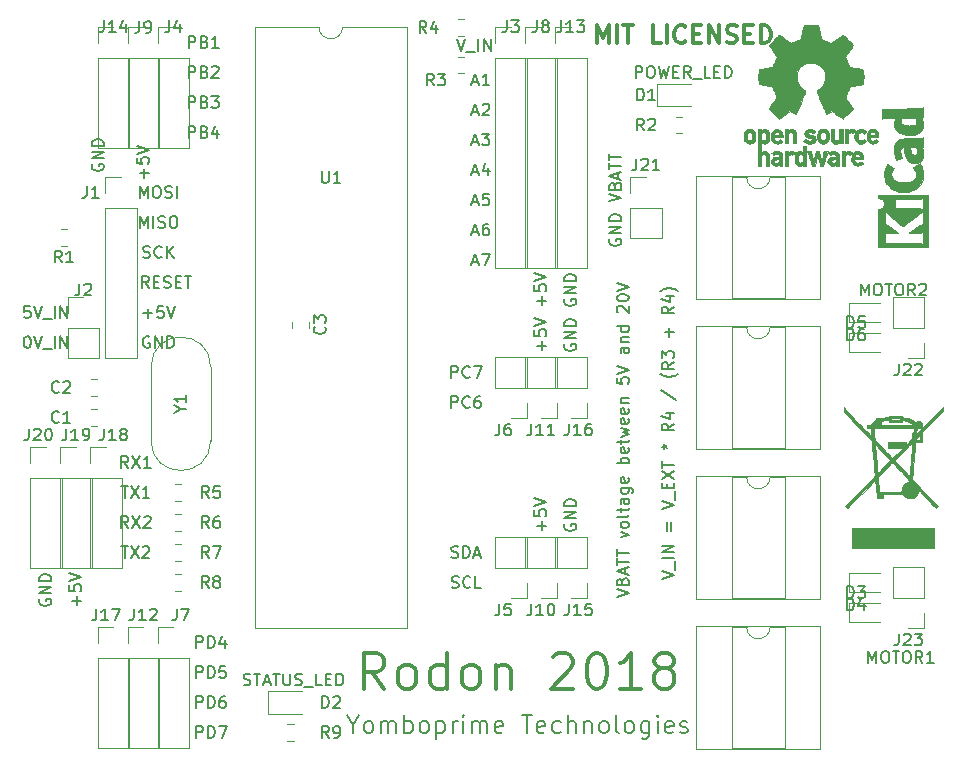
<source format=gto>
G04 #@! TF.GenerationSoftware,KiCad,Pcbnew,5.0.1-33cea8e~67~ubuntu18.04.1*
G04 #@! TF.CreationDate,2018-10-18T12:01:15+02:00*
G04 #@! TF.ProjectId,puenteH,7075656E7465482E6B696361645F7063,rev?*
G04 #@! TF.SameCoordinates,Original*
G04 #@! TF.FileFunction,Legend,Top*
G04 #@! TF.FilePolarity,Positive*
%FSLAX46Y46*%
G04 Gerber Fmt 4.6, Leading zero omitted, Abs format (unit mm)*
G04 Created by KiCad (PCBNEW 5.0.1-33cea8e~67~ubuntu18.04.1) date jue 18 oct 2018 12:01:15 CEST*
%MOMM*%
%LPD*%
G01*
G04 APERTURE LIST*
%ADD10C,0.150000*%
%ADD11C,0.300000*%
%ADD12C,0.120000*%
%ADD13C,0.010000*%
G04 APERTURE END LIST*
D10*
X125817380Y-100280714D02*
X126817380Y-99947380D01*
X125817380Y-99614047D01*
X126293571Y-98947380D02*
X126341190Y-98804523D01*
X126388809Y-98756904D01*
X126484047Y-98709285D01*
X126626904Y-98709285D01*
X126722142Y-98756904D01*
X126769761Y-98804523D01*
X126817380Y-98899761D01*
X126817380Y-99280714D01*
X125817380Y-99280714D01*
X125817380Y-98947380D01*
X125865000Y-98852142D01*
X125912619Y-98804523D01*
X126007857Y-98756904D01*
X126103095Y-98756904D01*
X126198333Y-98804523D01*
X126245952Y-98852142D01*
X126293571Y-98947380D01*
X126293571Y-99280714D01*
X126531666Y-98328333D02*
X126531666Y-97852142D01*
X126817380Y-98423571D02*
X125817380Y-98090238D01*
X126817380Y-97756904D01*
X125817380Y-97566428D02*
X125817380Y-96995000D01*
X126817380Y-97280714D02*
X125817380Y-97280714D01*
X125817380Y-96804523D02*
X125817380Y-96233095D01*
X126817380Y-96518809D02*
X125817380Y-96518809D01*
X126150714Y-95233095D02*
X126817380Y-94995000D01*
X126150714Y-94756904D01*
X126817380Y-94233095D02*
X126769761Y-94328333D01*
X126722142Y-94375952D01*
X126626904Y-94423571D01*
X126341190Y-94423571D01*
X126245952Y-94375952D01*
X126198333Y-94328333D01*
X126150714Y-94233095D01*
X126150714Y-94090238D01*
X126198333Y-93995000D01*
X126245952Y-93947380D01*
X126341190Y-93899761D01*
X126626904Y-93899761D01*
X126722142Y-93947380D01*
X126769761Y-93995000D01*
X126817380Y-94090238D01*
X126817380Y-94233095D01*
X126817380Y-93328333D02*
X126769761Y-93423571D01*
X126674523Y-93471190D01*
X125817380Y-93471190D01*
X126150714Y-93090238D02*
X126150714Y-92709285D01*
X125817380Y-92947380D02*
X126674523Y-92947380D01*
X126769761Y-92899761D01*
X126817380Y-92804523D01*
X126817380Y-92709285D01*
X126817380Y-91947380D02*
X126293571Y-91947380D01*
X126198333Y-91995000D01*
X126150714Y-92090238D01*
X126150714Y-92280714D01*
X126198333Y-92375952D01*
X126769761Y-91947380D02*
X126817380Y-92042619D01*
X126817380Y-92280714D01*
X126769761Y-92375952D01*
X126674523Y-92423571D01*
X126579285Y-92423571D01*
X126484047Y-92375952D01*
X126436428Y-92280714D01*
X126436428Y-92042619D01*
X126388809Y-91947380D01*
X126150714Y-91042619D02*
X126960238Y-91042619D01*
X127055476Y-91090238D01*
X127103095Y-91137857D01*
X127150714Y-91233095D01*
X127150714Y-91375952D01*
X127103095Y-91471190D01*
X126769761Y-91042619D02*
X126817380Y-91137857D01*
X126817380Y-91328333D01*
X126769761Y-91423571D01*
X126722142Y-91471190D01*
X126626904Y-91518809D01*
X126341190Y-91518809D01*
X126245952Y-91471190D01*
X126198333Y-91423571D01*
X126150714Y-91328333D01*
X126150714Y-91137857D01*
X126198333Y-91042619D01*
X126769761Y-90185476D02*
X126817380Y-90280714D01*
X126817380Y-90471190D01*
X126769761Y-90566428D01*
X126674523Y-90614047D01*
X126293571Y-90614047D01*
X126198333Y-90566428D01*
X126150714Y-90471190D01*
X126150714Y-90280714D01*
X126198333Y-90185476D01*
X126293571Y-90137857D01*
X126388809Y-90137857D01*
X126484047Y-90614047D01*
X126817380Y-88947380D02*
X125817380Y-88947380D01*
X126198333Y-88947380D02*
X126150714Y-88852142D01*
X126150714Y-88661666D01*
X126198333Y-88566428D01*
X126245952Y-88518809D01*
X126341190Y-88471190D01*
X126626904Y-88471190D01*
X126722142Y-88518809D01*
X126769761Y-88566428D01*
X126817380Y-88661666D01*
X126817380Y-88852142D01*
X126769761Y-88947380D01*
X126769761Y-87661666D02*
X126817380Y-87756904D01*
X126817380Y-87947380D01*
X126769761Y-88042619D01*
X126674523Y-88090238D01*
X126293571Y-88090238D01*
X126198333Y-88042619D01*
X126150714Y-87947380D01*
X126150714Y-87756904D01*
X126198333Y-87661666D01*
X126293571Y-87614047D01*
X126388809Y-87614047D01*
X126484047Y-88090238D01*
X126150714Y-87328333D02*
X126150714Y-86947380D01*
X125817380Y-87185476D02*
X126674523Y-87185476D01*
X126769761Y-87137857D01*
X126817380Y-87042619D01*
X126817380Y-86947380D01*
X126150714Y-86709285D02*
X126817380Y-86518809D01*
X126341190Y-86328333D01*
X126817380Y-86137857D01*
X126150714Y-85947380D01*
X126769761Y-85185476D02*
X126817380Y-85280714D01*
X126817380Y-85471190D01*
X126769761Y-85566428D01*
X126674523Y-85614047D01*
X126293571Y-85614047D01*
X126198333Y-85566428D01*
X126150714Y-85471190D01*
X126150714Y-85280714D01*
X126198333Y-85185476D01*
X126293571Y-85137857D01*
X126388809Y-85137857D01*
X126484047Y-85614047D01*
X126769761Y-84328333D02*
X126817380Y-84423571D01*
X126817380Y-84614047D01*
X126769761Y-84709285D01*
X126674523Y-84756904D01*
X126293571Y-84756904D01*
X126198333Y-84709285D01*
X126150714Y-84614047D01*
X126150714Y-84423571D01*
X126198333Y-84328333D01*
X126293571Y-84280714D01*
X126388809Y-84280714D01*
X126484047Y-84756904D01*
X126150714Y-83852142D02*
X126817380Y-83852142D01*
X126245952Y-83852142D02*
X126198333Y-83804523D01*
X126150714Y-83709285D01*
X126150714Y-83566428D01*
X126198333Y-83471190D01*
X126293571Y-83423571D01*
X126817380Y-83423571D01*
X125817380Y-81709285D02*
X125817380Y-82185476D01*
X126293571Y-82233095D01*
X126245952Y-82185476D01*
X126198333Y-82090238D01*
X126198333Y-81852142D01*
X126245952Y-81756904D01*
X126293571Y-81709285D01*
X126388809Y-81661666D01*
X126626904Y-81661666D01*
X126722142Y-81709285D01*
X126769761Y-81756904D01*
X126817380Y-81852142D01*
X126817380Y-82090238D01*
X126769761Y-82185476D01*
X126722142Y-82233095D01*
X125817380Y-81375952D02*
X126817380Y-81042619D01*
X125817380Y-80709285D01*
X126817380Y-79185476D02*
X126293571Y-79185476D01*
X126198333Y-79233095D01*
X126150714Y-79328333D01*
X126150714Y-79518809D01*
X126198333Y-79614047D01*
X126769761Y-79185476D02*
X126817380Y-79280714D01*
X126817380Y-79518809D01*
X126769761Y-79614047D01*
X126674523Y-79661666D01*
X126579285Y-79661666D01*
X126484047Y-79614047D01*
X126436428Y-79518809D01*
X126436428Y-79280714D01*
X126388809Y-79185476D01*
X126150714Y-78709285D02*
X126817380Y-78709285D01*
X126245952Y-78709285D02*
X126198333Y-78661666D01*
X126150714Y-78566428D01*
X126150714Y-78423571D01*
X126198333Y-78328333D01*
X126293571Y-78280714D01*
X126817380Y-78280714D01*
X126817380Y-77375952D02*
X125817380Y-77375952D01*
X126769761Y-77375952D02*
X126817380Y-77471190D01*
X126817380Y-77661666D01*
X126769761Y-77756904D01*
X126722142Y-77804523D01*
X126626904Y-77852142D01*
X126341190Y-77852142D01*
X126245952Y-77804523D01*
X126198333Y-77756904D01*
X126150714Y-77661666D01*
X126150714Y-77471190D01*
X126198333Y-77375952D01*
X125912619Y-76185476D02*
X125865000Y-76137857D01*
X125817380Y-76042619D01*
X125817380Y-75804523D01*
X125865000Y-75709285D01*
X125912619Y-75661666D01*
X126007857Y-75614047D01*
X126103095Y-75614047D01*
X126245952Y-75661666D01*
X126817380Y-76233095D01*
X126817380Y-75614047D01*
X125817380Y-74995000D02*
X125817380Y-74899761D01*
X125865000Y-74804523D01*
X125912619Y-74756904D01*
X126007857Y-74709285D01*
X126198333Y-74661666D01*
X126436428Y-74661666D01*
X126626904Y-74709285D01*
X126722142Y-74756904D01*
X126769761Y-74804523D01*
X126817380Y-74899761D01*
X126817380Y-74995000D01*
X126769761Y-75090238D01*
X126722142Y-75137857D01*
X126626904Y-75185476D01*
X126436428Y-75233095D01*
X126198333Y-75233095D01*
X126007857Y-75185476D01*
X125912619Y-75137857D01*
X125865000Y-75090238D01*
X125817380Y-74995000D01*
X125817380Y-74375952D02*
X126817380Y-74042619D01*
X125817380Y-73709285D01*
X129627380Y-98740952D02*
X130627380Y-98407619D01*
X129627380Y-98074285D01*
X130722619Y-97979047D02*
X130722619Y-97217142D01*
X130627380Y-96979047D02*
X129627380Y-96979047D01*
X130627380Y-96502857D02*
X129627380Y-96502857D01*
X130627380Y-95931428D01*
X129627380Y-95931428D01*
X130103571Y-94693333D02*
X130103571Y-93931428D01*
X130389285Y-93931428D02*
X130389285Y-94693333D01*
X129627380Y-92836190D02*
X130627380Y-92502857D01*
X129627380Y-92169523D01*
X130722619Y-92074285D02*
X130722619Y-91312380D01*
X130103571Y-91074285D02*
X130103571Y-90740952D01*
X130627380Y-90598095D02*
X130627380Y-91074285D01*
X129627380Y-91074285D01*
X129627380Y-90598095D01*
X129627380Y-90264761D02*
X130627380Y-89598095D01*
X129627380Y-89598095D02*
X130627380Y-90264761D01*
X129627380Y-89360000D02*
X129627380Y-88788571D01*
X130627380Y-89074285D02*
X129627380Y-89074285D01*
X129627380Y-87550476D02*
X129865476Y-87550476D01*
X129770238Y-87788571D02*
X129865476Y-87550476D01*
X129770238Y-87312380D01*
X130055952Y-87693333D02*
X129865476Y-87550476D01*
X130055952Y-87407619D01*
X130627380Y-85598095D02*
X130151190Y-85931428D01*
X130627380Y-86169523D02*
X129627380Y-86169523D01*
X129627380Y-85788571D01*
X129675000Y-85693333D01*
X129722619Y-85645714D01*
X129817857Y-85598095D01*
X129960714Y-85598095D01*
X130055952Y-85645714D01*
X130103571Y-85693333D01*
X130151190Y-85788571D01*
X130151190Y-86169523D01*
X129960714Y-84740952D02*
X130627380Y-84740952D01*
X129579761Y-84979047D02*
X130294047Y-85217142D01*
X130294047Y-84598095D01*
X129579761Y-82740952D02*
X130865476Y-83598095D01*
X131008333Y-81360000D02*
X130960714Y-81407619D01*
X130817857Y-81502857D01*
X130722619Y-81550476D01*
X130579761Y-81598095D01*
X130341666Y-81645714D01*
X130151190Y-81645714D01*
X129913095Y-81598095D01*
X129770238Y-81550476D01*
X129675000Y-81502857D01*
X129532142Y-81407619D01*
X129484523Y-81360000D01*
X130627380Y-80407619D02*
X130151190Y-80740952D01*
X130627380Y-80979047D02*
X129627380Y-80979047D01*
X129627380Y-80598095D01*
X129675000Y-80502857D01*
X129722619Y-80455238D01*
X129817857Y-80407619D01*
X129960714Y-80407619D01*
X130055952Y-80455238D01*
X130103571Y-80502857D01*
X130151190Y-80598095D01*
X130151190Y-80979047D01*
X129627380Y-80074285D02*
X129627380Y-79455238D01*
X130008333Y-79788571D01*
X130008333Y-79645714D01*
X130055952Y-79550476D01*
X130103571Y-79502857D01*
X130198809Y-79455238D01*
X130436904Y-79455238D01*
X130532142Y-79502857D01*
X130579761Y-79550476D01*
X130627380Y-79645714D01*
X130627380Y-79931428D01*
X130579761Y-80026666D01*
X130532142Y-80074285D01*
X130246428Y-78264761D02*
X130246428Y-77502857D01*
X130627380Y-77883809D02*
X129865476Y-77883809D01*
X130627380Y-75693333D02*
X130151190Y-76026666D01*
X130627380Y-76264761D02*
X129627380Y-76264761D01*
X129627380Y-75883809D01*
X129675000Y-75788571D01*
X129722619Y-75740952D01*
X129817857Y-75693333D01*
X129960714Y-75693333D01*
X130055952Y-75740952D01*
X130103571Y-75788571D01*
X130151190Y-75883809D01*
X130151190Y-76264761D01*
X129960714Y-74836190D02*
X130627380Y-74836190D01*
X129579761Y-75074285D02*
X130294047Y-75312380D01*
X130294047Y-74693333D01*
X131008333Y-74407619D02*
X130960714Y-74360000D01*
X130817857Y-74264761D01*
X130722619Y-74217142D01*
X130579761Y-74169523D01*
X130341666Y-74121904D01*
X130151190Y-74121904D01*
X129913095Y-74169523D01*
X129770238Y-74217142D01*
X129675000Y-74264761D01*
X129532142Y-74360000D01*
X129484523Y-74407619D01*
X111791904Y-81732380D02*
X111791904Y-80732380D01*
X112172857Y-80732380D01*
X112268095Y-80780000D01*
X112315714Y-80827619D01*
X112363333Y-80922857D01*
X112363333Y-81065714D01*
X112315714Y-81160952D01*
X112268095Y-81208571D01*
X112172857Y-81256190D01*
X111791904Y-81256190D01*
X113363333Y-81637142D02*
X113315714Y-81684761D01*
X113172857Y-81732380D01*
X113077619Y-81732380D01*
X112934761Y-81684761D01*
X112839523Y-81589523D01*
X112791904Y-81494285D01*
X112744285Y-81303809D01*
X112744285Y-81160952D01*
X112791904Y-80970476D01*
X112839523Y-80875238D01*
X112934761Y-80780000D01*
X113077619Y-80732380D01*
X113172857Y-80732380D01*
X113315714Y-80780000D01*
X113363333Y-80827619D01*
X113696666Y-80732380D02*
X114363333Y-80732380D01*
X113934761Y-81732380D01*
X111791904Y-84272380D02*
X111791904Y-83272380D01*
X112172857Y-83272380D01*
X112268095Y-83320000D01*
X112315714Y-83367619D01*
X112363333Y-83462857D01*
X112363333Y-83605714D01*
X112315714Y-83700952D01*
X112268095Y-83748571D01*
X112172857Y-83796190D01*
X111791904Y-83796190D01*
X113363333Y-84177142D02*
X113315714Y-84224761D01*
X113172857Y-84272380D01*
X113077619Y-84272380D01*
X112934761Y-84224761D01*
X112839523Y-84129523D01*
X112791904Y-84034285D01*
X112744285Y-83843809D01*
X112744285Y-83700952D01*
X112791904Y-83510476D01*
X112839523Y-83415238D01*
X112934761Y-83320000D01*
X113077619Y-83272380D01*
X113172857Y-83272380D01*
X113315714Y-83320000D01*
X113363333Y-83367619D01*
X114220476Y-83272380D02*
X114030000Y-83272380D01*
X113934761Y-83320000D01*
X113887142Y-83367619D01*
X113791904Y-83510476D01*
X113744285Y-83700952D01*
X113744285Y-84081904D01*
X113791904Y-84177142D01*
X113839523Y-84224761D01*
X113934761Y-84272380D01*
X114125238Y-84272380D01*
X114220476Y-84224761D01*
X114268095Y-84177142D01*
X114315714Y-84081904D01*
X114315714Y-83843809D01*
X114268095Y-83748571D01*
X114220476Y-83700952D01*
X114125238Y-83653333D01*
X113934761Y-83653333D01*
X113839523Y-83700952D01*
X113791904Y-83748571D01*
X113744285Y-83843809D01*
X111815714Y-96924761D02*
X111958571Y-96972380D01*
X112196666Y-96972380D01*
X112291904Y-96924761D01*
X112339523Y-96877142D01*
X112387142Y-96781904D01*
X112387142Y-96686666D01*
X112339523Y-96591428D01*
X112291904Y-96543809D01*
X112196666Y-96496190D01*
X112006190Y-96448571D01*
X111910952Y-96400952D01*
X111863333Y-96353333D01*
X111815714Y-96258095D01*
X111815714Y-96162857D01*
X111863333Y-96067619D01*
X111910952Y-96020000D01*
X112006190Y-95972380D01*
X112244285Y-95972380D01*
X112387142Y-96020000D01*
X112815714Y-96972380D02*
X112815714Y-95972380D01*
X113053809Y-95972380D01*
X113196666Y-96020000D01*
X113291904Y-96115238D01*
X113339523Y-96210476D01*
X113387142Y-96400952D01*
X113387142Y-96543809D01*
X113339523Y-96734285D01*
X113291904Y-96829523D01*
X113196666Y-96924761D01*
X113053809Y-96972380D01*
X112815714Y-96972380D01*
X113768095Y-96686666D02*
X114244285Y-96686666D01*
X113672857Y-96972380D02*
X114006190Y-95972380D01*
X114339523Y-96972380D01*
X111839523Y-99464761D02*
X111982380Y-99512380D01*
X112220476Y-99512380D01*
X112315714Y-99464761D01*
X112363333Y-99417142D01*
X112410952Y-99321904D01*
X112410952Y-99226666D01*
X112363333Y-99131428D01*
X112315714Y-99083809D01*
X112220476Y-99036190D01*
X112030000Y-98988571D01*
X111934761Y-98940952D01*
X111887142Y-98893333D01*
X111839523Y-98798095D01*
X111839523Y-98702857D01*
X111887142Y-98607619D01*
X111934761Y-98560000D01*
X112030000Y-98512380D01*
X112268095Y-98512380D01*
X112410952Y-98560000D01*
X113410952Y-99417142D02*
X113363333Y-99464761D01*
X113220476Y-99512380D01*
X113125238Y-99512380D01*
X112982380Y-99464761D01*
X112887142Y-99369523D01*
X112839523Y-99274285D01*
X112791904Y-99083809D01*
X112791904Y-98940952D01*
X112839523Y-98750476D01*
X112887142Y-98655238D01*
X112982380Y-98560000D01*
X113125238Y-98512380D01*
X113220476Y-98512380D01*
X113363333Y-98560000D01*
X113410952Y-98607619D01*
X114315714Y-99512380D02*
X113839523Y-99512380D01*
X113839523Y-98512380D01*
D11*
X124123571Y-53383571D02*
X124123571Y-51883571D01*
X124623571Y-52955000D01*
X125123571Y-51883571D01*
X125123571Y-53383571D01*
X125837857Y-53383571D02*
X125837857Y-51883571D01*
X126337857Y-51883571D02*
X127195000Y-51883571D01*
X126766428Y-53383571D02*
X126766428Y-51883571D01*
X129552142Y-53383571D02*
X128837857Y-53383571D01*
X128837857Y-51883571D01*
X130052142Y-53383571D02*
X130052142Y-51883571D01*
X131623571Y-53240714D02*
X131552142Y-53312142D01*
X131337857Y-53383571D01*
X131195000Y-53383571D01*
X130980714Y-53312142D01*
X130837857Y-53169285D01*
X130766428Y-53026428D01*
X130695000Y-52740714D01*
X130695000Y-52526428D01*
X130766428Y-52240714D01*
X130837857Y-52097857D01*
X130980714Y-51955000D01*
X131195000Y-51883571D01*
X131337857Y-51883571D01*
X131552142Y-51955000D01*
X131623571Y-52026428D01*
X132266428Y-52597857D02*
X132766428Y-52597857D01*
X132980714Y-53383571D02*
X132266428Y-53383571D01*
X132266428Y-51883571D01*
X132980714Y-51883571D01*
X133623571Y-53383571D02*
X133623571Y-51883571D01*
X134480714Y-53383571D01*
X134480714Y-51883571D01*
X135123571Y-53312142D02*
X135337857Y-53383571D01*
X135695000Y-53383571D01*
X135837857Y-53312142D01*
X135909285Y-53240714D01*
X135980714Y-53097857D01*
X135980714Y-52955000D01*
X135909285Y-52812142D01*
X135837857Y-52740714D01*
X135695000Y-52669285D01*
X135409285Y-52597857D01*
X135266428Y-52526428D01*
X135195000Y-52455000D01*
X135123571Y-52312142D01*
X135123571Y-52169285D01*
X135195000Y-52026428D01*
X135266428Y-51955000D01*
X135409285Y-51883571D01*
X135766428Y-51883571D01*
X135980714Y-51955000D01*
X136623571Y-52597857D02*
X137123571Y-52597857D01*
X137337857Y-53383571D02*
X136623571Y-53383571D01*
X136623571Y-51883571D01*
X137337857Y-51883571D01*
X137980714Y-53383571D02*
X137980714Y-51883571D01*
X138337857Y-51883571D01*
X138552142Y-51955000D01*
X138695000Y-52097857D01*
X138766428Y-52240714D01*
X138837857Y-52526428D01*
X138837857Y-52740714D01*
X138766428Y-53026428D01*
X138695000Y-53169285D01*
X138552142Y-53312142D01*
X138337857Y-53383571D01*
X137980714Y-53383571D01*
D10*
X146486904Y-74747380D02*
X146486904Y-73747380D01*
X146820238Y-74461666D01*
X147153571Y-73747380D01*
X147153571Y-74747380D01*
X147820238Y-73747380D02*
X148010714Y-73747380D01*
X148105952Y-73795000D01*
X148201190Y-73890238D01*
X148248809Y-74080714D01*
X148248809Y-74414047D01*
X148201190Y-74604523D01*
X148105952Y-74699761D01*
X148010714Y-74747380D01*
X147820238Y-74747380D01*
X147725000Y-74699761D01*
X147629761Y-74604523D01*
X147582142Y-74414047D01*
X147582142Y-74080714D01*
X147629761Y-73890238D01*
X147725000Y-73795000D01*
X147820238Y-73747380D01*
X148534523Y-73747380D02*
X149105952Y-73747380D01*
X148820238Y-74747380D02*
X148820238Y-73747380D01*
X149629761Y-73747380D02*
X149820238Y-73747380D01*
X149915476Y-73795000D01*
X150010714Y-73890238D01*
X150058333Y-74080714D01*
X150058333Y-74414047D01*
X150010714Y-74604523D01*
X149915476Y-74699761D01*
X149820238Y-74747380D01*
X149629761Y-74747380D01*
X149534523Y-74699761D01*
X149439285Y-74604523D01*
X149391666Y-74414047D01*
X149391666Y-74080714D01*
X149439285Y-73890238D01*
X149534523Y-73795000D01*
X149629761Y-73747380D01*
X151058333Y-74747380D02*
X150725000Y-74271190D01*
X150486904Y-74747380D02*
X150486904Y-73747380D01*
X150867857Y-73747380D01*
X150963095Y-73795000D01*
X151010714Y-73842619D01*
X151058333Y-73937857D01*
X151058333Y-74080714D01*
X151010714Y-74175952D01*
X150963095Y-74223571D01*
X150867857Y-74271190D01*
X150486904Y-74271190D01*
X151439285Y-73842619D02*
X151486904Y-73795000D01*
X151582142Y-73747380D01*
X151820238Y-73747380D01*
X151915476Y-73795000D01*
X151963095Y-73842619D01*
X152010714Y-73937857D01*
X152010714Y-74033095D01*
X151963095Y-74175952D01*
X151391666Y-74747380D01*
X152010714Y-74747380D01*
X147121904Y-105862380D02*
X147121904Y-104862380D01*
X147455238Y-105576666D01*
X147788571Y-104862380D01*
X147788571Y-105862380D01*
X148455238Y-104862380D02*
X148645714Y-104862380D01*
X148740952Y-104910000D01*
X148836190Y-105005238D01*
X148883809Y-105195714D01*
X148883809Y-105529047D01*
X148836190Y-105719523D01*
X148740952Y-105814761D01*
X148645714Y-105862380D01*
X148455238Y-105862380D01*
X148360000Y-105814761D01*
X148264761Y-105719523D01*
X148217142Y-105529047D01*
X148217142Y-105195714D01*
X148264761Y-105005238D01*
X148360000Y-104910000D01*
X148455238Y-104862380D01*
X149169523Y-104862380D02*
X149740952Y-104862380D01*
X149455238Y-105862380D02*
X149455238Y-104862380D01*
X150264761Y-104862380D02*
X150455238Y-104862380D01*
X150550476Y-104910000D01*
X150645714Y-105005238D01*
X150693333Y-105195714D01*
X150693333Y-105529047D01*
X150645714Y-105719523D01*
X150550476Y-105814761D01*
X150455238Y-105862380D01*
X150264761Y-105862380D01*
X150169523Y-105814761D01*
X150074285Y-105719523D01*
X150026666Y-105529047D01*
X150026666Y-105195714D01*
X150074285Y-105005238D01*
X150169523Y-104910000D01*
X150264761Y-104862380D01*
X151693333Y-105862380D02*
X151360000Y-105386190D01*
X151121904Y-105862380D02*
X151121904Y-104862380D01*
X151502857Y-104862380D01*
X151598095Y-104910000D01*
X151645714Y-104957619D01*
X151693333Y-105052857D01*
X151693333Y-105195714D01*
X151645714Y-105290952D01*
X151598095Y-105338571D01*
X151502857Y-105386190D01*
X151121904Y-105386190D01*
X152645714Y-105862380D02*
X152074285Y-105862380D01*
X152360000Y-105862380D02*
X152360000Y-104862380D01*
X152264761Y-105005238D01*
X152169523Y-105100476D01*
X152074285Y-105148095D01*
X103475000Y-111089285D02*
X103475000Y-111803571D01*
X102975000Y-110303571D02*
X103475000Y-111089285D01*
X103975000Y-110303571D01*
X104689285Y-111803571D02*
X104546428Y-111732142D01*
X104475000Y-111660714D01*
X104403571Y-111517857D01*
X104403571Y-111089285D01*
X104475000Y-110946428D01*
X104546428Y-110875000D01*
X104689285Y-110803571D01*
X104903571Y-110803571D01*
X105046428Y-110875000D01*
X105117857Y-110946428D01*
X105189285Y-111089285D01*
X105189285Y-111517857D01*
X105117857Y-111660714D01*
X105046428Y-111732142D01*
X104903571Y-111803571D01*
X104689285Y-111803571D01*
X105832142Y-111803571D02*
X105832142Y-110803571D01*
X105832142Y-110946428D02*
X105903571Y-110875000D01*
X106046428Y-110803571D01*
X106260714Y-110803571D01*
X106403571Y-110875000D01*
X106475000Y-111017857D01*
X106475000Y-111803571D01*
X106475000Y-111017857D02*
X106546428Y-110875000D01*
X106689285Y-110803571D01*
X106903571Y-110803571D01*
X107046428Y-110875000D01*
X107117857Y-111017857D01*
X107117857Y-111803571D01*
X107832142Y-111803571D02*
X107832142Y-110303571D01*
X107832142Y-110875000D02*
X107975000Y-110803571D01*
X108260714Y-110803571D01*
X108403571Y-110875000D01*
X108475000Y-110946428D01*
X108546428Y-111089285D01*
X108546428Y-111517857D01*
X108475000Y-111660714D01*
X108403571Y-111732142D01*
X108260714Y-111803571D01*
X107975000Y-111803571D01*
X107832142Y-111732142D01*
X109403571Y-111803571D02*
X109260714Y-111732142D01*
X109189285Y-111660714D01*
X109117857Y-111517857D01*
X109117857Y-111089285D01*
X109189285Y-110946428D01*
X109260714Y-110875000D01*
X109403571Y-110803571D01*
X109617857Y-110803571D01*
X109760714Y-110875000D01*
X109832142Y-110946428D01*
X109903571Y-111089285D01*
X109903571Y-111517857D01*
X109832142Y-111660714D01*
X109760714Y-111732142D01*
X109617857Y-111803571D01*
X109403571Y-111803571D01*
X110546428Y-110803571D02*
X110546428Y-112303571D01*
X110546428Y-110875000D02*
X110689285Y-110803571D01*
X110975000Y-110803571D01*
X111117857Y-110875000D01*
X111189285Y-110946428D01*
X111260714Y-111089285D01*
X111260714Y-111517857D01*
X111189285Y-111660714D01*
X111117857Y-111732142D01*
X110975000Y-111803571D01*
X110689285Y-111803571D01*
X110546428Y-111732142D01*
X111903571Y-111803571D02*
X111903571Y-110803571D01*
X111903571Y-111089285D02*
X111975000Y-110946428D01*
X112046428Y-110875000D01*
X112189285Y-110803571D01*
X112332142Y-110803571D01*
X112832142Y-111803571D02*
X112832142Y-110803571D01*
X112832142Y-110303571D02*
X112760714Y-110375000D01*
X112832142Y-110446428D01*
X112903571Y-110375000D01*
X112832142Y-110303571D01*
X112832142Y-110446428D01*
X113546428Y-111803571D02*
X113546428Y-110803571D01*
X113546428Y-110946428D02*
X113617857Y-110875000D01*
X113760714Y-110803571D01*
X113975000Y-110803571D01*
X114117857Y-110875000D01*
X114189285Y-111017857D01*
X114189285Y-111803571D01*
X114189285Y-111017857D02*
X114260714Y-110875000D01*
X114403571Y-110803571D01*
X114617857Y-110803571D01*
X114760714Y-110875000D01*
X114832142Y-111017857D01*
X114832142Y-111803571D01*
X116117857Y-111732142D02*
X115975000Y-111803571D01*
X115689285Y-111803571D01*
X115546428Y-111732142D01*
X115475000Y-111589285D01*
X115475000Y-111017857D01*
X115546428Y-110875000D01*
X115689285Y-110803571D01*
X115975000Y-110803571D01*
X116117857Y-110875000D01*
X116189285Y-111017857D01*
X116189285Y-111160714D01*
X115475000Y-111303571D01*
X117760714Y-110303571D02*
X118617857Y-110303571D01*
X118189285Y-111803571D02*
X118189285Y-110303571D01*
X119689285Y-111732142D02*
X119546428Y-111803571D01*
X119260714Y-111803571D01*
X119117857Y-111732142D01*
X119046428Y-111589285D01*
X119046428Y-111017857D01*
X119117857Y-110875000D01*
X119260714Y-110803571D01*
X119546428Y-110803571D01*
X119689285Y-110875000D01*
X119760714Y-111017857D01*
X119760714Y-111160714D01*
X119046428Y-111303571D01*
X121046428Y-111732142D02*
X120903571Y-111803571D01*
X120617857Y-111803571D01*
X120475000Y-111732142D01*
X120403571Y-111660714D01*
X120332142Y-111517857D01*
X120332142Y-111089285D01*
X120403571Y-110946428D01*
X120475000Y-110875000D01*
X120617857Y-110803571D01*
X120903571Y-110803571D01*
X121046428Y-110875000D01*
X121689285Y-111803571D02*
X121689285Y-110303571D01*
X122332142Y-111803571D02*
X122332142Y-111017857D01*
X122260714Y-110875000D01*
X122117857Y-110803571D01*
X121903571Y-110803571D01*
X121760714Y-110875000D01*
X121689285Y-110946428D01*
X123046428Y-110803571D02*
X123046428Y-111803571D01*
X123046428Y-110946428D02*
X123117857Y-110875000D01*
X123260714Y-110803571D01*
X123475000Y-110803571D01*
X123617857Y-110875000D01*
X123689285Y-111017857D01*
X123689285Y-111803571D01*
X124617857Y-111803571D02*
X124475000Y-111732142D01*
X124403571Y-111660714D01*
X124332142Y-111517857D01*
X124332142Y-111089285D01*
X124403571Y-110946428D01*
X124475000Y-110875000D01*
X124617857Y-110803571D01*
X124832142Y-110803571D01*
X124975000Y-110875000D01*
X125046428Y-110946428D01*
X125117857Y-111089285D01*
X125117857Y-111517857D01*
X125046428Y-111660714D01*
X124975000Y-111732142D01*
X124832142Y-111803571D01*
X124617857Y-111803571D01*
X125975000Y-111803571D02*
X125832142Y-111732142D01*
X125760714Y-111589285D01*
X125760714Y-110303571D01*
X126760714Y-111803571D02*
X126617857Y-111732142D01*
X126546428Y-111660714D01*
X126475000Y-111517857D01*
X126475000Y-111089285D01*
X126546428Y-110946428D01*
X126617857Y-110875000D01*
X126760714Y-110803571D01*
X126975000Y-110803571D01*
X127117857Y-110875000D01*
X127189285Y-110946428D01*
X127260714Y-111089285D01*
X127260714Y-111517857D01*
X127189285Y-111660714D01*
X127117857Y-111732142D01*
X126975000Y-111803571D01*
X126760714Y-111803571D01*
X128546428Y-110803571D02*
X128546428Y-112017857D01*
X128475000Y-112160714D01*
X128403571Y-112232142D01*
X128260714Y-112303571D01*
X128046428Y-112303571D01*
X127903571Y-112232142D01*
X128546428Y-111732142D02*
X128403571Y-111803571D01*
X128117857Y-111803571D01*
X127975000Y-111732142D01*
X127903571Y-111660714D01*
X127832142Y-111517857D01*
X127832142Y-111089285D01*
X127903571Y-110946428D01*
X127975000Y-110875000D01*
X128117857Y-110803571D01*
X128403571Y-110803571D01*
X128546428Y-110875000D01*
X129260714Y-111803571D02*
X129260714Y-110803571D01*
X129260714Y-110303571D02*
X129189285Y-110375000D01*
X129260714Y-110446428D01*
X129332142Y-110375000D01*
X129260714Y-110303571D01*
X129260714Y-110446428D01*
X130546428Y-111732142D02*
X130403571Y-111803571D01*
X130117857Y-111803571D01*
X129975000Y-111732142D01*
X129903571Y-111589285D01*
X129903571Y-111017857D01*
X129975000Y-110875000D01*
X130117857Y-110803571D01*
X130403571Y-110803571D01*
X130546428Y-110875000D01*
X130617857Y-111017857D01*
X130617857Y-111160714D01*
X129903571Y-111303571D01*
X131189285Y-111732142D02*
X131332142Y-111803571D01*
X131617857Y-111803571D01*
X131760714Y-111732142D01*
X131832142Y-111589285D01*
X131832142Y-111517857D01*
X131760714Y-111375000D01*
X131617857Y-111303571D01*
X131403571Y-111303571D01*
X131260714Y-111232142D01*
X131189285Y-111089285D01*
X131189285Y-111017857D01*
X131260714Y-110875000D01*
X131403571Y-110803571D01*
X131617857Y-110803571D01*
X131760714Y-110875000D01*
D11*
X106117857Y-108037142D02*
X105117857Y-106608571D01*
X104403571Y-108037142D02*
X104403571Y-105037142D01*
X105546428Y-105037142D01*
X105832142Y-105180000D01*
X105975000Y-105322857D01*
X106117857Y-105608571D01*
X106117857Y-106037142D01*
X105975000Y-106322857D01*
X105832142Y-106465714D01*
X105546428Y-106608571D01*
X104403571Y-106608571D01*
X107832142Y-108037142D02*
X107546428Y-107894285D01*
X107403571Y-107751428D01*
X107260714Y-107465714D01*
X107260714Y-106608571D01*
X107403571Y-106322857D01*
X107546428Y-106180000D01*
X107832142Y-106037142D01*
X108260714Y-106037142D01*
X108546428Y-106180000D01*
X108689285Y-106322857D01*
X108832142Y-106608571D01*
X108832142Y-107465714D01*
X108689285Y-107751428D01*
X108546428Y-107894285D01*
X108260714Y-108037142D01*
X107832142Y-108037142D01*
X111403571Y-108037142D02*
X111403571Y-105037142D01*
X111403571Y-107894285D02*
X111117857Y-108037142D01*
X110546428Y-108037142D01*
X110260714Y-107894285D01*
X110117857Y-107751428D01*
X109975000Y-107465714D01*
X109975000Y-106608571D01*
X110117857Y-106322857D01*
X110260714Y-106180000D01*
X110546428Y-106037142D01*
X111117857Y-106037142D01*
X111403571Y-106180000D01*
X113260714Y-108037142D02*
X112975000Y-107894285D01*
X112832142Y-107751428D01*
X112689285Y-107465714D01*
X112689285Y-106608571D01*
X112832142Y-106322857D01*
X112975000Y-106180000D01*
X113260714Y-106037142D01*
X113689285Y-106037142D01*
X113975000Y-106180000D01*
X114117857Y-106322857D01*
X114260714Y-106608571D01*
X114260714Y-107465714D01*
X114117857Y-107751428D01*
X113975000Y-107894285D01*
X113689285Y-108037142D01*
X113260714Y-108037142D01*
X115546428Y-106037142D02*
X115546428Y-108037142D01*
X115546428Y-106322857D02*
X115689285Y-106180000D01*
X115975000Y-106037142D01*
X116403571Y-106037142D01*
X116689285Y-106180000D01*
X116832142Y-106465714D01*
X116832142Y-108037142D01*
X120403571Y-105322857D02*
X120546428Y-105180000D01*
X120832142Y-105037142D01*
X121546428Y-105037142D01*
X121832142Y-105180000D01*
X121975000Y-105322857D01*
X122117857Y-105608571D01*
X122117857Y-105894285D01*
X121975000Y-106322857D01*
X120260714Y-108037142D01*
X122117857Y-108037142D01*
X123975000Y-105037142D02*
X124260714Y-105037142D01*
X124546428Y-105180000D01*
X124689285Y-105322857D01*
X124832142Y-105608571D01*
X124975000Y-106180000D01*
X124975000Y-106894285D01*
X124832142Y-107465714D01*
X124689285Y-107751428D01*
X124546428Y-107894285D01*
X124260714Y-108037142D01*
X123975000Y-108037142D01*
X123689285Y-107894285D01*
X123546428Y-107751428D01*
X123403571Y-107465714D01*
X123260714Y-106894285D01*
X123260714Y-106180000D01*
X123403571Y-105608571D01*
X123546428Y-105322857D01*
X123689285Y-105180000D01*
X123975000Y-105037142D01*
X127832142Y-108037142D02*
X126117857Y-108037142D01*
X126975000Y-108037142D02*
X126975000Y-105037142D01*
X126689285Y-105465714D01*
X126403571Y-105751428D01*
X126117857Y-105894285D01*
X129546428Y-106322857D02*
X129260714Y-106180000D01*
X129117857Y-106037142D01*
X128975000Y-105751428D01*
X128975000Y-105608571D01*
X129117857Y-105322857D01*
X129260714Y-105180000D01*
X129546428Y-105037142D01*
X130117857Y-105037142D01*
X130403571Y-105180000D01*
X130546428Y-105322857D01*
X130689285Y-105608571D01*
X130689285Y-105751428D01*
X130546428Y-106037142D01*
X130403571Y-106180000D01*
X130117857Y-106322857D01*
X129546428Y-106322857D01*
X129260714Y-106465714D01*
X129117857Y-106608571D01*
X128975000Y-106894285D01*
X128975000Y-107465714D01*
X129117857Y-107751428D01*
X129260714Y-107894285D01*
X129546428Y-108037142D01*
X130117857Y-108037142D01*
X130403571Y-107894285D01*
X130546428Y-107751428D01*
X130689285Y-107465714D01*
X130689285Y-106894285D01*
X130546428Y-106608571D01*
X130403571Y-106465714D01*
X130117857Y-106322857D01*
D10*
X125230000Y-69976904D02*
X125182380Y-70072142D01*
X125182380Y-70215000D01*
X125230000Y-70357857D01*
X125325238Y-70453095D01*
X125420476Y-70500714D01*
X125610952Y-70548333D01*
X125753809Y-70548333D01*
X125944285Y-70500714D01*
X126039523Y-70453095D01*
X126134761Y-70357857D01*
X126182380Y-70215000D01*
X126182380Y-70119761D01*
X126134761Y-69976904D01*
X126087142Y-69929285D01*
X125753809Y-69929285D01*
X125753809Y-70119761D01*
X126182380Y-69500714D02*
X125182380Y-69500714D01*
X126182380Y-68929285D01*
X125182380Y-68929285D01*
X126182380Y-68453095D02*
X125182380Y-68453095D01*
X125182380Y-68215000D01*
X125230000Y-68072142D01*
X125325238Y-67976904D01*
X125420476Y-67929285D01*
X125610952Y-67881666D01*
X125753809Y-67881666D01*
X125944285Y-67929285D01*
X126039523Y-67976904D01*
X126134761Y-68072142D01*
X126182380Y-68215000D01*
X126182380Y-68453095D01*
X125182380Y-66793809D02*
X126182380Y-66460476D01*
X125182380Y-66127142D01*
X125658571Y-65460476D02*
X125706190Y-65317619D01*
X125753809Y-65270000D01*
X125849047Y-65222380D01*
X125991904Y-65222380D01*
X126087142Y-65270000D01*
X126134761Y-65317619D01*
X126182380Y-65412857D01*
X126182380Y-65793809D01*
X125182380Y-65793809D01*
X125182380Y-65460476D01*
X125230000Y-65365238D01*
X125277619Y-65317619D01*
X125372857Y-65270000D01*
X125468095Y-65270000D01*
X125563333Y-65317619D01*
X125610952Y-65365238D01*
X125658571Y-65460476D01*
X125658571Y-65793809D01*
X125896666Y-64841428D02*
X125896666Y-64365238D01*
X126182380Y-64936666D02*
X125182380Y-64603333D01*
X126182380Y-64270000D01*
X125182380Y-64079523D02*
X125182380Y-63508095D01*
X126182380Y-63793809D02*
X125182380Y-63793809D01*
X125182380Y-63317619D02*
X125182380Y-62746190D01*
X126182380Y-63031904D02*
X125182380Y-63031904D01*
X127397380Y-56332380D02*
X127397380Y-55332380D01*
X127778333Y-55332380D01*
X127873571Y-55380000D01*
X127921190Y-55427619D01*
X127968809Y-55522857D01*
X127968809Y-55665714D01*
X127921190Y-55760952D01*
X127873571Y-55808571D01*
X127778333Y-55856190D01*
X127397380Y-55856190D01*
X128587857Y-55332380D02*
X128778333Y-55332380D01*
X128873571Y-55380000D01*
X128968809Y-55475238D01*
X129016428Y-55665714D01*
X129016428Y-55999047D01*
X128968809Y-56189523D01*
X128873571Y-56284761D01*
X128778333Y-56332380D01*
X128587857Y-56332380D01*
X128492619Y-56284761D01*
X128397380Y-56189523D01*
X128349761Y-55999047D01*
X128349761Y-55665714D01*
X128397380Y-55475238D01*
X128492619Y-55380000D01*
X128587857Y-55332380D01*
X129349761Y-55332380D02*
X129587857Y-56332380D01*
X129778333Y-55618095D01*
X129968809Y-56332380D01*
X130206904Y-55332380D01*
X130587857Y-55808571D02*
X130921190Y-55808571D01*
X131064047Y-56332380D02*
X130587857Y-56332380D01*
X130587857Y-55332380D01*
X131064047Y-55332380D01*
X132064047Y-56332380D02*
X131730714Y-55856190D01*
X131492619Y-56332380D02*
X131492619Y-55332380D01*
X131873571Y-55332380D01*
X131968809Y-55380000D01*
X132016428Y-55427619D01*
X132064047Y-55522857D01*
X132064047Y-55665714D01*
X132016428Y-55760952D01*
X131968809Y-55808571D01*
X131873571Y-55856190D01*
X131492619Y-55856190D01*
X132254523Y-56427619D02*
X133016428Y-56427619D01*
X133730714Y-56332380D02*
X133254523Y-56332380D01*
X133254523Y-55332380D01*
X134064047Y-55808571D02*
X134397380Y-55808571D01*
X134540238Y-56332380D02*
X134064047Y-56332380D01*
X134064047Y-55332380D01*
X134540238Y-55332380D01*
X134968809Y-56332380D02*
X134968809Y-55332380D01*
X135206904Y-55332380D01*
X135349761Y-55380000D01*
X135445000Y-55475238D01*
X135492619Y-55570476D01*
X135540238Y-55760952D01*
X135540238Y-55903809D01*
X135492619Y-56094285D01*
X135445000Y-56189523D01*
X135349761Y-56284761D01*
X135206904Y-56332380D01*
X134968809Y-56332380D01*
X113585714Y-71921666D02*
X114061904Y-71921666D01*
X113490476Y-72207380D02*
X113823809Y-71207380D01*
X114157142Y-72207380D01*
X114395238Y-71207380D02*
X115061904Y-71207380D01*
X114633333Y-72207380D01*
X113585714Y-69381666D02*
X114061904Y-69381666D01*
X113490476Y-69667380D02*
X113823809Y-68667380D01*
X114157142Y-69667380D01*
X114919047Y-68667380D02*
X114728571Y-68667380D01*
X114633333Y-68715000D01*
X114585714Y-68762619D01*
X114490476Y-68905476D01*
X114442857Y-69095952D01*
X114442857Y-69476904D01*
X114490476Y-69572142D01*
X114538095Y-69619761D01*
X114633333Y-69667380D01*
X114823809Y-69667380D01*
X114919047Y-69619761D01*
X114966666Y-69572142D01*
X115014285Y-69476904D01*
X115014285Y-69238809D01*
X114966666Y-69143571D01*
X114919047Y-69095952D01*
X114823809Y-69048333D01*
X114633333Y-69048333D01*
X114538095Y-69095952D01*
X114490476Y-69143571D01*
X114442857Y-69238809D01*
X113585714Y-66841666D02*
X114061904Y-66841666D01*
X113490476Y-67127380D02*
X113823809Y-66127380D01*
X114157142Y-67127380D01*
X114966666Y-66127380D02*
X114490476Y-66127380D01*
X114442857Y-66603571D01*
X114490476Y-66555952D01*
X114585714Y-66508333D01*
X114823809Y-66508333D01*
X114919047Y-66555952D01*
X114966666Y-66603571D01*
X115014285Y-66698809D01*
X115014285Y-66936904D01*
X114966666Y-67032142D01*
X114919047Y-67079761D01*
X114823809Y-67127380D01*
X114585714Y-67127380D01*
X114490476Y-67079761D01*
X114442857Y-67032142D01*
X113585714Y-64301666D02*
X114061904Y-64301666D01*
X113490476Y-64587380D02*
X113823809Y-63587380D01*
X114157142Y-64587380D01*
X114919047Y-63920714D02*
X114919047Y-64587380D01*
X114680952Y-63539761D02*
X114442857Y-64254047D01*
X115061904Y-64254047D01*
X113585714Y-61761666D02*
X114061904Y-61761666D01*
X113490476Y-62047380D02*
X113823809Y-61047380D01*
X114157142Y-62047380D01*
X114395238Y-61047380D02*
X115014285Y-61047380D01*
X114680952Y-61428333D01*
X114823809Y-61428333D01*
X114919047Y-61475952D01*
X114966666Y-61523571D01*
X115014285Y-61618809D01*
X115014285Y-61856904D01*
X114966666Y-61952142D01*
X114919047Y-61999761D01*
X114823809Y-62047380D01*
X114538095Y-62047380D01*
X114442857Y-61999761D01*
X114395238Y-61952142D01*
X113585714Y-59221666D02*
X114061904Y-59221666D01*
X113490476Y-59507380D02*
X113823809Y-58507380D01*
X114157142Y-59507380D01*
X114442857Y-58602619D02*
X114490476Y-58555000D01*
X114585714Y-58507380D01*
X114823809Y-58507380D01*
X114919047Y-58555000D01*
X114966666Y-58602619D01*
X115014285Y-58697857D01*
X115014285Y-58793095D01*
X114966666Y-58935952D01*
X114395238Y-59507380D01*
X115014285Y-59507380D01*
X113585714Y-56681666D02*
X114061904Y-56681666D01*
X113490476Y-56967380D02*
X113823809Y-55967380D01*
X114157142Y-56967380D01*
X115014285Y-56967380D02*
X114442857Y-56967380D01*
X114728571Y-56967380D02*
X114728571Y-55967380D01*
X114633333Y-56110238D01*
X114538095Y-56205476D01*
X114442857Y-56253095D01*
X112315809Y-53046380D02*
X112649142Y-54046380D01*
X112982476Y-53046380D01*
X113077714Y-54141619D02*
X113839619Y-54141619D01*
X114077714Y-54046380D02*
X114077714Y-53046380D01*
X114553904Y-54046380D02*
X114553904Y-53046380D01*
X115125333Y-54046380D01*
X115125333Y-53046380D01*
X121420000Y-94106904D02*
X121372380Y-94202142D01*
X121372380Y-94345000D01*
X121420000Y-94487857D01*
X121515238Y-94583095D01*
X121610476Y-94630714D01*
X121800952Y-94678333D01*
X121943809Y-94678333D01*
X122134285Y-94630714D01*
X122229523Y-94583095D01*
X122324761Y-94487857D01*
X122372380Y-94345000D01*
X122372380Y-94249761D01*
X122324761Y-94106904D01*
X122277142Y-94059285D01*
X121943809Y-94059285D01*
X121943809Y-94249761D01*
X122372380Y-93630714D02*
X121372380Y-93630714D01*
X122372380Y-93059285D01*
X121372380Y-93059285D01*
X122372380Y-92583095D02*
X121372380Y-92583095D01*
X121372380Y-92345000D01*
X121420000Y-92202142D01*
X121515238Y-92106904D01*
X121610476Y-92059285D01*
X121800952Y-92011666D01*
X121943809Y-92011666D01*
X122134285Y-92059285D01*
X122229523Y-92106904D01*
X122324761Y-92202142D01*
X122372380Y-92345000D01*
X122372380Y-92583095D01*
X119451428Y-94630714D02*
X119451428Y-93868809D01*
X119832380Y-94249761D02*
X119070476Y-94249761D01*
X118832380Y-92916428D02*
X118832380Y-93392619D01*
X119308571Y-93440238D01*
X119260952Y-93392619D01*
X119213333Y-93297380D01*
X119213333Y-93059285D01*
X119260952Y-92964047D01*
X119308571Y-92916428D01*
X119403809Y-92868809D01*
X119641904Y-92868809D01*
X119737142Y-92916428D01*
X119784761Y-92964047D01*
X119832380Y-93059285D01*
X119832380Y-93297380D01*
X119784761Y-93392619D01*
X119737142Y-93440238D01*
X118832380Y-92583095D02*
X119832380Y-92249761D01*
X118832380Y-91916428D01*
X121420000Y-78866904D02*
X121372380Y-78962142D01*
X121372380Y-79105000D01*
X121420000Y-79247857D01*
X121515238Y-79343095D01*
X121610476Y-79390714D01*
X121800952Y-79438333D01*
X121943809Y-79438333D01*
X122134285Y-79390714D01*
X122229523Y-79343095D01*
X122324761Y-79247857D01*
X122372380Y-79105000D01*
X122372380Y-79009761D01*
X122324761Y-78866904D01*
X122277142Y-78819285D01*
X121943809Y-78819285D01*
X121943809Y-79009761D01*
X122372380Y-78390714D02*
X121372380Y-78390714D01*
X122372380Y-77819285D01*
X121372380Y-77819285D01*
X122372380Y-77343095D02*
X121372380Y-77343095D01*
X121372380Y-77105000D01*
X121420000Y-76962142D01*
X121515238Y-76866904D01*
X121610476Y-76819285D01*
X121800952Y-76771666D01*
X121943809Y-76771666D01*
X122134285Y-76819285D01*
X122229523Y-76866904D01*
X122324761Y-76962142D01*
X122372380Y-77105000D01*
X122372380Y-77343095D01*
X119451428Y-79390714D02*
X119451428Y-78628809D01*
X119832380Y-79009761D02*
X119070476Y-79009761D01*
X118832380Y-77676428D02*
X118832380Y-78152619D01*
X119308571Y-78200238D01*
X119260952Y-78152619D01*
X119213333Y-78057380D01*
X119213333Y-77819285D01*
X119260952Y-77724047D01*
X119308571Y-77676428D01*
X119403809Y-77628809D01*
X119641904Y-77628809D01*
X119737142Y-77676428D01*
X119784761Y-77724047D01*
X119832380Y-77819285D01*
X119832380Y-78057380D01*
X119784761Y-78152619D01*
X119737142Y-78200238D01*
X118832380Y-77343095D02*
X119832380Y-77009761D01*
X118832380Y-76676428D01*
X119451428Y-75580714D02*
X119451428Y-74818809D01*
X119832380Y-75199761D02*
X119070476Y-75199761D01*
X118832380Y-73866428D02*
X118832380Y-74342619D01*
X119308571Y-74390238D01*
X119260952Y-74342619D01*
X119213333Y-74247380D01*
X119213333Y-74009285D01*
X119260952Y-73914047D01*
X119308571Y-73866428D01*
X119403809Y-73818809D01*
X119641904Y-73818809D01*
X119737142Y-73866428D01*
X119784761Y-73914047D01*
X119832380Y-74009285D01*
X119832380Y-74247380D01*
X119784761Y-74342619D01*
X119737142Y-74390238D01*
X118832380Y-73533095D02*
X119832380Y-73199761D01*
X118832380Y-72866428D01*
X121420000Y-75056904D02*
X121372380Y-75152142D01*
X121372380Y-75295000D01*
X121420000Y-75437857D01*
X121515238Y-75533095D01*
X121610476Y-75580714D01*
X121800952Y-75628333D01*
X121943809Y-75628333D01*
X122134285Y-75580714D01*
X122229523Y-75533095D01*
X122324761Y-75437857D01*
X122372380Y-75295000D01*
X122372380Y-75199761D01*
X122324761Y-75056904D01*
X122277142Y-75009285D01*
X121943809Y-75009285D01*
X121943809Y-75199761D01*
X122372380Y-74580714D02*
X121372380Y-74580714D01*
X122372380Y-74009285D01*
X121372380Y-74009285D01*
X122372380Y-73533095D02*
X121372380Y-73533095D01*
X121372380Y-73295000D01*
X121420000Y-73152142D01*
X121515238Y-73056904D01*
X121610476Y-73009285D01*
X121800952Y-72961666D01*
X121943809Y-72961666D01*
X122134285Y-73009285D01*
X122229523Y-73056904D01*
X122324761Y-73152142D01*
X122372380Y-73295000D01*
X122372380Y-73533095D01*
X86233095Y-78240000D02*
X86137857Y-78192380D01*
X85995000Y-78192380D01*
X85852142Y-78240000D01*
X85756904Y-78335238D01*
X85709285Y-78430476D01*
X85661666Y-78620952D01*
X85661666Y-78763809D01*
X85709285Y-78954285D01*
X85756904Y-79049523D01*
X85852142Y-79144761D01*
X85995000Y-79192380D01*
X86090238Y-79192380D01*
X86233095Y-79144761D01*
X86280714Y-79097142D01*
X86280714Y-78763809D01*
X86090238Y-78763809D01*
X86709285Y-79192380D02*
X86709285Y-78192380D01*
X87280714Y-79192380D01*
X87280714Y-78192380D01*
X87756904Y-79192380D02*
X87756904Y-78192380D01*
X87995000Y-78192380D01*
X88137857Y-78240000D01*
X88233095Y-78335238D01*
X88280714Y-78430476D01*
X88328333Y-78620952D01*
X88328333Y-78763809D01*
X88280714Y-78954285D01*
X88233095Y-79049523D01*
X88137857Y-79144761D01*
X87995000Y-79192380D01*
X87756904Y-79192380D01*
X85709285Y-76271428D02*
X86471190Y-76271428D01*
X86090238Y-76652380D02*
X86090238Y-75890476D01*
X87423571Y-75652380D02*
X86947380Y-75652380D01*
X86899761Y-76128571D01*
X86947380Y-76080952D01*
X87042619Y-76033333D01*
X87280714Y-76033333D01*
X87375952Y-76080952D01*
X87423571Y-76128571D01*
X87471190Y-76223809D01*
X87471190Y-76461904D01*
X87423571Y-76557142D01*
X87375952Y-76604761D01*
X87280714Y-76652380D01*
X87042619Y-76652380D01*
X86947380Y-76604761D01*
X86899761Y-76557142D01*
X87756904Y-75652380D02*
X88090238Y-76652380D01*
X88423571Y-75652380D01*
X85423571Y-66492380D02*
X85423571Y-65492380D01*
X85756904Y-66206666D01*
X86090238Y-65492380D01*
X86090238Y-66492380D01*
X86756904Y-65492380D02*
X86947380Y-65492380D01*
X87042619Y-65540000D01*
X87137857Y-65635238D01*
X87185476Y-65825714D01*
X87185476Y-66159047D01*
X87137857Y-66349523D01*
X87042619Y-66444761D01*
X86947380Y-66492380D01*
X86756904Y-66492380D01*
X86661666Y-66444761D01*
X86566428Y-66349523D01*
X86518809Y-66159047D01*
X86518809Y-65825714D01*
X86566428Y-65635238D01*
X86661666Y-65540000D01*
X86756904Y-65492380D01*
X87566428Y-66444761D02*
X87709285Y-66492380D01*
X87947380Y-66492380D01*
X88042619Y-66444761D01*
X88090238Y-66397142D01*
X88137857Y-66301904D01*
X88137857Y-66206666D01*
X88090238Y-66111428D01*
X88042619Y-66063809D01*
X87947380Y-66016190D01*
X87756904Y-65968571D01*
X87661666Y-65920952D01*
X87614047Y-65873333D01*
X87566428Y-65778095D01*
X87566428Y-65682857D01*
X87614047Y-65587619D01*
X87661666Y-65540000D01*
X87756904Y-65492380D01*
X87995000Y-65492380D01*
X88137857Y-65540000D01*
X88566428Y-66492380D02*
X88566428Y-65492380D01*
X85423571Y-69032380D02*
X85423571Y-68032380D01*
X85756904Y-68746666D01*
X86090238Y-68032380D01*
X86090238Y-69032380D01*
X86566428Y-69032380D02*
X86566428Y-68032380D01*
X86995000Y-68984761D02*
X87137857Y-69032380D01*
X87375952Y-69032380D01*
X87471190Y-68984761D01*
X87518809Y-68937142D01*
X87566428Y-68841904D01*
X87566428Y-68746666D01*
X87518809Y-68651428D01*
X87471190Y-68603809D01*
X87375952Y-68556190D01*
X87185476Y-68508571D01*
X87090238Y-68460952D01*
X87042619Y-68413333D01*
X86995000Y-68318095D01*
X86995000Y-68222857D01*
X87042619Y-68127619D01*
X87090238Y-68080000D01*
X87185476Y-68032380D01*
X87423571Y-68032380D01*
X87566428Y-68080000D01*
X88185476Y-68032380D02*
X88375952Y-68032380D01*
X88471190Y-68080000D01*
X88566428Y-68175238D01*
X88614047Y-68365714D01*
X88614047Y-68699047D01*
X88566428Y-68889523D01*
X88471190Y-68984761D01*
X88375952Y-69032380D01*
X88185476Y-69032380D01*
X88090238Y-68984761D01*
X87995000Y-68889523D01*
X87947380Y-68699047D01*
X87947380Y-68365714D01*
X87995000Y-68175238D01*
X88090238Y-68080000D01*
X88185476Y-68032380D01*
X85709285Y-71524761D02*
X85852142Y-71572380D01*
X86090238Y-71572380D01*
X86185476Y-71524761D01*
X86233095Y-71477142D01*
X86280714Y-71381904D01*
X86280714Y-71286666D01*
X86233095Y-71191428D01*
X86185476Y-71143809D01*
X86090238Y-71096190D01*
X85899761Y-71048571D01*
X85804523Y-71000952D01*
X85756904Y-70953333D01*
X85709285Y-70858095D01*
X85709285Y-70762857D01*
X85756904Y-70667619D01*
X85804523Y-70620000D01*
X85899761Y-70572380D01*
X86137857Y-70572380D01*
X86280714Y-70620000D01*
X87280714Y-71477142D02*
X87233095Y-71524761D01*
X87090238Y-71572380D01*
X86995000Y-71572380D01*
X86852142Y-71524761D01*
X86756904Y-71429523D01*
X86709285Y-71334285D01*
X86661666Y-71143809D01*
X86661666Y-71000952D01*
X86709285Y-70810476D01*
X86756904Y-70715238D01*
X86852142Y-70620000D01*
X86995000Y-70572380D01*
X87090238Y-70572380D01*
X87233095Y-70620000D01*
X87280714Y-70667619D01*
X87709285Y-71572380D02*
X87709285Y-70572380D01*
X88280714Y-71572380D02*
X87852142Y-71000952D01*
X88280714Y-70572380D02*
X87709285Y-71143809D01*
X86177619Y-74112380D02*
X85844285Y-73636190D01*
X85606190Y-74112380D02*
X85606190Y-73112380D01*
X85987142Y-73112380D01*
X86082380Y-73160000D01*
X86130000Y-73207619D01*
X86177619Y-73302857D01*
X86177619Y-73445714D01*
X86130000Y-73540952D01*
X86082380Y-73588571D01*
X85987142Y-73636190D01*
X85606190Y-73636190D01*
X86606190Y-73588571D02*
X86939523Y-73588571D01*
X87082380Y-74112380D02*
X86606190Y-74112380D01*
X86606190Y-73112380D01*
X87082380Y-73112380D01*
X87463333Y-74064761D02*
X87606190Y-74112380D01*
X87844285Y-74112380D01*
X87939523Y-74064761D01*
X87987142Y-74017142D01*
X88034761Y-73921904D01*
X88034761Y-73826666D01*
X87987142Y-73731428D01*
X87939523Y-73683809D01*
X87844285Y-73636190D01*
X87653809Y-73588571D01*
X87558571Y-73540952D01*
X87510952Y-73493333D01*
X87463333Y-73398095D01*
X87463333Y-73302857D01*
X87510952Y-73207619D01*
X87558571Y-73160000D01*
X87653809Y-73112380D01*
X87891904Y-73112380D01*
X88034761Y-73160000D01*
X88463333Y-73588571D02*
X88796666Y-73588571D01*
X88939523Y-74112380D02*
X88463333Y-74112380D01*
X88463333Y-73112380D01*
X88939523Y-73112380D01*
X89225238Y-73112380D02*
X89796666Y-73112380D01*
X89510952Y-74112380D02*
X89510952Y-73112380D01*
X75850952Y-78192380D02*
X75946190Y-78192380D01*
X76041428Y-78240000D01*
X76089047Y-78287619D01*
X76136666Y-78382857D01*
X76184285Y-78573333D01*
X76184285Y-78811428D01*
X76136666Y-79001904D01*
X76089047Y-79097142D01*
X76041428Y-79144761D01*
X75946190Y-79192380D01*
X75850952Y-79192380D01*
X75755714Y-79144761D01*
X75708095Y-79097142D01*
X75660476Y-79001904D01*
X75612857Y-78811428D01*
X75612857Y-78573333D01*
X75660476Y-78382857D01*
X75708095Y-78287619D01*
X75755714Y-78240000D01*
X75850952Y-78192380D01*
X76470000Y-78192380D02*
X76803333Y-79192380D01*
X77136666Y-78192380D01*
X77231904Y-79287619D02*
X77993809Y-79287619D01*
X78231904Y-79192380D02*
X78231904Y-78192380D01*
X78708095Y-79192380D02*
X78708095Y-78192380D01*
X79279523Y-79192380D01*
X79279523Y-78192380D01*
X76136666Y-75652380D02*
X75660476Y-75652380D01*
X75612857Y-76128571D01*
X75660476Y-76080952D01*
X75755714Y-76033333D01*
X75993809Y-76033333D01*
X76089047Y-76080952D01*
X76136666Y-76128571D01*
X76184285Y-76223809D01*
X76184285Y-76461904D01*
X76136666Y-76557142D01*
X76089047Y-76604761D01*
X75993809Y-76652380D01*
X75755714Y-76652380D01*
X75660476Y-76604761D01*
X75612857Y-76557142D01*
X76470000Y-75652380D02*
X76803333Y-76652380D01*
X77136666Y-75652380D01*
X77231904Y-76747619D02*
X77993809Y-76747619D01*
X78231904Y-76652380D02*
X78231904Y-75652380D01*
X78708095Y-76652380D02*
X78708095Y-75652380D01*
X79279523Y-76652380D01*
X79279523Y-75652380D01*
X89566904Y-61412380D02*
X89566904Y-60412380D01*
X89947857Y-60412380D01*
X90043095Y-60460000D01*
X90090714Y-60507619D01*
X90138333Y-60602857D01*
X90138333Y-60745714D01*
X90090714Y-60840952D01*
X90043095Y-60888571D01*
X89947857Y-60936190D01*
X89566904Y-60936190D01*
X90900238Y-60888571D02*
X91043095Y-60936190D01*
X91090714Y-60983809D01*
X91138333Y-61079047D01*
X91138333Y-61221904D01*
X91090714Y-61317142D01*
X91043095Y-61364761D01*
X90947857Y-61412380D01*
X90566904Y-61412380D01*
X90566904Y-60412380D01*
X90900238Y-60412380D01*
X90995476Y-60460000D01*
X91043095Y-60507619D01*
X91090714Y-60602857D01*
X91090714Y-60698095D01*
X91043095Y-60793333D01*
X90995476Y-60840952D01*
X90900238Y-60888571D01*
X90566904Y-60888571D01*
X91995476Y-60745714D02*
X91995476Y-61412380D01*
X91757380Y-60364761D02*
X91519285Y-61079047D01*
X92138333Y-61079047D01*
X89566904Y-58872380D02*
X89566904Y-57872380D01*
X89947857Y-57872380D01*
X90043095Y-57920000D01*
X90090714Y-57967619D01*
X90138333Y-58062857D01*
X90138333Y-58205714D01*
X90090714Y-58300952D01*
X90043095Y-58348571D01*
X89947857Y-58396190D01*
X89566904Y-58396190D01*
X90900238Y-58348571D02*
X91043095Y-58396190D01*
X91090714Y-58443809D01*
X91138333Y-58539047D01*
X91138333Y-58681904D01*
X91090714Y-58777142D01*
X91043095Y-58824761D01*
X90947857Y-58872380D01*
X90566904Y-58872380D01*
X90566904Y-57872380D01*
X90900238Y-57872380D01*
X90995476Y-57920000D01*
X91043095Y-57967619D01*
X91090714Y-58062857D01*
X91090714Y-58158095D01*
X91043095Y-58253333D01*
X90995476Y-58300952D01*
X90900238Y-58348571D01*
X90566904Y-58348571D01*
X91471666Y-57872380D02*
X92090714Y-57872380D01*
X91757380Y-58253333D01*
X91900238Y-58253333D01*
X91995476Y-58300952D01*
X92043095Y-58348571D01*
X92090714Y-58443809D01*
X92090714Y-58681904D01*
X92043095Y-58777142D01*
X91995476Y-58824761D01*
X91900238Y-58872380D01*
X91614523Y-58872380D01*
X91519285Y-58824761D01*
X91471666Y-58777142D01*
X89566904Y-56332380D02*
X89566904Y-55332380D01*
X89947857Y-55332380D01*
X90043095Y-55380000D01*
X90090714Y-55427619D01*
X90138333Y-55522857D01*
X90138333Y-55665714D01*
X90090714Y-55760952D01*
X90043095Y-55808571D01*
X89947857Y-55856190D01*
X89566904Y-55856190D01*
X90900238Y-55808571D02*
X91043095Y-55856190D01*
X91090714Y-55903809D01*
X91138333Y-55999047D01*
X91138333Y-56141904D01*
X91090714Y-56237142D01*
X91043095Y-56284761D01*
X90947857Y-56332380D01*
X90566904Y-56332380D01*
X90566904Y-55332380D01*
X90900238Y-55332380D01*
X90995476Y-55380000D01*
X91043095Y-55427619D01*
X91090714Y-55522857D01*
X91090714Y-55618095D01*
X91043095Y-55713333D01*
X90995476Y-55760952D01*
X90900238Y-55808571D01*
X90566904Y-55808571D01*
X91519285Y-55427619D02*
X91566904Y-55380000D01*
X91662142Y-55332380D01*
X91900238Y-55332380D01*
X91995476Y-55380000D01*
X92043095Y-55427619D01*
X92090714Y-55522857D01*
X92090714Y-55618095D01*
X92043095Y-55760952D01*
X91471666Y-56332380D01*
X92090714Y-56332380D01*
X89566904Y-53792380D02*
X89566904Y-52792380D01*
X89947857Y-52792380D01*
X90043095Y-52840000D01*
X90090714Y-52887619D01*
X90138333Y-52982857D01*
X90138333Y-53125714D01*
X90090714Y-53220952D01*
X90043095Y-53268571D01*
X89947857Y-53316190D01*
X89566904Y-53316190D01*
X90900238Y-53268571D02*
X91043095Y-53316190D01*
X91090714Y-53363809D01*
X91138333Y-53459047D01*
X91138333Y-53601904D01*
X91090714Y-53697142D01*
X91043095Y-53744761D01*
X90947857Y-53792380D01*
X90566904Y-53792380D01*
X90566904Y-52792380D01*
X90900238Y-52792380D01*
X90995476Y-52840000D01*
X91043095Y-52887619D01*
X91090714Y-52982857D01*
X91090714Y-53078095D01*
X91043095Y-53173333D01*
X90995476Y-53220952D01*
X90900238Y-53268571D01*
X90566904Y-53268571D01*
X92090714Y-53792380D02*
X91519285Y-53792380D01*
X91805000Y-53792380D02*
X91805000Y-52792380D01*
X91709761Y-52935238D01*
X91614523Y-53030476D01*
X91519285Y-53078095D01*
X85796428Y-64785714D02*
X85796428Y-64023809D01*
X86177380Y-64404761D02*
X85415476Y-64404761D01*
X85177380Y-63071428D02*
X85177380Y-63547619D01*
X85653571Y-63595238D01*
X85605952Y-63547619D01*
X85558333Y-63452380D01*
X85558333Y-63214285D01*
X85605952Y-63119047D01*
X85653571Y-63071428D01*
X85748809Y-63023809D01*
X85986904Y-63023809D01*
X86082142Y-63071428D01*
X86129761Y-63119047D01*
X86177380Y-63214285D01*
X86177380Y-63452380D01*
X86129761Y-63547619D01*
X86082142Y-63595238D01*
X85177380Y-62738095D02*
X86177380Y-62404761D01*
X85177380Y-62071428D01*
X81415000Y-63626904D02*
X81367380Y-63722142D01*
X81367380Y-63865000D01*
X81415000Y-64007857D01*
X81510238Y-64103095D01*
X81605476Y-64150714D01*
X81795952Y-64198333D01*
X81938809Y-64198333D01*
X82129285Y-64150714D01*
X82224523Y-64103095D01*
X82319761Y-64007857D01*
X82367380Y-63865000D01*
X82367380Y-63769761D01*
X82319761Y-63626904D01*
X82272142Y-63579285D01*
X81938809Y-63579285D01*
X81938809Y-63769761D01*
X82367380Y-63150714D02*
X81367380Y-63150714D01*
X82367380Y-62579285D01*
X81367380Y-62579285D01*
X82367380Y-62103095D02*
X81367380Y-62103095D01*
X81367380Y-61865000D01*
X81415000Y-61722142D01*
X81510238Y-61626904D01*
X81605476Y-61579285D01*
X81795952Y-61531666D01*
X81938809Y-61531666D01*
X82129285Y-61579285D01*
X82224523Y-61626904D01*
X82319761Y-61722142D01*
X82367380Y-61865000D01*
X82367380Y-62103095D01*
X80081428Y-100980714D02*
X80081428Y-100218809D01*
X80462380Y-100599761D02*
X79700476Y-100599761D01*
X79462380Y-99266428D02*
X79462380Y-99742619D01*
X79938571Y-99790238D01*
X79890952Y-99742619D01*
X79843333Y-99647380D01*
X79843333Y-99409285D01*
X79890952Y-99314047D01*
X79938571Y-99266428D01*
X80033809Y-99218809D01*
X80271904Y-99218809D01*
X80367142Y-99266428D01*
X80414761Y-99314047D01*
X80462380Y-99409285D01*
X80462380Y-99647380D01*
X80414761Y-99742619D01*
X80367142Y-99790238D01*
X79462380Y-98933095D02*
X80462380Y-98599761D01*
X79462380Y-98266428D01*
X76970000Y-100456904D02*
X76922380Y-100552142D01*
X76922380Y-100695000D01*
X76970000Y-100837857D01*
X77065238Y-100933095D01*
X77160476Y-100980714D01*
X77350952Y-101028333D01*
X77493809Y-101028333D01*
X77684285Y-100980714D01*
X77779523Y-100933095D01*
X77874761Y-100837857D01*
X77922380Y-100695000D01*
X77922380Y-100599761D01*
X77874761Y-100456904D01*
X77827142Y-100409285D01*
X77493809Y-100409285D01*
X77493809Y-100599761D01*
X77922380Y-99980714D02*
X76922380Y-99980714D01*
X77922380Y-99409285D01*
X76922380Y-99409285D01*
X77922380Y-98933095D02*
X76922380Y-98933095D01*
X76922380Y-98695000D01*
X76970000Y-98552142D01*
X77065238Y-98456904D01*
X77160476Y-98409285D01*
X77350952Y-98361666D01*
X77493809Y-98361666D01*
X77684285Y-98409285D01*
X77779523Y-98456904D01*
X77874761Y-98552142D01*
X77922380Y-98695000D01*
X77922380Y-98933095D01*
X83851904Y-95972380D02*
X84423333Y-95972380D01*
X84137619Y-96972380D02*
X84137619Y-95972380D01*
X84661428Y-95972380D02*
X85328095Y-96972380D01*
X85328095Y-95972380D02*
X84661428Y-96972380D01*
X85661428Y-96067619D02*
X85709047Y-96020000D01*
X85804285Y-95972380D01*
X86042380Y-95972380D01*
X86137619Y-96020000D01*
X86185238Y-96067619D01*
X86232857Y-96162857D01*
X86232857Y-96258095D01*
X86185238Y-96400952D01*
X85613809Y-96972380D01*
X86232857Y-96972380D01*
X84447142Y-94432380D02*
X84113809Y-93956190D01*
X83875714Y-94432380D02*
X83875714Y-93432380D01*
X84256666Y-93432380D01*
X84351904Y-93480000D01*
X84399523Y-93527619D01*
X84447142Y-93622857D01*
X84447142Y-93765714D01*
X84399523Y-93860952D01*
X84351904Y-93908571D01*
X84256666Y-93956190D01*
X83875714Y-93956190D01*
X84780476Y-93432380D02*
X85447142Y-94432380D01*
X85447142Y-93432380D02*
X84780476Y-94432380D01*
X85780476Y-93527619D02*
X85828095Y-93480000D01*
X85923333Y-93432380D01*
X86161428Y-93432380D01*
X86256666Y-93480000D01*
X86304285Y-93527619D01*
X86351904Y-93622857D01*
X86351904Y-93718095D01*
X86304285Y-93860952D01*
X85732857Y-94432380D01*
X86351904Y-94432380D01*
X83851904Y-90892380D02*
X84423333Y-90892380D01*
X84137619Y-91892380D02*
X84137619Y-90892380D01*
X84661428Y-90892380D02*
X85328095Y-91892380D01*
X85328095Y-90892380D02*
X84661428Y-91892380D01*
X86232857Y-91892380D02*
X85661428Y-91892380D01*
X85947142Y-91892380D02*
X85947142Y-90892380D01*
X85851904Y-91035238D01*
X85756666Y-91130476D01*
X85661428Y-91178095D01*
X84447142Y-89352380D02*
X84113809Y-88876190D01*
X83875714Y-89352380D02*
X83875714Y-88352380D01*
X84256666Y-88352380D01*
X84351904Y-88400000D01*
X84399523Y-88447619D01*
X84447142Y-88542857D01*
X84447142Y-88685714D01*
X84399523Y-88780952D01*
X84351904Y-88828571D01*
X84256666Y-88876190D01*
X83875714Y-88876190D01*
X84780476Y-88352380D02*
X85447142Y-89352380D01*
X85447142Y-88352380D02*
X84780476Y-89352380D01*
X86351904Y-89352380D02*
X85780476Y-89352380D01*
X86066190Y-89352380D02*
X86066190Y-88352380D01*
X85970952Y-88495238D01*
X85875714Y-88590476D01*
X85780476Y-88638095D01*
X90201904Y-112212380D02*
X90201904Y-111212380D01*
X90582857Y-111212380D01*
X90678095Y-111260000D01*
X90725714Y-111307619D01*
X90773333Y-111402857D01*
X90773333Y-111545714D01*
X90725714Y-111640952D01*
X90678095Y-111688571D01*
X90582857Y-111736190D01*
X90201904Y-111736190D01*
X91201904Y-112212380D02*
X91201904Y-111212380D01*
X91440000Y-111212380D01*
X91582857Y-111260000D01*
X91678095Y-111355238D01*
X91725714Y-111450476D01*
X91773333Y-111640952D01*
X91773333Y-111783809D01*
X91725714Y-111974285D01*
X91678095Y-112069523D01*
X91582857Y-112164761D01*
X91440000Y-112212380D01*
X91201904Y-112212380D01*
X92106666Y-111212380D02*
X92773333Y-111212380D01*
X92344761Y-112212380D01*
X90201904Y-109672380D02*
X90201904Y-108672380D01*
X90582857Y-108672380D01*
X90678095Y-108720000D01*
X90725714Y-108767619D01*
X90773333Y-108862857D01*
X90773333Y-109005714D01*
X90725714Y-109100952D01*
X90678095Y-109148571D01*
X90582857Y-109196190D01*
X90201904Y-109196190D01*
X91201904Y-109672380D02*
X91201904Y-108672380D01*
X91440000Y-108672380D01*
X91582857Y-108720000D01*
X91678095Y-108815238D01*
X91725714Y-108910476D01*
X91773333Y-109100952D01*
X91773333Y-109243809D01*
X91725714Y-109434285D01*
X91678095Y-109529523D01*
X91582857Y-109624761D01*
X91440000Y-109672380D01*
X91201904Y-109672380D01*
X92630476Y-108672380D02*
X92440000Y-108672380D01*
X92344761Y-108720000D01*
X92297142Y-108767619D01*
X92201904Y-108910476D01*
X92154285Y-109100952D01*
X92154285Y-109481904D01*
X92201904Y-109577142D01*
X92249523Y-109624761D01*
X92344761Y-109672380D01*
X92535238Y-109672380D01*
X92630476Y-109624761D01*
X92678095Y-109577142D01*
X92725714Y-109481904D01*
X92725714Y-109243809D01*
X92678095Y-109148571D01*
X92630476Y-109100952D01*
X92535238Y-109053333D01*
X92344761Y-109053333D01*
X92249523Y-109100952D01*
X92201904Y-109148571D01*
X92154285Y-109243809D01*
X90201904Y-107132380D02*
X90201904Y-106132380D01*
X90582857Y-106132380D01*
X90678095Y-106180000D01*
X90725714Y-106227619D01*
X90773333Y-106322857D01*
X90773333Y-106465714D01*
X90725714Y-106560952D01*
X90678095Y-106608571D01*
X90582857Y-106656190D01*
X90201904Y-106656190D01*
X91201904Y-107132380D02*
X91201904Y-106132380D01*
X91440000Y-106132380D01*
X91582857Y-106180000D01*
X91678095Y-106275238D01*
X91725714Y-106370476D01*
X91773333Y-106560952D01*
X91773333Y-106703809D01*
X91725714Y-106894285D01*
X91678095Y-106989523D01*
X91582857Y-107084761D01*
X91440000Y-107132380D01*
X91201904Y-107132380D01*
X92678095Y-106132380D02*
X92201904Y-106132380D01*
X92154285Y-106608571D01*
X92201904Y-106560952D01*
X92297142Y-106513333D01*
X92535238Y-106513333D01*
X92630476Y-106560952D01*
X92678095Y-106608571D01*
X92725714Y-106703809D01*
X92725714Y-106941904D01*
X92678095Y-107037142D01*
X92630476Y-107084761D01*
X92535238Y-107132380D01*
X92297142Y-107132380D01*
X92201904Y-107084761D01*
X92154285Y-107037142D01*
X90201904Y-104592380D02*
X90201904Y-103592380D01*
X90582857Y-103592380D01*
X90678095Y-103640000D01*
X90725714Y-103687619D01*
X90773333Y-103782857D01*
X90773333Y-103925714D01*
X90725714Y-104020952D01*
X90678095Y-104068571D01*
X90582857Y-104116190D01*
X90201904Y-104116190D01*
X91201904Y-104592380D02*
X91201904Y-103592380D01*
X91440000Y-103592380D01*
X91582857Y-103640000D01*
X91678095Y-103735238D01*
X91725714Y-103830476D01*
X91773333Y-104020952D01*
X91773333Y-104163809D01*
X91725714Y-104354285D01*
X91678095Y-104449523D01*
X91582857Y-104544761D01*
X91440000Y-104592380D01*
X91201904Y-104592380D01*
X92630476Y-103925714D02*
X92630476Y-104592380D01*
X92392380Y-103544761D02*
X92154285Y-104259047D01*
X92773333Y-104259047D01*
X94210714Y-107719761D02*
X94353571Y-107767380D01*
X94591666Y-107767380D01*
X94686904Y-107719761D01*
X94734523Y-107672142D01*
X94782142Y-107576904D01*
X94782142Y-107481666D01*
X94734523Y-107386428D01*
X94686904Y-107338809D01*
X94591666Y-107291190D01*
X94401190Y-107243571D01*
X94305952Y-107195952D01*
X94258333Y-107148333D01*
X94210714Y-107053095D01*
X94210714Y-106957857D01*
X94258333Y-106862619D01*
X94305952Y-106815000D01*
X94401190Y-106767380D01*
X94639285Y-106767380D01*
X94782142Y-106815000D01*
X95067857Y-106767380D02*
X95639285Y-106767380D01*
X95353571Y-107767380D02*
X95353571Y-106767380D01*
X95925000Y-107481666D02*
X96401190Y-107481666D01*
X95829761Y-107767380D02*
X96163095Y-106767380D01*
X96496428Y-107767380D01*
X96686904Y-106767380D02*
X97258333Y-106767380D01*
X96972619Y-107767380D02*
X96972619Y-106767380D01*
X97591666Y-106767380D02*
X97591666Y-107576904D01*
X97639285Y-107672142D01*
X97686904Y-107719761D01*
X97782142Y-107767380D01*
X97972619Y-107767380D01*
X98067857Y-107719761D01*
X98115476Y-107672142D01*
X98163095Y-107576904D01*
X98163095Y-106767380D01*
X98591666Y-107719761D02*
X98734523Y-107767380D01*
X98972619Y-107767380D01*
X99067857Y-107719761D01*
X99115476Y-107672142D01*
X99163095Y-107576904D01*
X99163095Y-107481666D01*
X99115476Y-107386428D01*
X99067857Y-107338809D01*
X98972619Y-107291190D01*
X98782142Y-107243571D01*
X98686904Y-107195952D01*
X98639285Y-107148333D01*
X98591666Y-107053095D01*
X98591666Y-106957857D01*
X98639285Y-106862619D01*
X98686904Y-106815000D01*
X98782142Y-106767380D01*
X99020238Y-106767380D01*
X99163095Y-106815000D01*
X99353571Y-107862619D02*
X100115476Y-107862619D01*
X100829761Y-107767380D02*
X100353571Y-107767380D01*
X100353571Y-106767380D01*
X101163095Y-107243571D02*
X101496428Y-107243571D01*
X101639285Y-107767380D02*
X101163095Y-107767380D01*
X101163095Y-106767380D01*
X101639285Y-106767380D01*
X102067857Y-107767380D02*
X102067857Y-106767380D01*
X102305952Y-106767380D01*
X102448809Y-106815000D01*
X102544047Y-106910238D01*
X102591666Y-107005476D01*
X102639285Y-107195952D01*
X102639285Y-107338809D01*
X102591666Y-107529285D01*
X102544047Y-107624523D01*
X102448809Y-107719761D01*
X102305952Y-107767380D01*
X102067857Y-107767380D01*
D12*
G04 #@! TO.C,C1*
X81786252Y-84380000D02*
X81263748Y-84380000D01*
X81786252Y-85800000D02*
X81263748Y-85800000D01*
G04 #@! TO.C,C2*
X81786252Y-83260000D02*
X81263748Y-83260000D01*
X81786252Y-81840000D02*
X81263748Y-81840000D01*
G04 #@! TO.C,C3*
X99770000Y-76963748D02*
X99770000Y-77486252D01*
X98350000Y-76963748D02*
X98350000Y-77486252D01*
G04 #@! TO.C,D1*
X129195000Y-58745000D02*
X132055000Y-58745000D01*
X129195000Y-56825000D02*
X129195000Y-58745000D01*
X132055000Y-56825000D02*
X129195000Y-56825000D01*
G04 #@! TO.C,D2*
X99180000Y-108260000D02*
X96320000Y-108260000D01*
X96320000Y-108260000D02*
X96320000Y-110180000D01*
X96320000Y-110180000D02*
X99180000Y-110180000D01*
G04 #@! TO.C,D3*
X145505000Y-100800000D02*
X145505000Y-102400000D01*
X145505000Y-102400000D02*
X148055000Y-102400000D01*
X145505000Y-100800000D02*
X148055000Y-100800000D01*
G04 #@! TO.C,D4*
X145505000Y-98260000D02*
X148055000Y-98260000D01*
X145505000Y-99860000D02*
X148055000Y-99860000D01*
X145505000Y-98260000D02*
X145505000Y-99860000D01*
G04 #@! TO.C,D5*
X145505000Y-77940000D02*
X145505000Y-79540000D01*
X145505000Y-79540000D02*
X148055000Y-79540000D01*
X145505000Y-77940000D02*
X148055000Y-77940000D01*
G04 #@! TO.C,D6*
X145505000Y-75400000D02*
X148055000Y-75400000D01*
X145505000Y-77000000D02*
X148055000Y-77000000D01*
X145505000Y-75400000D02*
X145505000Y-77000000D01*
G04 #@! TO.C,J1*
X82490000Y-80070000D02*
X85150000Y-80070000D01*
X82490000Y-67310000D02*
X82490000Y-80070000D01*
X85150000Y-67310000D02*
X85150000Y-80070000D01*
X82490000Y-67310000D02*
X85150000Y-67310000D01*
X82490000Y-66040000D02*
X82490000Y-64710000D01*
X82490000Y-64710000D02*
X83820000Y-64710000D01*
G04 #@! TO.C,J2*
X79315000Y-74870000D02*
X80645000Y-74870000D01*
X79315000Y-76200000D02*
X79315000Y-74870000D01*
X79315000Y-77470000D02*
X81975000Y-77470000D01*
X81975000Y-77470000D02*
X81975000Y-80070000D01*
X79315000Y-77470000D02*
X79315000Y-80070000D01*
X79315000Y-80070000D02*
X81975000Y-80070000D01*
G04 #@! TO.C,J3*
X115510000Y-72450000D02*
X118170000Y-72450000D01*
X115510000Y-54610000D02*
X115510000Y-72450000D01*
X118170000Y-54610000D02*
X118170000Y-72450000D01*
X115510000Y-54610000D02*
X118170000Y-54610000D01*
X115510000Y-53340000D02*
X115510000Y-52010000D01*
X115510000Y-52010000D02*
X116840000Y-52010000D01*
G04 #@! TO.C,J4*
X86935000Y-62290000D02*
X89595000Y-62290000D01*
X86935000Y-54610000D02*
X86935000Y-62290000D01*
X89595000Y-54610000D02*
X89595000Y-62290000D01*
X86935000Y-54610000D02*
X89595000Y-54610000D01*
X86935000Y-53340000D02*
X86935000Y-52010000D01*
X86935000Y-52010000D02*
X88265000Y-52010000D01*
G04 #@! TO.C,J5*
X118170000Y-95190000D02*
X115510000Y-95190000D01*
X118170000Y-97790000D02*
X118170000Y-95190000D01*
X115510000Y-97790000D02*
X115510000Y-95190000D01*
X118170000Y-97790000D02*
X115510000Y-97790000D01*
X118170000Y-99060000D02*
X118170000Y-100390000D01*
X118170000Y-100390000D02*
X116840000Y-100390000D01*
G04 #@! TO.C,J6*
X118170000Y-85150000D02*
X116840000Y-85150000D01*
X118170000Y-83820000D02*
X118170000Y-85150000D01*
X118170000Y-82550000D02*
X115510000Y-82550000D01*
X115510000Y-82550000D02*
X115510000Y-79950000D01*
X118170000Y-82550000D02*
X118170000Y-79950000D01*
X118170000Y-79950000D02*
X115510000Y-79950000D01*
G04 #@! TO.C,J7*
X86935000Y-113090000D02*
X89595000Y-113090000D01*
X86935000Y-105410000D02*
X86935000Y-113090000D01*
X89595000Y-105410000D02*
X89595000Y-113090000D01*
X86935000Y-105410000D02*
X89595000Y-105410000D01*
X86935000Y-104140000D02*
X86935000Y-102810000D01*
X86935000Y-102810000D02*
X88265000Y-102810000D01*
G04 #@! TO.C,J8*
X118050000Y-52010000D02*
X119380000Y-52010000D01*
X118050000Y-53340000D02*
X118050000Y-52010000D01*
X118050000Y-54610000D02*
X120710000Y-54610000D01*
X120710000Y-54610000D02*
X120710000Y-72450000D01*
X118050000Y-54610000D02*
X118050000Y-72450000D01*
X118050000Y-72450000D02*
X120710000Y-72450000D01*
G04 #@! TO.C,J9*
X84395000Y-52010000D02*
X85725000Y-52010000D01*
X84395000Y-53340000D02*
X84395000Y-52010000D01*
X84395000Y-54610000D02*
X87055000Y-54610000D01*
X87055000Y-54610000D02*
X87055000Y-62290000D01*
X84395000Y-54610000D02*
X84395000Y-62290000D01*
X84395000Y-62290000D02*
X87055000Y-62290000D01*
G04 #@! TO.C,J10*
X120710000Y-95190000D02*
X118050000Y-95190000D01*
X120710000Y-97790000D02*
X120710000Y-95190000D01*
X118050000Y-97790000D02*
X118050000Y-95190000D01*
X120710000Y-97790000D02*
X118050000Y-97790000D01*
X120710000Y-99060000D02*
X120710000Y-100390000D01*
X120710000Y-100390000D02*
X119380000Y-100390000D01*
G04 #@! TO.C,J11*
X120710000Y-79950000D02*
X118050000Y-79950000D01*
X120710000Y-82550000D02*
X120710000Y-79950000D01*
X118050000Y-82550000D02*
X118050000Y-79950000D01*
X120710000Y-82550000D02*
X118050000Y-82550000D01*
X120710000Y-83820000D02*
X120710000Y-85150000D01*
X120710000Y-85150000D02*
X119380000Y-85150000D01*
G04 #@! TO.C,J12*
X84395000Y-102810000D02*
X85725000Y-102810000D01*
X84395000Y-104140000D02*
X84395000Y-102810000D01*
X84395000Y-105410000D02*
X87055000Y-105410000D01*
X87055000Y-105410000D02*
X87055000Y-113090000D01*
X84395000Y-105410000D02*
X84395000Y-113090000D01*
X84395000Y-113090000D02*
X87055000Y-113090000D01*
G04 #@! TO.C,J13*
X120590000Y-72450000D02*
X123250000Y-72450000D01*
X120590000Y-54610000D02*
X120590000Y-72450000D01*
X123250000Y-54610000D02*
X123250000Y-72450000D01*
X120590000Y-54610000D02*
X123250000Y-54610000D01*
X120590000Y-53340000D02*
X120590000Y-52010000D01*
X120590000Y-52010000D02*
X121920000Y-52010000D01*
G04 #@! TO.C,J14*
X81855000Y-62290000D02*
X84515000Y-62290000D01*
X81855000Y-54610000D02*
X81855000Y-62290000D01*
X84515000Y-54610000D02*
X84515000Y-62290000D01*
X81855000Y-54610000D02*
X84515000Y-54610000D01*
X81855000Y-53340000D02*
X81855000Y-52010000D01*
X81855000Y-52010000D02*
X83185000Y-52010000D01*
G04 #@! TO.C,J15*
X123250000Y-100390000D02*
X121920000Y-100390000D01*
X123250000Y-99060000D02*
X123250000Y-100390000D01*
X123250000Y-97790000D02*
X120590000Y-97790000D01*
X120590000Y-97790000D02*
X120590000Y-95190000D01*
X123250000Y-97790000D02*
X123250000Y-95190000D01*
X123250000Y-95190000D02*
X120590000Y-95190000D01*
G04 #@! TO.C,J16*
X123250000Y-85150000D02*
X121920000Y-85150000D01*
X123250000Y-83820000D02*
X123250000Y-85150000D01*
X123250000Y-82550000D02*
X120590000Y-82550000D01*
X120590000Y-82550000D02*
X120590000Y-79950000D01*
X123250000Y-82550000D02*
X123250000Y-79950000D01*
X123250000Y-79950000D02*
X120590000Y-79950000D01*
G04 #@! TO.C,J17*
X81855000Y-113090000D02*
X84515000Y-113090000D01*
X81855000Y-105410000D02*
X81855000Y-113090000D01*
X84515000Y-105410000D02*
X84515000Y-113090000D01*
X81855000Y-105410000D02*
X84515000Y-105410000D01*
X81855000Y-104140000D02*
X81855000Y-102810000D01*
X81855000Y-102810000D02*
X83185000Y-102810000D01*
G04 #@! TO.C,J18*
X81220000Y-87570000D02*
X82550000Y-87570000D01*
X81220000Y-88900000D02*
X81220000Y-87570000D01*
X81220000Y-90170000D02*
X83880000Y-90170000D01*
X83880000Y-90170000D02*
X83880000Y-97850000D01*
X81220000Y-90170000D02*
X81220000Y-97850000D01*
X81220000Y-97850000D02*
X83880000Y-97850000D01*
G04 #@! TO.C,J19*
X78680000Y-97850000D02*
X81340000Y-97850000D01*
X78680000Y-90170000D02*
X78680000Y-97850000D01*
X81340000Y-90170000D02*
X81340000Y-97850000D01*
X78680000Y-90170000D02*
X81340000Y-90170000D01*
X78680000Y-88900000D02*
X78680000Y-87570000D01*
X78680000Y-87570000D02*
X80010000Y-87570000D01*
G04 #@! TO.C,J20*
X76140000Y-87570000D02*
X77470000Y-87570000D01*
X76140000Y-88900000D02*
X76140000Y-87570000D01*
X76140000Y-90170000D02*
X78800000Y-90170000D01*
X78800000Y-90170000D02*
X78800000Y-97850000D01*
X76140000Y-90170000D02*
X76140000Y-97850000D01*
X76140000Y-97850000D02*
X78800000Y-97850000D01*
G04 #@! TO.C,J21*
X126940000Y-69910000D02*
X129600000Y-69910000D01*
X126940000Y-67310000D02*
X126940000Y-69910000D01*
X129600000Y-67310000D02*
X129600000Y-69910000D01*
X126940000Y-67310000D02*
X129600000Y-67310000D01*
X126940000Y-66040000D02*
X126940000Y-64710000D01*
X126940000Y-64710000D02*
X128270000Y-64710000D01*
G04 #@! TO.C,J22*
X151825000Y-74870000D02*
X149165000Y-74870000D01*
X151825000Y-77470000D02*
X151825000Y-74870000D01*
X149165000Y-77470000D02*
X149165000Y-74870000D01*
X151825000Y-77470000D02*
X149165000Y-77470000D01*
X151825000Y-78740000D02*
X151825000Y-80070000D01*
X151825000Y-80070000D02*
X150495000Y-80070000D01*
G04 #@! TO.C,J23*
X151825000Y-102930000D02*
X150495000Y-102930000D01*
X151825000Y-101600000D02*
X151825000Y-102930000D01*
X151825000Y-100330000D02*
X149165000Y-100330000D01*
X149165000Y-100330000D02*
X149165000Y-97730000D01*
X151825000Y-100330000D02*
X151825000Y-97730000D01*
X151825000Y-97730000D02*
X149165000Y-97730000D01*
G04 #@! TO.C,R1*
X79246252Y-70560000D02*
X78723748Y-70560000D01*
X79246252Y-69140000D02*
X78723748Y-69140000D01*
G04 #@! TO.C,R2*
X131316252Y-61035000D02*
X130793748Y-61035000D01*
X131316252Y-59615000D02*
X130793748Y-59615000D01*
G04 #@! TO.C,R3*
X112901252Y-55955000D02*
X112378748Y-55955000D01*
X112901252Y-54535000D02*
X112378748Y-54535000D01*
G04 #@! TO.C,R4*
X112378748Y-52780000D02*
X112901252Y-52780000D01*
X112378748Y-51360000D02*
X112901252Y-51360000D01*
G04 #@! TO.C,R5*
X88916252Y-90730000D02*
X88393748Y-90730000D01*
X88916252Y-92150000D02*
X88393748Y-92150000D01*
G04 #@! TO.C,R6*
X88916252Y-94690000D02*
X88393748Y-94690000D01*
X88916252Y-93270000D02*
X88393748Y-93270000D01*
G04 #@! TO.C,R7*
X88916252Y-97230000D02*
X88393748Y-97230000D01*
X88916252Y-95810000D02*
X88393748Y-95810000D01*
G04 #@! TO.C,R8*
X88916252Y-98350000D02*
X88393748Y-98350000D01*
X88916252Y-99770000D02*
X88393748Y-99770000D01*
G04 #@! TO.C,R9*
X98441252Y-111050000D02*
X97918748Y-111050000D01*
X98441252Y-112470000D02*
X97918748Y-112470000D01*
G04 #@! TO.C,U1*
X102600000Y-52010000D02*
G75*
G02X100600000Y-52010000I-1000000J0D01*
G01*
X100600000Y-52010000D02*
X95140000Y-52010000D01*
X95140000Y-52010000D02*
X95140000Y-102930000D01*
X95140000Y-102930000D02*
X108060000Y-102930000D01*
X108060000Y-102930000D02*
X108060000Y-52010000D01*
X108060000Y-52010000D02*
X102600000Y-52010000D01*
G04 #@! TO.C,U2*
X138795000Y-102810000D02*
G75*
G02X136795000Y-102810000I-1000000J0D01*
G01*
X136795000Y-102810000D02*
X135545000Y-102810000D01*
X135545000Y-102810000D02*
X135545000Y-113090000D01*
X135545000Y-113090000D02*
X140045000Y-113090000D01*
X140045000Y-113090000D02*
X140045000Y-102810000D01*
X140045000Y-102810000D02*
X138795000Y-102810000D01*
X132545000Y-102750000D02*
X132545000Y-113150000D01*
X132545000Y-113150000D02*
X143045000Y-113150000D01*
X143045000Y-113150000D02*
X143045000Y-102750000D01*
X143045000Y-102750000D02*
X132545000Y-102750000D01*
G04 #@! TO.C,U3*
X143045000Y-90050000D02*
X132545000Y-90050000D01*
X143045000Y-100450000D02*
X143045000Y-90050000D01*
X132545000Y-100450000D02*
X143045000Y-100450000D01*
X132545000Y-90050000D02*
X132545000Y-100450000D01*
X140045000Y-90110000D02*
X138795000Y-90110000D01*
X140045000Y-100390000D02*
X140045000Y-90110000D01*
X135545000Y-100390000D02*
X140045000Y-100390000D01*
X135545000Y-90110000D02*
X135545000Y-100390000D01*
X136795000Y-90110000D02*
X135545000Y-90110000D01*
X138795000Y-90110000D02*
G75*
G02X136795000Y-90110000I-1000000J0D01*
G01*
G04 #@! TO.C,U4*
X138795000Y-77410000D02*
G75*
G02X136795000Y-77410000I-1000000J0D01*
G01*
X136795000Y-77410000D02*
X135545000Y-77410000D01*
X135545000Y-77410000D02*
X135545000Y-87690000D01*
X135545000Y-87690000D02*
X140045000Y-87690000D01*
X140045000Y-87690000D02*
X140045000Y-77410000D01*
X140045000Y-77410000D02*
X138795000Y-77410000D01*
X132545000Y-77350000D02*
X132545000Y-87750000D01*
X132545000Y-87750000D02*
X143045000Y-87750000D01*
X143045000Y-87750000D02*
X143045000Y-77350000D01*
X143045000Y-77350000D02*
X132545000Y-77350000D01*
G04 #@! TO.C,U5*
X143045000Y-64650000D02*
X132545000Y-64650000D01*
X143045000Y-75050000D02*
X143045000Y-64650000D01*
X132545000Y-75050000D02*
X143045000Y-75050000D01*
X132545000Y-64650000D02*
X132545000Y-75050000D01*
X140045000Y-64710000D02*
X138795000Y-64710000D01*
X140045000Y-74990000D02*
X140045000Y-64710000D01*
X135545000Y-74990000D02*
X140045000Y-74990000D01*
X135545000Y-64710000D02*
X135545000Y-74990000D01*
X136795000Y-64710000D02*
X135545000Y-64710000D01*
X138795000Y-64710000D02*
G75*
G02X136795000Y-64710000I-1000000J0D01*
G01*
G04 #@! TO.C,Y1*
X86375000Y-87045000D02*
X86375000Y-80795000D01*
X91425000Y-87045000D02*
X91425000Y-80795000D01*
X91425000Y-87045000D02*
G75*
G02X86375000Y-87045000I-2525000J0D01*
G01*
X91425000Y-80795000D02*
G75*
G03X86375000Y-80795000I-2525000J0D01*
G01*
D13*
G04 #@! TO.C,REF\002A\002A*
G36*
X142986535Y-52418172D02*
X143099117Y-53015363D01*
X143514531Y-53186610D01*
X143929944Y-53357857D01*
X144428302Y-53018978D01*
X144567868Y-52924622D01*
X144694028Y-52840375D01*
X144800895Y-52770083D01*
X144882582Y-52717592D01*
X144933201Y-52686749D01*
X144946986Y-52680098D01*
X144971820Y-52697203D01*
X145024888Y-52744489D01*
X145100240Y-52815917D01*
X145191929Y-52905445D01*
X145294007Y-53007034D01*
X145400526Y-53114643D01*
X145505536Y-53222232D01*
X145603091Y-53323760D01*
X145687242Y-53413186D01*
X145752040Y-53484471D01*
X145791538Y-53531573D01*
X145800980Y-53547337D01*
X145787391Y-53576398D01*
X145749293Y-53640066D01*
X145690694Y-53732112D01*
X145615597Y-53846309D01*
X145528009Y-53976429D01*
X145477254Y-54050646D01*
X145384745Y-54186167D01*
X145302540Y-54308461D01*
X145234630Y-54411440D01*
X145185000Y-54489018D01*
X145157640Y-54535106D01*
X145153529Y-54544792D01*
X145162849Y-54572319D01*
X145188254Y-54636473D01*
X145225911Y-54728235D01*
X145271986Y-54838584D01*
X145322646Y-54958500D01*
X145374059Y-55078964D01*
X145422389Y-55190954D01*
X145463806Y-55285452D01*
X145494474Y-55353437D01*
X145510562Y-55385888D01*
X145511511Y-55387165D01*
X145536772Y-55393362D01*
X145604046Y-55407185D01*
X145706360Y-55427277D01*
X145836741Y-55452279D01*
X145988216Y-55480831D01*
X146076594Y-55497296D01*
X146238452Y-55528114D01*
X146384649Y-55557439D01*
X146507787Y-55583666D01*
X146600469Y-55605191D01*
X146655301Y-55620410D01*
X146666323Y-55625238D01*
X146677119Y-55657919D01*
X146685829Y-55731730D01*
X146692460Y-55838037D01*
X146697018Y-55968212D01*
X146699509Y-56113621D01*
X146699938Y-56265635D01*
X146698311Y-56415622D01*
X146694635Y-56554951D01*
X146688915Y-56674990D01*
X146681158Y-56767110D01*
X146671368Y-56822677D01*
X146665496Y-56834245D01*
X146630399Y-56848110D01*
X146556028Y-56867933D01*
X146452223Y-56891384D01*
X146328819Y-56916136D01*
X146285741Y-56924143D01*
X146078047Y-56962186D01*
X145913984Y-56992824D01*
X145788130Y-57017274D01*
X145695065Y-57036754D01*
X145629367Y-57052481D01*
X145585617Y-57065673D01*
X145558392Y-57077549D01*
X145542272Y-57089325D01*
X145540017Y-57091653D01*
X145517503Y-57129145D01*
X145483158Y-57202110D01*
X145440411Y-57301612D01*
X145392692Y-57418718D01*
X145343430Y-57544493D01*
X145296055Y-57670002D01*
X145253995Y-57786310D01*
X145220680Y-57884484D01*
X145199541Y-57955588D01*
X145194005Y-57990687D01*
X145194466Y-57991917D01*
X145213223Y-58020606D01*
X145255776Y-58083730D01*
X145317653Y-58174718D01*
X145394382Y-58287000D01*
X145481491Y-58414005D01*
X145506299Y-58450098D01*
X145594753Y-58580948D01*
X145672588Y-58700336D01*
X145735566Y-58801407D01*
X145779445Y-58877304D01*
X145799985Y-58921172D01*
X145800980Y-58926562D01*
X145783722Y-58954889D01*
X145736036Y-59011006D01*
X145664050Y-59088882D01*
X145573897Y-59182485D01*
X145471705Y-59285786D01*
X145363606Y-59392751D01*
X145255728Y-59497351D01*
X145154204Y-59593554D01*
X145065162Y-59675329D01*
X144994733Y-59736645D01*
X144949047Y-59771471D01*
X144936409Y-59777157D01*
X144906991Y-59763765D01*
X144846761Y-59727644D01*
X144765530Y-59674881D01*
X144703030Y-59632412D01*
X144589785Y-59554485D01*
X144455674Y-59462729D01*
X144321155Y-59371120D01*
X144248833Y-59322091D01*
X144004038Y-59156515D01*
X143798551Y-59267620D01*
X143704936Y-59316293D01*
X143625330Y-59354126D01*
X143571467Y-59375703D01*
X143557757Y-59378706D01*
X143541270Y-59356538D01*
X143508745Y-59293894D01*
X143462609Y-59196554D01*
X143405290Y-59070294D01*
X143339216Y-58920895D01*
X143266815Y-58754133D01*
X143190516Y-58575787D01*
X143112746Y-58391636D01*
X143035934Y-58207457D01*
X142962506Y-58029030D01*
X142894892Y-57862132D01*
X142835520Y-57712542D01*
X142786816Y-57586038D01*
X142751210Y-57488399D01*
X142731130Y-57425402D01*
X142727900Y-57403766D01*
X142753496Y-57376169D01*
X142809539Y-57331370D01*
X142884311Y-57278679D01*
X142890587Y-57274510D01*
X143083845Y-57119814D01*
X143239674Y-56939336D01*
X143356724Y-56738847D01*
X143433645Y-56524119D01*
X143469086Y-56300922D01*
X143461697Y-56075026D01*
X143410127Y-55852204D01*
X143313026Y-55638224D01*
X143284458Y-55591409D01*
X143135868Y-55402363D01*
X142960327Y-55250557D01*
X142763910Y-55136779D01*
X142552693Y-55061820D01*
X142332753Y-55026467D01*
X142110163Y-55031512D01*
X141891001Y-55077744D01*
X141681342Y-55165951D01*
X141487261Y-55296924D01*
X141427226Y-55350082D01*
X141274435Y-55516484D01*
X141163097Y-55691657D01*
X141086723Y-55888011D01*
X141044187Y-56082462D01*
X141033686Y-56301087D01*
X141068701Y-56520797D01*
X141145673Y-56734165D01*
X141261047Y-56933767D01*
X141411266Y-57112174D01*
X141592773Y-57261962D01*
X141616627Y-57277751D01*
X141692201Y-57329457D01*
X141749651Y-57374257D01*
X141777117Y-57402862D01*
X141777517Y-57403766D01*
X141771620Y-57434709D01*
X141748245Y-57504936D01*
X141709821Y-57608670D01*
X141658777Y-57740135D01*
X141597542Y-57893552D01*
X141528544Y-58063146D01*
X141454214Y-58243138D01*
X141376978Y-58427753D01*
X141299268Y-58611213D01*
X141223511Y-58787741D01*
X141152137Y-58951559D01*
X141087574Y-59096892D01*
X141032252Y-59217962D01*
X140988600Y-59308992D01*
X140959046Y-59364205D01*
X140947144Y-59378706D01*
X140910777Y-59367414D01*
X140842730Y-59337130D01*
X140754737Y-59293265D01*
X140706351Y-59267620D01*
X140500863Y-59156515D01*
X140256068Y-59322091D01*
X140131106Y-59406915D01*
X139994295Y-59500261D01*
X139866089Y-59588153D01*
X139801871Y-59632412D01*
X139711551Y-59693063D01*
X139635071Y-59741126D01*
X139582407Y-59770515D01*
X139565302Y-59776727D01*
X139540405Y-59759968D01*
X139485305Y-59713181D01*
X139405343Y-59641225D01*
X139305861Y-59548957D01*
X139192200Y-59441235D01*
X139120315Y-59372071D01*
X138994551Y-59248502D01*
X138885863Y-59137979D01*
X138798645Y-59045230D01*
X138737289Y-58974982D01*
X138706191Y-58931965D01*
X138703208Y-58923235D01*
X138717053Y-58890029D01*
X138755312Y-58822887D01*
X138813742Y-58728608D01*
X138888097Y-58613990D01*
X138974135Y-58485828D01*
X138998603Y-58450098D01*
X139087755Y-58320234D01*
X139167738Y-58203314D01*
X139234080Y-58105907D01*
X139282311Y-58034584D01*
X139307957Y-57995915D01*
X139310435Y-57991917D01*
X139306729Y-57961100D01*
X139287061Y-57893344D01*
X139254860Y-57797584D01*
X139213555Y-57682754D01*
X139166575Y-57557789D01*
X139117349Y-57431624D01*
X139069308Y-57313193D01*
X139025881Y-57211430D01*
X138990496Y-57135271D01*
X138966584Y-57093649D01*
X138964884Y-57091653D01*
X138950262Y-57079758D01*
X138925565Y-57067995D01*
X138885372Y-57055146D01*
X138824263Y-57039994D01*
X138736817Y-57021321D01*
X138617612Y-56997910D01*
X138461227Y-56968542D01*
X138262243Y-56932000D01*
X138219160Y-56924143D01*
X138091471Y-56899472D01*
X137980153Y-56875338D01*
X137895045Y-56854069D01*
X137845983Y-56837993D01*
X137839405Y-56834245D01*
X137828564Y-56801018D01*
X137819753Y-56726766D01*
X137812976Y-56620121D01*
X137808240Y-56489712D01*
X137805550Y-56344172D01*
X137804913Y-56192131D01*
X137806334Y-56042221D01*
X137809820Y-55903073D01*
X137815376Y-55783317D01*
X137823008Y-55691586D01*
X137832722Y-55636511D01*
X137838578Y-55625238D01*
X137871180Y-55613868D01*
X137945418Y-55595369D01*
X138053896Y-55571347D01*
X138189217Y-55543407D01*
X138343985Y-55513153D01*
X138428308Y-55497296D01*
X138588296Y-55467389D01*
X138730967Y-55440295D01*
X138849348Y-55417376D01*
X138936465Y-55399988D01*
X138985345Y-55389492D01*
X138993390Y-55387165D01*
X139006987Y-55360931D01*
X139035729Y-55297740D01*
X139075785Y-55206622D01*
X139123324Y-55096602D01*
X139174515Y-54976710D01*
X139225526Y-54855972D01*
X139272526Y-54743416D01*
X139311684Y-54648071D01*
X139339169Y-54578962D01*
X139351149Y-54545119D01*
X139351372Y-54543640D01*
X139337791Y-54516942D01*
X139299715Y-54455505D01*
X139241147Y-54365434D01*
X139166088Y-54252835D01*
X139078540Y-54123815D01*
X139027647Y-54049706D01*
X138934909Y-53913822D01*
X138852541Y-53790454D01*
X138784561Y-53685842D01*
X138734988Y-53606228D01*
X138707842Y-53557852D01*
X138703921Y-53547007D01*
X138720775Y-53521765D01*
X138767368Y-53467869D01*
X138837749Y-53391358D01*
X138925965Y-53298268D01*
X139026065Y-53194640D01*
X139132098Y-53086509D01*
X139238111Y-52979915D01*
X139338152Y-52880895D01*
X139426270Y-52795487D01*
X139496513Y-52729730D01*
X139542928Y-52689661D01*
X139558456Y-52680098D01*
X139583739Y-52693545D01*
X139644211Y-52731320D01*
X139733992Y-52789580D01*
X139847203Y-52864479D01*
X139977964Y-52952170D01*
X140076600Y-53018978D01*
X140574957Y-53357857D01*
X140990371Y-53186610D01*
X141405784Y-53015363D01*
X141518366Y-52418172D01*
X141630949Y-51820980D01*
X142873952Y-51820980D01*
X142986535Y-52418172D01*
X142986535Y-52418172D01*
G37*
X142986535Y-52418172D02*
X143099117Y-53015363D01*
X143514531Y-53186610D01*
X143929944Y-53357857D01*
X144428302Y-53018978D01*
X144567868Y-52924622D01*
X144694028Y-52840375D01*
X144800895Y-52770083D01*
X144882582Y-52717592D01*
X144933201Y-52686749D01*
X144946986Y-52680098D01*
X144971820Y-52697203D01*
X145024888Y-52744489D01*
X145100240Y-52815917D01*
X145191929Y-52905445D01*
X145294007Y-53007034D01*
X145400526Y-53114643D01*
X145505536Y-53222232D01*
X145603091Y-53323760D01*
X145687242Y-53413186D01*
X145752040Y-53484471D01*
X145791538Y-53531573D01*
X145800980Y-53547337D01*
X145787391Y-53576398D01*
X145749293Y-53640066D01*
X145690694Y-53732112D01*
X145615597Y-53846309D01*
X145528009Y-53976429D01*
X145477254Y-54050646D01*
X145384745Y-54186167D01*
X145302540Y-54308461D01*
X145234630Y-54411440D01*
X145185000Y-54489018D01*
X145157640Y-54535106D01*
X145153529Y-54544792D01*
X145162849Y-54572319D01*
X145188254Y-54636473D01*
X145225911Y-54728235D01*
X145271986Y-54838584D01*
X145322646Y-54958500D01*
X145374059Y-55078964D01*
X145422389Y-55190954D01*
X145463806Y-55285452D01*
X145494474Y-55353437D01*
X145510562Y-55385888D01*
X145511511Y-55387165D01*
X145536772Y-55393362D01*
X145604046Y-55407185D01*
X145706360Y-55427277D01*
X145836741Y-55452279D01*
X145988216Y-55480831D01*
X146076594Y-55497296D01*
X146238452Y-55528114D01*
X146384649Y-55557439D01*
X146507787Y-55583666D01*
X146600469Y-55605191D01*
X146655301Y-55620410D01*
X146666323Y-55625238D01*
X146677119Y-55657919D01*
X146685829Y-55731730D01*
X146692460Y-55838037D01*
X146697018Y-55968212D01*
X146699509Y-56113621D01*
X146699938Y-56265635D01*
X146698311Y-56415622D01*
X146694635Y-56554951D01*
X146688915Y-56674990D01*
X146681158Y-56767110D01*
X146671368Y-56822677D01*
X146665496Y-56834245D01*
X146630399Y-56848110D01*
X146556028Y-56867933D01*
X146452223Y-56891384D01*
X146328819Y-56916136D01*
X146285741Y-56924143D01*
X146078047Y-56962186D01*
X145913984Y-56992824D01*
X145788130Y-57017274D01*
X145695065Y-57036754D01*
X145629367Y-57052481D01*
X145585617Y-57065673D01*
X145558392Y-57077549D01*
X145542272Y-57089325D01*
X145540017Y-57091653D01*
X145517503Y-57129145D01*
X145483158Y-57202110D01*
X145440411Y-57301612D01*
X145392692Y-57418718D01*
X145343430Y-57544493D01*
X145296055Y-57670002D01*
X145253995Y-57786310D01*
X145220680Y-57884484D01*
X145199541Y-57955588D01*
X145194005Y-57990687D01*
X145194466Y-57991917D01*
X145213223Y-58020606D01*
X145255776Y-58083730D01*
X145317653Y-58174718D01*
X145394382Y-58287000D01*
X145481491Y-58414005D01*
X145506299Y-58450098D01*
X145594753Y-58580948D01*
X145672588Y-58700336D01*
X145735566Y-58801407D01*
X145779445Y-58877304D01*
X145799985Y-58921172D01*
X145800980Y-58926562D01*
X145783722Y-58954889D01*
X145736036Y-59011006D01*
X145664050Y-59088882D01*
X145573897Y-59182485D01*
X145471705Y-59285786D01*
X145363606Y-59392751D01*
X145255728Y-59497351D01*
X145154204Y-59593554D01*
X145065162Y-59675329D01*
X144994733Y-59736645D01*
X144949047Y-59771471D01*
X144936409Y-59777157D01*
X144906991Y-59763765D01*
X144846761Y-59727644D01*
X144765530Y-59674881D01*
X144703030Y-59632412D01*
X144589785Y-59554485D01*
X144455674Y-59462729D01*
X144321155Y-59371120D01*
X144248833Y-59322091D01*
X144004038Y-59156515D01*
X143798551Y-59267620D01*
X143704936Y-59316293D01*
X143625330Y-59354126D01*
X143571467Y-59375703D01*
X143557757Y-59378706D01*
X143541270Y-59356538D01*
X143508745Y-59293894D01*
X143462609Y-59196554D01*
X143405290Y-59070294D01*
X143339216Y-58920895D01*
X143266815Y-58754133D01*
X143190516Y-58575787D01*
X143112746Y-58391636D01*
X143035934Y-58207457D01*
X142962506Y-58029030D01*
X142894892Y-57862132D01*
X142835520Y-57712542D01*
X142786816Y-57586038D01*
X142751210Y-57488399D01*
X142731130Y-57425402D01*
X142727900Y-57403766D01*
X142753496Y-57376169D01*
X142809539Y-57331370D01*
X142884311Y-57278679D01*
X142890587Y-57274510D01*
X143083845Y-57119814D01*
X143239674Y-56939336D01*
X143356724Y-56738847D01*
X143433645Y-56524119D01*
X143469086Y-56300922D01*
X143461697Y-56075026D01*
X143410127Y-55852204D01*
X143313026Y-55638224D01*
X143284458Y-55591409D01*
X143135868Y-55402363D01*
X142960327Y-55250557D01*
X142763910Y-55136779D01*
X142552693Y-55061820D01*
X142332753Y-55026467D01*
X142110163Y-55031512D01*
X141891001Y-55077744D01*
X141681342Y-55165951D01*
X141487261Y-55296924D01*
X141427226Y-55350082D01*
X141274435Y-55516484D01*
X141163097Y-55691657D01*
X141086723Y-55888011D01*
X141044187Y-56082462D01*
X141033686Y-56301087D01*
X141068701Y-56520797D01*
X141145673Y-56734165D01*
X141261047Y-56933767D01*
X141411266Y-57112174D01*
X141592773Y-57261962D01*
X141616627Y-57277751D01*
X141692201Y-57329457D01*
X141749651Y-57374257D01*
X141777117Y-57402862D01*
X141777517Y-57403766D01*
X141771620Y-57434709D01*
X141748245Y-57504936D01*
X141709821Y-57608670D01*
X141658777Y-57740135D01*
X141597542Y-57893552D01*
X141528544Y-58063146D01*
X141454214Y-58243138D01*
X141376978Y-58427753D01*
X141299268Y-58611213D01*
X141223511Y-58787741D01*
X141152137Y-58951559D01*
X141087574Y-59096892D01*
X141032252Y-59217962D01*
X140988600Y-59308992D01*
X140959046Y-59364205D01*
X140947144Y-59378706D01*
X140910777Y-59367414D01*
X140842730Y-59337130D01*
X140754737Y-59293265D01*
X140706351Y-59267620D01*
X140500863Y-59156515D01*
X140256068Y-59322091D01*
X140131106Y-59406915D01*
X139994295Y-59500261D01*
X139866089Y-59588153D01*
X139801871Y-59632412D01*
X139711551Y-59693063D01*
X139635071Y-59741126D01*
X139582407Y-59770515D01*
X139565302Y-59776727D01*
X139540405Y-59759968D01*
X139485305Y-59713181D01*
X139405343Y-59641225D01*
X139305861Y-59548957D01*
X139192200Y-59441235D01*
X139120315Y-59372071D01*
X138994551Y-59248502D01*
X138885863Y-59137979D01*
X138798645Y-59045230D01*
X138737289Y-58974982D01*
X138706191Y-58931965D01*
X138703208Y-58923235D01*
X138717053Y-58890029D01*
X138755312Y-58822887D01*
X138813742Y-58728608D01*
X138888097Y-58613990D01*
X138974135Y-58485828D01*
X138998603Y-58450098D01*
X139087755Y-58320234D01*
X139167738Y-58203314D01*
X139234080Y-58105907D01*
X139282311Y-58034584D01*
X139307957Y-57995915D01*
X139310435Y-57991917D01*
X139306729Y-57961100D01*
X139287061Y-57893344D01*
X139254860Y-57797584D01*
X139213555Y-57682754D01*
X139166575Y-57557789D01*
X139117349Y-57431624D01*
X139069308Y-57313193D01*
X139025881Y-57211430D01*
X138990496Y-57135271D01*
X138966584Y-57093649D01*
X138964884Y-57091653D01*
X138950262Y-57079758D01*
X138925565Y-57067995D01*
X138885372Y-57055146D01*
X138824263Y-57039994D01*
X138736817Y-57021321D01*
X138617612Y-56997910D01*
X138461227Y-56968542D01*
X138262243Y-56932000D01*
X138219160Y-56924143D01*
X138091471Y-56899472D01*
X137980153Y-56875338D01*
X137895045Y-56854069D01*
X137845983Y-56837993D01*
X137839405Y-56834245D01*
X137828564Y-56801018D01*
X137819753Y-56726766D01*
X137812976Y-56620121D01*
X137808240Y-56489712D01*
X137805550Y-56344172D01*
X137804913Y-56192131D01*
X137806334Y-56042221D01*
X137809820Y-55903073D01*
X137815376Y-55783317D01*
X137823008Y-55691586D01*
X137832722Y-55636511D01*
X137838578Y-55625238D01*
X137871180Y-55613868D01*
X137945418Y-55595369D01*
X138053896Y-55571347D01*
X138189217Y-55543407D01*
X138343985Y-55513153D01*
X138428308Y-55497296D01*
X138588296Y-55467389D01*
X138730967Y-55440295D01*
X138849348Y-55417376D01*
X138936465Y-55399988D01*
X138985345Y-55389492D01*
X138993390Y-55387165D01*
X139006987Y-55360931D01*
X139035729Y-55297740D01*
X139075785Y-55206622D01*
X139123324Y-55096602D01*
X139174515Y-54976710D01*
X139225526Y-54855972D01*
X139272526Y-54743416D01*
X139311684Y-54648071D01*
X139339169Y-54578962D01*
X139351149Y-54545119D01*
X139351372Y-54543640D01*
X139337791Y-54516942D01*
X139299715Y-54455505D01*
X139241147Y-54365434D01*
X139166088Y-54252835D01*
X139078540Y-54123815D01*
X139027647Y-54049706D01*
X138934909Y-53913822D01*
X138852541Y-53790454D01*
X138784561Y-53685842D01*
X138734988Y-53606228D01*
X138707842Y-53557852D01*
X138703921Y-53547007D01*
X138720775Y-53521765D01*
X138767368Y-53467869D01*
X138837749Y-53391358D01*
X138925965Y-53298268D01*
X139026065Y-53194640D01*
X139132098Y-53086509D01*
X139238111Y-52979915D01*
X139338152Y-52880895D01*
X139426270Y-52795487D01*
X139496513Y-52729730D01*
X139542928Y-52689661D01*
X139558456Y-52680098D01*
X139583739Y-52693545D01*
X139644211Y-52731320D01*
X139733992Y-52789580D01*
X139847203Y-52864479D01*
X139977964Y-52952170D01*
X140076600Y-53018978D01*
X140574957Y-53357857D01*
X140990371Y-53186610D01*
X141405784Y-53015363D01*
X141518366Y-52418172D01*
X141630949Y-51820980D01*
X142873952Y-51820980D01*
X142986535Y-52418172D01*
G36*
X145803637Y-60672472D02*
X145889290Y-60698641D01*
X145944437Y-60731707D01*
X145962401Y-60757855D01*
X145957457Y-60788852D01*
X145925372Y-60837547D01*
X145898243Y-60872035D01*
X145842317Y-60934383D01*
X145800299Y-60960615D01*
X145764480Y-60958903D01*
X145658224Y-60931863D01*
X145580189Y-60933091D01*
X145516820Y-60963735D01*
X145495546Y-60981670D01*
X145427451Y-61044779D01*
X145427451Y-61868922D01*
X145153529Y-61868922D01*
X145153529Y-60673628D01*
X145290490Y-60673628D01*
X145372719Y-60676879D01*
X145415144Y-60688426D01*
X145427445Y-60710952D01*
X145427451Y-60711620D01*
X145433260Y-60735215D01*
X145459531Y-60732138D01*
X145495931Y-60715115D01*
X145571111Y-60683439D01*
X145632158Y-60664381D01*
X145710708Y-60659496D01*
X145803637Y-60672472D01*
X145803637Y-60672472D01*
G37*
X145803637Y-60672472D02*
X145889290Y-60698641D01*
X145944437Y-60731707D01*
X145962401Y-60757855D01*
X145957457Y-60788852D01*
X145925372Y-60837547D01*
X145898243Y-60872035D01*
X145842317Y-60934383D01*
X145800299Y-60960615D01*
X145764480Y-60958903D01*
X145658224Y-60931863D01*
X145580189Y-60933091D01*
X145516820Y-60963735D01*
X145495546Y-60981670D01*
X145427451Y-61044779D01*
X145427451Y-61868922D01*
X145153529Y-61868922D01*
X145153529Y-60673628D01*
X145290490Y-60673628D01*
X145372719Y-60676879D01*
X145415144Y-60688426D01*
X145427445Y-60710952D01*
X145427451Y-60711620D01*
X145433260Y-60735215D01*
X145459531Y-60732138D01*
X145495931Y-60715115D01*
X145571111Y-60683439D01*
X145632158Y-60664381D01*
X145710708Y-60659496D01*
X145803637Y-60672472D01*
G36*
X140746760Y-60694199D02*
X140808736Y-60723802D01*
X140868759Y-60766561D01*
X140914486Y-60815775D01*
X140947793Y-60878544D01*
X140970555Y-60961971D01*
X140984647Y-61073159D01*
X140991942Y-61219209D01*
X140994318Y-61407223D01*
X140994355Y-61426912D01*
X140994902Y-61868922D01*
X140720980Y-61868922D01*
X140720980Y-61461435D01*
X140720785Y-61310471D01*
X140719436Y-61201056D01*
X140715788Y-61124933D01*
X140708696Y-61073848D01*
X140697013Y-61039545D01*
X140679594Y-61013768D01*
X140655329Y-60988298D01*
X140570435Y-60933571D01*
X140477761Y-60923416D01*
X140389473Y-60958017D01*
X140358770Y-60983770D01*
X140336229Y-61007982D01*
X140320046Y-61033912D01*
X140309168Y-61069708D01*
X140302542Y-61123519D01*
X140299115Y-61203493D01*
X140297834Y-61317779D01*
X140297647Y-61456907D01*
X140297647Y-61868922D01*
X140023725Y-61868922D01*
X140023725Y-60673628D01*
X140160686Y-60673628D01*
X140242916Y-60676879D01*
X140285340Y-60688426D01*
X140297641Y-60710952D01*
X140297647Y-60711620D01*
X140303354Y-60733681D01*
X140328527Y-60731177D01*
X140378578Y-60706937D01*
X140492094Y-60671271D01*
X140621945Y-60667305D01*
X140746760Y-60694199D01*
X140746760Y-60694199D01*
G37*
X140746760Y-60694199D02*
X140808736Y-60723802D01*
X140868759Y-60766561D01*
X140914486Y-60815775D01*
X140947793Y-60878544D01*
X140970555Y-60961971D01*
X140984647Y-61073159D01*
X140991942Y-61219209D01*
X140994318Y-61407223D01*
X140994355Y-61426912D01*
X140994902Y-61868922D01*
X140720980Y-61868922D01*
X140720980Y-61461435D01*
X140720785Y-61310471D01*
X140719436Y-61201056D01*
X140715788Y-61124933D01*
X140708696Y-61073848D01*
X140697013Y-61039545D01*
X140679594Y-61013768D01*
X140655329Y-60988298D01*
X140570435Y-60933571D01*
X140477761Y-60923416D01*
X140389473Y-60958017D01*
X140358770Y-60983770D01*
X140336229Y-61007982D01*
X140320046Y-61033912D01*
X140309168Y-61069708D01*
X140302542Y-61123519D01*
X140299115Y-61203493D01*
X140297834Y-61317779D01*
X140297647Y-61456907D01*
X140297647Y-61868922D01*
X140023725Y-61868922D01*
X140023725Y-60673628D01*
X140160686Y-60673628D01*
X140242916Y-60676879D01*
X140285340Y-60688426D01*
X140297641Y-60710952D01*
X140297647Y-60711620D01*
X140303354Y-60733681D01*
X140328527Y-60731177D01*
X140378578Y-60706937D01*
X140492094Y-60671271D01*
X140621945Y-60667305D01*
X140746760Y-60694199D01*
G36*
X147543287Y-60669355D02*
X147607051Y-60684845D01*
X147729300Y-60741569D01*
X147833834Y-60828202D01*
X147906180Y-60932074D01*
X147916119Y-60955396D01*
X147929754Y-61016484D01*
X147939298Y-61106853D01*
X147942549Y-61198190D01*
X147942549Y-61370882D01*
X147581470Y-61370882D01*
X147432546Y-61371445D01*
X147327632Y-61374864D01*
X147260937Y-61383731D01*
X147226666Y-61400641D01*
X147219028Y-61428189D01*
X147232229Y-61468968D01*
X147255877Y-61516683D01*
X147321843Y-61596314D01*
X147413512Y-61635987D01*
X147525555Y-61634695D01*
X147652472Y-61591514D01*
X147762158Y-61538224D01*
X147853173Y-61610191D01*
X147944188Y-61682157D01*
X147858563Y-61761269D01*
X147744250Y-61836017D01*
X147603666Y-61881084D01*
X147452449Y-61893696D01*
X147306236Y-61871079D01*
X147282647Y-61863405D01*
X147154141Y-61796296D01*
X147058551Y-61696247D01*
X146993861Y-61560271D01*
X146958057Y-61385380D01*
X146957640Y-61381632D01*
X146954434Y-61191032D01*
X146967393Y-61123035D01*
X147220392Y-61123035D01*
X147243627Y-61133491D01*
X147306710Y-61141500D01*
X147399706Y-61146073D01*
X147458638Y-61146765D01*
X147568537Y-61146332D01*
X147637252Y-61143578D01*
X147673405Y-61136321D01*
X147685615Y-61122376D01*
X147682504Y-61099562D01*
X147679894Y-61090735D01*
X147635344Y-61007800D01*
X147565279Y-60940960D01*
X147503446Y-60911589D01*
X147421301Y-60913362D01*
X147338062Y-60949990D01*
X147268238Y-61010634D01*
X147226337Y-61084456D01*
X147220392Y-61123035D01*
X146967393Y-61123035D01*
X146986385Y-61023395D01*
X147049773Y-60882711D01*
X147140878Y-60772974D01*
X147255978Y-60698174D01*
X147391355Y-60662304D01*
X147543287Y-60669355D01*
X147543287Y-60669355D01*
G37*
X147543287Y-60669355D02*
X147607051Y-60684845D01*
X147729300Y-60741569D01*
X147833834Y-60828202D01*
X147906180Y-60932074D01*
X147916119Y-60955396D01*
X147929754Y-61016484D01*
X147939298Y-61106853D01*
X147942549Y-61198190D01*
X147942549Y-61370882D01*
X147581470Y-61370882D01*
X147432546Y-61371445D01*
X147327632Y-61374864D01*
X147260937Y-61383731D01*
X147226666Y-61400641D01*
X147219028Y-61428189D01*
X147232229Y-61468968D01*
X147255877Y-61516683D01*
X147321843Y-61596314D01*
X147413512Y-61635987D01*
X147525555Y-61634695D01*
X147652472Y-61591514D01*
X147762158Y-61538224D01*
X147853173Y-61610191D01*
X147944188Y-61682157D01*
X147858563Y-61761269D01*
X147744250Y-61836017D01*
X147603666Y-61881084D01*
X147452449Y-61893696D01*
X147306236Y-61871079D01*
X147282647Y-61863405D01*
X147154141Y-61796296D01*
X147058551Y-61696247D01*
X146993861Y-61560271D01*
X146958057Y-61385380D01*
X146957640Y-61381632D01*
X146954434Y-61191032D01*
X146967393Y-61123035D01*
X147220392Y-61123035D01*
X147243627Y-61133491D01*
X147306710Y-61141500D01*
X147399706Y-61146073D01*
X147458638Y-61146765D01*
X147568537Y-61146332D01*
X147637252Y-61143578D01*
X147673405Y-61136321D01*
X147685615Y-61122376D01*
X147682504Y-61099562D01*
X147679894Y-61090735D01*
X147635344Y-61007800D01*
X147565279Y-60940960D01*
X147503446Y-60911589D01*
X147421301Y-60913362D01*
X147338062Y-60949990D01*
X147268238Y-61010634D01*
X147226337Y-61084456D01*
X147220392Y-61123035D01*
X146967393Y-61123035D01*
X146986385Y-61023395D01*
X147049773Y-60882711D01*
X147140878Y-60772974D01*
X147255978Y-60698174D01*
X147391355Y-60662304D01*
X147543287Y-60669355D01*
G36*
X146630976Y-60684056D02*
X146775256Y-60745348D01*
X146820699Y-60775185D01*
X146878779Y-60821036D01*
X146915238Y-60857089D01*
X146921568Y-60868832D01*
X146903693Y-60894889D01*
X146857950Y-60939105D01*
X146821328Y-60969965D01*
X146721088Y-61050520D01*
X146641935Y-60983918D01*
X146580769Y-60940921D01*
X146521129Y-60926079D01*
X146452872Y-60929704D01*
X146344482Y-60956652D01*
X146269872Y-61012587D01*
X146224530Y-61103014D01*
X146203947Y-61233435D01*
X146203942Y-61233517D01*
X146205722Y-61379290D01*
X146233387Y-61486245D01*
X146288571Y-61559064D01*
X146326192Y-61583723D01*
X146426105Y-61614431D01*
X146532822Y-61614449D01*
X146625669Y-61584655D01*
X146647647Y-61570098D01*
X146702765Y-61532914D01*
X146745859Y-61526820D01*
X146792335Y-61554496D01*
X146843716Y-61604205D01*
X146925046Y-61688116D01*
X146834749Y-61762546D01*
X146695236Y-61846549D01*
X146537912Y-61887947D01*
X146373503Y-61884950D01*
X146265531Y-61857500D01*
X146139331Y-61789620D01*
X146038401Y-61682831D01*
X145992548Y-61607451D01*
X145955410Y-61499297D01*
X145936827Y-61362318D01*
X145936684Y-61213864D01*
X145954865Y-61071281D01*
X145991255Y-60951918D01*
X145996987Y-60939680D01*
X146081865Y-60819655D01*
X146196782Y-60732267D01*
X146332659Y-60679329D01*
X146480417Y-60662654D01*
X146630976Y-60684056D01*
X146630976Y-60684056D01*
G37*
X146630976Y-60684056D02*
X146775256Y-60745348D01*
X146820699Y-60775185D01*
X146878779Y-60821036D01*
X146915238Y-60857089D01*
X146921568Y-60868832D01*
X146903693Y-60894889D01*
X146857950Y-60939105D01*
X146821328Y-60969965D01*
X146721088Y-61050520D01*
X146641935Y-60983918D01*
X146580769Y-60940921D01*
X146521129Y-60926079D01*
X146452872Y-60929704D01*
X146344482Y-60956652D01*
X146269872Y-61012587D01*
X146224530Y-61103014D01*
X146203947Y-61233435D01*
X146203942Y-61233517D01*
X146205722Y-61379290D01*
X146233387Y-61486245D01*
X146288571Y-61559064D01*
X146326192Y-61583723D01*
X146426105Y-61614431D01*
X146532822Y-61614449D01*
X146625669Y-61584655D01*
X146647647Y-61570098D01*
X146702765Y-61532914D01*
X146745859Y-61526820D01*
X146792335Y-61554496D01*
X146843716Y-61604205D01*
X146925046Y-61688116D01*
X146834749Y-61762546D01*
X146695236Y-61846549D01*
X146537912Y-61887947D01*
X146373503Y-61884950D01*
X146265531Y-61857500D01*
X146139331Y-61789620D01*
X146038401Y-61682831D01*
X145992548Y-61607451D01*
X145955410Y-61499297D01*
X145936827Y-61362318D01*
X145936684Y-61213864D01*
X145954865Y-61071281D01*
X145991255Y-60951918D01*
X145996987Y-60939680D01*
X146081865Y-60819655D01*
X146196782Y-60732267D01*
X146332659Y-60679329D01*
X146480417Y-60662654D01*
X146630976Y-60684056D01*
G36*
X144207254Y-61061245D02*
X144209608Y-61243879D01*
X144218207Y-61382600D01*
X144235360Y-61483147D01*
X144263374Y-61551254D01*
X144304557Y-61592659D01*
X144361217Y-61613097D01*
X144431372Y-61618318D01*
X144504848Y-61612468D01*
X144560657Y-61591093D01*
X144601109Y-61548458D01*
X144628509Y-61478825D01*
X144645167Y-61376460D01*
X144653389Y-61235624D01*
X144655490Y-61061245D01*
X144655490Y-60673628D01*
X144929411Y-60673628D01*
X144929411Y-61868922D01*
X144792451Y-61868922D01*
X144709884Y-61865576D01*
X144667368Y-61853826D01*
X144655490Y-61831520D01*
X144648336Y-61811654D01*
X144619865Y-61815857D01*
X144562476Y-61843971D01*
X144430945Y-61887342D01*
X144291438Y-61884270D01*
X144157765Y-61837174D01*
X144094108Y-61799971D01*
X144045553Y-61759691D01*
X144010081Y-61709291D01*
X143985674Y-61641729D01*
X143970313Y-61549965D01*
X143961982Y-61426955D01*
X143958662Y-61265659D01*
X143958235Y-61140928D01*
X143958235Y-60673628D01*
X144207254Y-60673628D01*
X144207254Y-61061245D01*
X144207254Y-61061245D01*
G37*
X144207254Y-61061245D02*
X144209608Y-61243879D01*
X144218207Y-61382600D01*
X144235360Y-61483147D01*
X144263374Y-61551254D01*
X144304557Y-61592659D01*
X144361217Y-61613097D01*
X144431372Y-61618318D01*
X144504848Y-61612468D01*
X144560657Y-61591093D01*
X144601109Y-61548458D01*
X144628509Y-61478825D01*
X144645167Y-61376460D01*
X144653389Y-61235624D01*
X144655490Y-61061245D01*
X144655490Y-60673628D01*
X144929411Y-60673628D01*
X144929411Y-61868922D01*
X144792451Y-61868922D01*
X144709884Y-61865576D01*
X144667368Y-61853826D01*
X144655490Y-61831520D01*
X144648336Y-61811654D01*
X144619865Y-61815857D01*
X144562476Y-61843971D01*
X144430945Y-61887342D01*
X144291438Y-61884270D01*
X144157765Y-61837174D01*
X144094108Y-61799971D01*
X144045553Y-61759691D01*
X144010081Y-61709291D01*
X143985674Y-61641729D01*
X143970313Y-61549965D01*
X143961982Y-61426955D01*
X143958662Y-61265659D01*
X143958235Y-61140928D01*
X143958235Y-60673628D01*
X144207254Y-60673628D01*
X144207254Y-61061245D01*
G36*
X143449547Y-60688364D02*
X143575502Y-60756959D01*
X143674047Y-60865245D01*
X143720478Y-60953315D01*
X143740412Y-61031101D01*
X143753328Y-61141993D01*
X143758863Y-61269738D01*
X143756654Y-61398084D01*
X143746337Y-61510779D01*
X143734286Y-61570969D01*
X143693634Y-61653311D01*
X143623230Y-61740770D01*
X143538382Y-61817251D01*
X143454397Y-61866655D01*
X143452349Y-61867439D01*
X143348134Y-61889027D01*
X143224627Y-61889562D01*
X143107261Y-61869908D01*
X143061942Y-61854155D01*
X142945220Y-61787966D01*
X142861624Y-61701246D01*
X142806701Y-61586438D01*
X142775995Y-61435982D01*
X142769047Y-61357173D01*
X142769933Y-61258145D01*
X143036862Y-61258145D01*
X143045854Y-61402645D01*
X143071736Y-61512760D01*
X143112868Y-61583116D01*
X143142172Y-61603235D01*
X143217251Y-61617265D01*
X143306494Y-61613111D01*
X143383650Y-61592922D01*
X143403883Y-61581815D01*
X143457265Y-61517123D01*
X143492500Y-61418119D01*
X143507498Y-61297632D01*
X143500172Y-61168494D01*
X143483799Y-61090775D01*
X143436790Y-61000771D01*
X143362582Y-60944509D01*
X143273209Y-60925057D01*
X143180707Y-60945481D01*
X143109653Y-60995437D01*
X143072312Y-61036655D01*
X143050518Y-61077281D01*
X143040130Y-61132264D01*
X143037006Y-61216549D01*
X143036862Y-61258145D01*
X142769933Y-61258145D01*
X142770930Y-61146874D01*
X142805180Y-60974423D01*
X142871802Y-60839814D01*
X142970799Y-60743040D01*
X143102175Y-60684094D01*
X143130385Y-60677259D01*
X143299926Y-60661213D01*
X143449547Y-60688364D01*
X143449547Y-60688364D01*
G37*
X143449547Y-60688364D02*
X143575502Y-60756959D01*
X143674047Y-60865245D01*
X143720478Y-60953315D01*
X143740412Y-61031101D01*
X143753328Y-61141993D01*
X143758863Y-61269738D01*
X143756654Y-61398084D01*
X143746337Y-61510779D01*
X143734286Y-61570969D01*
X143693634Y-61653311D01*
X143623230Y-61740770D01*
X143538382Y-61817251D01*
X143454397Y-61866655D01*
X143452349Y-61867439D01*
X143348134Y-61889027D01*
X143224627Y-61889562D01*
X143107261Y-61869908D01*
X143061942Y-61854155D01*
X142945220Y-61787966D01*
X142861624Y-61701246D01*
X142806701Y-61586438D01*
X142775995Y-61435982D01*
X142769047Y-61357173D01*
X142769933Y-61258145D01*
X143036862Y-61258145D01*
X143045854Y-61402645D01*
X143071736Y-61512760D01*
X143112868Y-61583116D01*
X143142172Y-61603235D01*
X143217251Y-61617265D01*
X143306494Y-61613111D01*
X143383650Y-61592922D01*
X143403883Y-61581815D01*
X143457265Y-61517123D01*
X143492500Y-61418119D01*
X143507498Y-61297632D01*
X143500172Y-61168494D01*
X143483799Y-61090775D01*
X143436790Y-61000771D01*
X143362582Y-60944509D01*
X143273209Y-60925057D01*
X143180707Y-60945481D01*
X143109653Y-60995437D01*
X143072312Y-61036655D01*
X143050518Y-61077281D01*
X143040130Y-61132264D01*
X143037006Y-61216549D01*
X143036862Y-61258145D01*
X142769933Y-61258145D01*
X142770930Y-61146874D01*
X142805180Y-60974423D01*
X142871802Y-60839814D01*
X142970799Y-60743040D01*
X143102175Y-60684094D01*
X143130385Y-60677259D01*
X143299926Y-60661213D01*
X143449547Y-60688364D01*
G36*
X142267759Y-60669345D02*
X142362059Y-60687229D01*
X142459890Y-60724633D01*
X142470343Y-60729402D01*
X142544531Y-60768412D01*
X142595910Y-60804664D01*
X142612517Y-60827887D01*
X142596702Y-60865761D01*
X142558288Y-60921644D01*
X142541237Y-60942505D01*
X142470969Y-61024618D01*
X142380379Y-60971168D01*
X142294164Y-60935561D01*
X142194549Y-60916529D01*
X142099019Y-60915326D01*
X142025061Y-60933210D01*
X142007312Y-60944373D01*
X141973512Y-60995553D01*
X141969404Y-61054509D01*
X141994696Y-61100567D01*
X142009656Y-61109499D01*
X142054486Y-61120592D01*
X142133286Y-61133630D01*
X142230426Y-61146088D01*
X142248346Y-61148042D01*
X142404365Y-61175030D01*
X142517523Y-61220873D01*
X142592569Y-61289803D01*
X142634253Y-61386054D01*
X142647238Y-61503617D01*
X142629299Y-61637254D01*
X142571050Y-61742195D01*
X142472255Y-61818630D01*
X142332682Y-61866748D01*
X142177745Y-61885732D01*
X142051398Y-61885504D01*
X141948913Y-61868262D01*
X141878921Y-61844457D01*
X141790483Y-61802978D01*
X141708754Y-61754842D01*
X141679705Y-61733655D01*
X141605000Y-61672676D01*
X141695098Y-61581508D01*
X141785196Y-61490339D01*
X141887632Y-61558128D01*
X141990374Y-61609042D01*
X142100087Y-61635673D01*
X142205551Y-61638483D01*
X142295546Y-61617935D01*
X142358854Y-61574493D01*
X142379296Y-61537838D01*
X142376229Y-61479053D01*
X142325434Y-61434099D01*
X142227048Y-61403057D01*
X142119256Y-61388710D01*
X141953365Y-61361337D01*
X141830124Y-61309693D01*
X141747886Y-61232266D01*
X141705001Y-61127544D01*
X141699060Y-61003387D01*
X141728406Y-60873702D01*
X141795309Y-60775677D01*
X141900371Y-60708866D01*
X142044190Y-60672820D01*
X142150738Y-60665754D01*
X142267759Y-60669345D01*
X142267759Y-60669345D01*
G37*
X142267759Y-60669345D02*
X142362059Y-60687229D01*
X142459890Y-60724633D01*
X142470343Y-60729402D01*
X142544531Y-60768412D01*
X142595910Y-60804664D01*
X142612517Y-60827887D01*
X142596702Y-60865761D01*
X142558288Y-60921644D01*
X142541237Y-60942505D01*
X142470969Y-61024618D01*
X142380379Y-60971168D01*
X142294164Y-60935561D01*
X142194549Y-60916529D01*
X142099019Y-60915326D01*
X142025061Y-60933210D01*
X142007312Y-60944373D01*
X141973512Y-60995553D01*
X141969404Y-61054509D01*
X141994696Y-61100567D01*
X142009656Y-61109499D01*
X142054486Y-61120592D01*
X142133286Y-61133630D01*
X142230426Y-61146088D01*
X142248346Y-61148042D01*
X142404365Y-61175030D01*
X142517523Y-61220873D01*
X142592569Y-61289803D01*
X142634253Y-61386054D01*
X142647238Y-61503617D01*
X142629299Y-61637254D01*
X142571050Y-61742195D01*
X142472255Y-61818630D01*
X142332682Y-61866748D01*
X142177745Y-61885732D01*
X142051398Y-61885504D01*
X141948913Y-61868262D01*
X141878921Y-61844457D01*
X141790483Y-61802978D01*
X141708754Y-61754842D01*
X141679705Y-61733655D01*
X141605000Y-61672676D01*
X141695098Y-61581508D01*
X141785196Y-61490339D01*
X141887632Y-61558128D01*
X141990374Y-61609042D01*
X142100087Y-61635673D01*
X142205551Y-61638483D01*
X142295546Y-61617935D01*
X142358854Y-61574493D01*
X142379296Y-61537838D01*
X142376229Y-61479053D01*
X142325434Y-61434099D01*
X142227048Y-61403057D01*
X142119256Y-61388710D01*
X141953365Y-61361337D01*
X141830124Y-61309693D01*
X141747886Y-61232266D01*
X141705001Y-61127544D01*
X141699060Y-61003387D01*
X141728406Y-60873702D01*
X141795309Y-60775677D01*
X141900371Y-60708866D01*
X142044190Y-60672820D01*
X142150738Y-60665754D01*
X142267759Y-60669345D01*
G36*
X139553204Y-60701354D02*
X139578019Y-60713037D01*
X139663906Y-60775951D01*
X139745121Y-60867769D01*
X139805764Y-60968868D01*
X139823012Y-61015349D01*
X139838749Y-61098376D01*
X139848133Y-61198713D01*
X139849272Y-61240147D01*
X139849411Y-61370882D01*
X139096953Y-61370882D01*
X139112993Y-61439363D01*
X139152363Y-61520355D01*
X139221194Y-61590351D01*
X139303081Y-61635441D01*
X139355263Y-61644804D01*
X139426029Y-61633441D01*
X139510460Y-61604943D01*
X139539142Y-61591831D01*
X139645209Y-61538858D01*
X139735728Y-61607901D01*
X139787961Y-61654597D01*
X139815753Y-61693140D01*
X139817160Y-61704452D01*
X139792332Y-61731868D01*
X139737917Y-61773532D01*
X139688528Y-61806037D01*
X139555252Y-61864468D01*
X139405839Y-61890915D01*
X139257751Y-61884039D01*
X139139705Y-61848096D01*
X139018018Y-61771101D01*
X138931540Y-61669728D01*
X138877441Y-61538570D01*
X138852891Y-61372224D01*
X138850714Y-61296108D01*
X138859427Y-61121685D01*
X138860497Y-61116611D01*
X139109827Y-61116611D01*
X139116694Y-61132968D01*
X139144917Y-61141988D01*
X139203127Y-61145854D01*
X139299958Y-61146749D01*
X139337243Y-61146765D01*
X139450683Y-61145413D01*
X139522622Y-61140505D01*
X139561313Y-61130760D01*
X139575005Y-61114899D01*
X139575490Y-61109805D01*
X139559863Y-61069326D01*
X139520753Y-61012621D01*
X139503939Y-60992766D01*
X139441519Y-60936611D01*
X139376453Y-60914532D01*
X139341397Y-60912686D01*
X139246558Y-60935766D01*
X139167027Y-60997759D01*
X139116577Y-61087802D01*
X139115683Y-61090735D01*
X139109827Y-61116611D01*
X138860497Y-61116611D01*
X138888399Y-60984343D01*
X138940590Y-60874461D01*
X139004421Y-60796461D01*
X139122433Y-60711882D01*
X139261158Y-60666686D01*
X139408710Y-60662600D01*
X139553204Y-60701354D01*
X139553204Y-60701354D01*
G37*
X139553204Y-60701354D02*
X139578019Y-60713037D01*
X139663906Y-60775951D01*
X139745121Y-60867769D01*
X139805764Y-60968868D01*
X139823012Y-61015349D01*
X139838749Y-61098376D01*
X139848133Y-61198713D01*
X139849272Y-61240147D01*
X139849411Y-61370882D01*
X139096953Y-61370882D01*
X139112993Y-61439363D01*
X139152363Y-61520355D01*
X139221194Y-61590351D01*
X139303081Y-61635441D01*
X139355263Y-61644804D01*
X139426029Y-61633441D01*
X139510460Y-61604943D01*
X139539142Y-61591831D01*
X139645209Y-61538858D01*
X139735728Y-61607901D01*
X139787961Y-61654597D01*
X139815753Y-61693140D01*
X139817160Y-61704452D01*
X139792332Y-61731868D01*
X139737917Y-61773532D01*
X139688528Y-61806037D01*
X139555252Y-61864468D01*
X139405839Y-61890915D01*
X139257751Y-61884039D01*
X139139705Y-61848096D01*
X139018018Y-61771101D01*
X138931540Y-61669728D01*
X138877441Y-61538570D01*
X138852891Y-61372224D01*
X138850714Y-61296108D01*
X138859427Y-61121685D01*
X138860497Y-61116611D01*
X139109827Y-61116611D01*
X139116694Y-61132968D01*
X139144917Y-61141988D01*
X139203127Y-61145854D01*
X139299958Y-61146749D01*
X139337243Y-61146765D01*
X139450683Y-61145413D01*
X139522622Y-61140505D01*
X139561313Y-61130760D01*
X139575005Y-61114899D01*
X139575490Y-61109805D01*
X139559863Y-61069326D01*
X139520753Y-61012621D01*
X139503939Y-60992766D01*
X139441519Y-60936611D01*
X139376453Y-60914532D01*
X139341397Y-60912686D01*
X139246558Y-60935766D01*
X139167027Y-60997759D01*
X139116577Y-61087802D01*
X139115683Y-61090735D01*
X139109827Y-61116611D01*
X138860497Y-61116611D01*
X138888399Y-60984343D01*
X138940590Y-60874461D01*
X139004421Y-60796461D01*
X139122433Y-60711882D01*
X139261158Y-60666686D01*
X139408710Y-60662600D01*
X139553204Y-60701354D01*
G36*
X137213247Y-60686568D02*
X137343522Y-60744163D01*
X137442419Y-60840334D01*
X137510082Y-60975229D01*
X137546655Y-61148996D01*
X137549276Y-61176126D01*
X137551330Y-61367408D01*
X137524699Y-61535073D01*
X137471001Y-61670967D01*
X137442247Y-61714681D01*
X137342091Y-61807198D01*
X137214537Y-61867119D01*
X137071837Y-61891985D01*
X136926240Y-61879339D01*
X136815562Y-61840391D01*
X136720384Y-61774755D01*
X136642594Y-61688699D01*
X136641249Y-61686685D01*
X136609657Y-61633570D01*
X136589127Y-61580160D01*
X136576695Y-61512754D01*
X136569397Y-61417653D01*
X136566182Y-61339666D01*
X136564844Y-61268944D01*
X136813814Y-61268944D01*
X136816247Y-61339348D01*
X136825080Y-61433068D01*
X136840664Y-61493214D01*
X136868766Y-61536006D01*
X136895086Y-61561002D01*
X136988392Y-61613338D01*
X137086020Y-61620333D01*
X137176942Y-61582676D01*
X137222402Y-61540479D01*
X137255162Y-61497956D01*
X137274323Y-61457267D01*
X137282733Y-61404314D01*
X137283237Y-61324997D01*
X137280645Y-61251950D01*
X137275071Y-61147601D01*
X137266234Y-61079920D01*
X137250307Y-61035774D01*
X137223462Y-61002031D01*
X137202189Y-60982746D01*
X137113206Y-60932086D01*
X137017211Y-60929560D01*
X136936719Y-60959567D01*
X136868053Y-61022231D01*
X136827144Y-61125168D01*
X136813814Y-61268944D01*
X136564844Y-61268944D01*
X136563246Y-61184582D01*
X136568260Y-61068600D01*
X136583283Y-60981367D01*
X136610376Y-60912530D01*
X136651600Y-60851737D01*
X136666885Y-60833686D01*
X136762454Y-60743746D01*
X136864961Y-60691211D01*
X136990321Y-60669201D01*
X137051450Y-60667402D01*
X137213247Y-60686568D01*
X137213247Y-60686568D01*
G37*
X137213247Y-60686568D02*
X137343522Y-60744163D01*
X137442419Y-60840334D01*
X137510082Y-60975229D01*
X137546655Y-61148996D01*
X137549276Y-61176126D01*
X137551330Y-61367408D01*
X137524699Y-61535073D01*
X137471001Y-61670967D01*
X137442247Y-61714681D01*
X137342091Y-61807198D01*
X137214537Y-61867119D01*
X137071837Y-61891985D01*
X136926240Y-61879339D01*
X136815562Y-61840391D01*
X136720384Y-61774755D01*
X136642594Y-61688699D01*
X136641249Y-61686685D01*
X136609657Y-61633570D01*
X136589127Y-61580160D01*
X136576695Y-61512754D01*
X136569397Y-61417653D01*
X136566182Y-61339666D01*
X136564844Y-61268944D01*
X136813814Y-61268944D01*
X136816247Y-61339348D01*
X136825080Y-61433068D01*
X136840664Y-61493214D01*
X136868766Y-61536006D01*
X136895086Y-61561002D01*
X136988392Y-61613338D01*
X137086020Y-61620333D01*
X137176942Y-61582676D01*
X137222402Y-61540479D01*
X137255162Y-61497956D01*
X137274323Y-61457267D01*
X137282733Y-61404314D01*
X137283237Y-61324997D01*
X137280645Y-61251950D01*
X137275071Y-61147601D01*
X137266234Y-61079920D01*
X137250307Y-61035774D01*
X137223462Y-61002031D01*
X137202189Y-60982746D01*
X137113206Y-60932086D01*
X137017211Y-60929560D01*
X136936719Y-60959567D01*
X136868053Y-61022231D01*
X136827144Y-61125168D01*
X136813814Y-61268944D01*
X136564844Y-61268944D01*
X136563246Y-61184582D01*
X136568260Y-61068600D01*
X136583283Y-60981367D01*
X136610376Y-60912530D01*
X136651600Y-60851737D01*
X136666885Y-60833686D01*
X136762454Y-60743746D01*
X136864961Y-60691211D01*
X136990321Y-60669201D01*
X137051450Y-60667402D01*
X137213247Y-60686568D01*
G36*
X146265307Y-62547784D02*
X146384337Y-62578731D01*
X146484021Y-62642600D01*
X146532288Y-62690313D01*
X146611408Y-62803106D01*
X146656752Y-62933950D01*
X146672330Y-63094792D01*
X146672410Y-63107794D01*
X146672549Y-63238530D01*
X145920091Y-63238530D01*
X145936130Y-63307010D01*
X145965091Y-63369031D01*
X146015778Y-63433654D01*
X146026379Y-63443971D01*
X146117494Y-63499805D01*
X146221400Y-63509275D01*
X146341000Y-63472540D01*
X146361274Y-63462647D01*
X146423456Y-63432574D01*
X146465106Y-63415440D01*
X146472373Y-63413855D01*
X146497740Y-63429242D01*
X146546120Y-63466887D01*
X146570679Y-63487459D01*
X146621570Y-63534714D01*
X146638281Y-63565917D01*
X146626683Y-63594620D01*
X146620483Y-63602468D01*
X146578493Y-63636819D01*
X146509206Y-63678565D01*
X146460882Y-63702935D01*
X146323711Y-63745873D01*
X146171847Y-63759786D01*
X146028024Y-63743300D01*
X145987745Y-63731496D01*
X145863078Y-63664689D01*
X145770671Y-63561892D01*
X145709990Y-63422105D01*
X145680498Y-63244330D01*
X145677260Y-63151373D01*
X145686714Y-63016033D01*
X145925490Y-63016033D01*
X145948584Y-63026038D01*
X146010662Y-63033888D01*
X146100914Y-63038521D01*
X146162058Y-63039314D01*
X146272040Y-63038549D01*
X146341457Y-63034970D01*
X146379538Y-63026649D01*
X146395515Y-63011657D01*
X146398627Y-62989903D01*
X146377278Y-62922892D01*
X146323529Y-62856664D01*
X146252822Y-62805832D01*
X146182089Y-62785038D01*
X146086016Y-62803484D01*
X146002849Y-62856811D01*
X145945186Y-62933677D01*
X145925490Y-63016033D01*
X145686714Y-63016033D01*
X145691028Y-62954291D01*
X145733520Y-62797271D01*
X145805635Y-62679069D01*
X145908273Y-62598440D01*
X146042332Y-62554139D01*
X146114957Y-62545607D01*
X146265307Y-62547784D01*
X146265307Y-62547784D01*
G37*
X146265307Y-62547784D02*
X146384337Y-62578731D01*
X146484021Y-62642600D01*
X146532288Y-62690313D01*
X146611408Y-62803106D01*
X146656752Y-62933950D01*
X146672330Y-63094792D01*
X146672410Y-63107794D01*
X146672549Y-63238530D01*
X145920091Y-63238530D01*
X145936130Y-63307010D01*
X145965091Y-63369031D01*
X146015778Y-63433654D01*
X146026379Y-63443971D01*
X146117494Y-63499805D01*
X146221400Y-63509275D01*
X146341000Y-63472540D01*
X146361274Y-63462647D01*
X146423456Y-63432574D01*
X146465106Y-63415440D01*
X146472373Y-63413855D01*
X146497740Y-63429242D01*
X146546120Y-63466887D01*
X146570679Y-63487459D01*
X146621570Y-63534714D01*
X146638281Y-63565917D01*
X146626683Y-63594620D01*
X146620483Y-63602468D01*
X146578493Y-63636819D01*
X146509206Y-63678565D01*
X146460882Y-63702935D01*
X146323711Y-63745873D01*
X146171847Y-63759786D01*
X146028024Y-63743300D01*
X145987745Y-63731496D01*
X145863078Y-63664689D01*
X145770671Y-63561892D01*
X145709990Y-63422105D01*
X145680498Y-63244330D01*
X145677260Y-63151373D01*
X145686714Y-63016033D01*
X145925490Y-63016033D01*
X145948584Y-63026038D01*
X146010662Y-63033888D01*
X146100914Y-63038521D01*
X146162058Y-63039314D01*
X146272040Y-63038549D01*
X146341457Y-63034970D01*
X146379538Y-63026649D01*
X146395515Y-63011657D01*
X146398627Y-62989903D01*
X146377278Y-62922892D01*
X146323529Y-62856664D01*
X146252822Y-62805832D01*
X146182089Y-62785038D01*
X146086016Y-62803484D01*
X146002849Y-62856811D01*
X145945186Y-62933677D01*
X145925490Y-63016033D01*
X145686714Y-63016033D01*
X145691028Y-62954291D01*
X145733520Y-62797271D01*
X145805635Y-62679069D01*
X145908273Y-62598440D01*
X146042332Y-62554139D01*
X146114957Y-62545607D01*
X146265307Y-62547784D01*
G36*
X145478446Y-62540883D02*
X145574177Y-62559755D01*
X145628677Y-62587699D01*
X145686008Y-62634123D01*
X145604441Y-62737111D01*
X145554150Y-62799479D01*
X145520001Y-62829907D01*
X145486063Y-62834555D01*
X145436406Y-62819586D01*
X145413096Y-62811117D01*
X145318063Y-62798622D01*
X145231032Y-62825406D01*
X145167138Y-62885915D01*
X145156759Y-62905208D01*
X145145456Y-62956314D01*
X145136732Y-63050500D01*
X145130997Y-63181089D01*
X145128660Y-63341405D01*
X145128627Y-63364211D01*
X145128627Y-63761471D01*
X144854705Y-63761471D01*
X144854705Y-62541275D01*
X144991666Y-62541275D01*
X145070638Y-62543337D01*
X145111779Y-62552513D01*
X145126992Y-62573290D01*
X145128627Y-62592886D01*
X145128627Y-62644497D01*
X145194240Y-62592886D01*
X145269475Y-62557675D01*
X145370544Y-62540265D01*
X145478446Y-62540883D01*
X145478446Y-62540883D01*
G37*
X145478446Y-62540883D02*
X145574177Y-62559755D01*
X145628677Y-62587699D01*
X145686008Y-62634123D01*
X145604441Y-62737111D01*
X145554150Y-62799479D01*
X145520001Y-62829907D01*
X145486063Y-62834555D01*
X145436406Y-62819586D01*
X145413096Y-62811117D01*
X145318063Y-62798622D01*
X145231032Y-62825406D01*
X145167138Y-62885915D01*
X145156759Y-62905208D01*
X145145456Y-62956314D01*
X145136732Y-63050500D01*
X145130997Y-63181089D01*
X145128660Y-63341405D01*
X145128627Y-63364211D01*
X145128627Y-63761471D01*
X144854705Y-63761471D01*
X144854705Y-62541275D01*
X144991666Y-62541275D01*
X145070638Y-62543337D01*
X145111779Y-62552513D01*
X145126992Y-62573290D01*
X145128627Y-62592886D01*
X145128627Y-62644497D01*
X145194240Y-62592886D01*
X145269475Y-62557675D01*
X145370544Y-62540265D01*
X145478446Y-62540883D01*
G36*
X144296459Y-62548669D02*
X144401420Y-62574163D01*
X144431761Y-62587669D01*
X144490573Y-62623046D01*
X144535709Y-62662890D01*
X144569106Y-62714120D01*
X144592701Y-62783654D01*
X144608433Y-62878409D01*
X144618239Y-63005305D01*
X144624057Y-63171258D01*
X144626266Y-63282108D01*
X144634396Y-63761471D01*
X144495531Y-63761471D01*
X144411287Y-63757938D01*
X144367884Y-63745866D01*
X144356666Y-63725594D01*
X144350744Y-63703674D01*
X144324266Y-63707865D01*
X144288186Y-63725441D01*
X144197862Y-63752382D01*
X144081777Y-63759642D01*
X143959680Y-63747767D01*
X143851321Y-63717305D01*
X143841602Y-63713077D01*
X143742568Y-63643505D01*
X143677281Y-63546789D01*
X143647240Y-63433738D01*
X143649535Y-63393122D01*
X143894633Y-63393122D01*
X143916229Y-63447782D01*
X143980259Y-63486952D01*
X144083565Y-63507974D01*
X144138774Y-63510766D01*
X144230782Y-63503620D01*
X144291941Y-63475848D01*
X144306862Y-63462647D01*
X144347287Y-63390829D01*
X144356666Y-63325686D01*
X144356666Y-63238530D01*
X144235269Y-63238530D01*
X144094153Y-63245722D01*
X143995173Y-63268345D01*
X143932633Y-63307964D01*
X143918631Y-63325628D01*
X143894633Y-63393122D01*
X143649535Y-63393122D01*
X143653941Y-63315157D01*
X143698880Y-63201855D01*
X143760196Y-63125285D01*
X143797332Y-63092181D01*
X143833687Y-63070425D01*
X143880990Y-63057161D01*
X143950973Y-63049528D01*
X144055364Y-63044670D01*
X144096770Y-63043273D01*
X144356666Y-63034780D01*
X144356285Y-62956116D01*
X144346219Y-62873428D01*
X144309829Y-62823431D01*
X144236311Y-62791489D01*
X144234339Y-62790920D01*
X144130105Y-62778361D01*
X144028108Y-62794766D01*
X143952305Y-62834657D01*
X143921890Y-62854354D01*
X143889132Y-62851629D01*
X143838721Y-62823091D01*
X143809119Y-62802950D01*
X143751218Y-62759919D01*
X143715352Y-62727662D01*
X143709597Y-62718427D01*
X143733295Y-62670636D01*
X143803313Y-62613562D01*
X143833725Y-62594305D01*
X143921155Y-62561140D01*
X144038983Y-62542350D01*
X144169866Y-62538129D01*
X144296459Y-62548669D01*
X144296459Y-62548669D01*
G37*
X144296459Y-62548669D02*
X144401420Y-62574163D01*
X144431761Y-62587669D01*
X144490573Y-62623046D01*
X144535709Y-62662890D01*
X144569106Y-62714120D01*
X144592701Y-62783654D01*
X144608433Y-62878409D01*
X144618239Y-63005305D01*
X144624057Y-63171258D01*
X144626266Y-63282108D01*
X144634396Y-63761471D01*
X144495531Y-63761471D01*
X144411287Y-63757938D01*
X144367884Y-63745866D01*
X144356666Y-63725594D01*
X144350744Y-63703674D01*
X144324266Y-63707865D01*
X144288186Y-63725441D01*
X144197862Y-63752382D01*
X144081777Y-63759642D01*
X143959680Y-63747767D01*
X143851321Y-63717305D01*
X143841602Y-63713077D01*
X143742568Y-63643505D01*
X143677281Y-63546789D01*
X143647240Y-63433738D01*
X143649535Y-63393122D01*
X143894633Y-63393122D01*
X143916229Y-63447782D01*
X143980259Y-63486952D01*
X144083565Y-63507974D01*
X144138774Y-63510766D01*
X144230782Y-63503620D01*
X144291941Y-63475848D01*
X144306862Y-63462647D01*
X144347287Y-63390829D01*
X144356666Y-63325686D01*
X144356666Y-63238530D01*
X144235269Y-63238530D01*
X144094153Y-63245722D01*
X143995173Y-63268345D01*
X143932633Y-63307964D01*
X143918631Y-63325628D01*
X143894633Y-63393122D01*
X143649535Y-63393122D01*
X143653941Y-63315157D01*
X143698880Y-63201855D01*
X143760196Y-63125285D01*
X143797332Y-63092181D01*
X143833687Y-63070425D01*
X143880990Y-63057161D01*
X143950973Y-63049528D01*
X144055364Y-63044670D01*
X144096770Y-63043273D01*
X144356666Y-63034780D01*
X144356285Y-62956116D01*
X144346219Y-62873428D01*
X144309829Y-62823431D01*
X144236311Y-62791489D01*
X144234339Y-62790920D01*
X144130105Y-62778361D01*
X144028108Y-62794766D01*
X143952305Y-62834657D01*
X143921890Y-62854354D01*
X143889132Y-62851629D01*
X143838721Y-62823091D01*
X143809119Y-62802950D01*
X143751218Y-62759919D01*
X143715352Y-62727662D01*
X143709597Y-62718427D01*
X143733295Y-62670636D01*
X143803313Y-62613562D01*
X143833725Y-62594305D01*
X143921155Y-62561140D01*
X144038983Y-62542350D01*
X144169866Y-62538129D01*
X144296459Y-62548669D01*
G36*
X142797528Y-62546332D02*
X142896014Y-62553726D01*
X143024776Y-62939706D01*
X143153537Y-63325686D01*
X143193911Y-63188726D01*
X143218207Y-63104083D01*
X143250167Y-62989697D01*
X143284679Y-62863963D01*
X143302928Y-62796520D01*
X143371571Y-62541275D01*
X143654773Y-62541275D01*
X143570122Y-62808971D01*
X143528435Y-62940638D01*
X143478074Y-63099458D01*
X143425481Y-63265128D01*
X143378530Y-63412843D01*
X143271589Y-63749020D01*
X143040661Y-63764044D01*
X142978050Y-63557316D01*
X142939438Y-63428896D01*
X142897300Y-63287322D01*
X142860472Y-63162285D01*
X142859018Y-63157309D01*
X142831511Y-63072586D01*
X142807242Y-63014778D01*
X142790243Y-62992918D01*
X142786750Y-62995446D01*
X142774490Y-63029336D01*
X142751195Y-63101930D01*
X142719700Y-63204101D01*
X142682842Y-63326720D01*
X142662899Y-63394167D01*
X142554895Y-63761471D01*
X142325679Y-63761471D01*
X142142439Y-63182500D01*
X142090963Y-63020091D01*
X142044070Y-62872602D01*
X142003977Y-62746960D01*
X141972897Y-62650095D01*
X141953045Y-62588934D01*
X141947011Y-62571065D01*
X141951788Y-62552768D01*
X141989297Y-62544755D01*
X142067355Y-62545557D01*
X142079574Y-62546163D01*
X142224326Y-62553726D01*
X142319130Y-62902353D01*
X142353977Y-63029497D01*
X142385117Y-63141265D01*
X142409809Y-63227953D01*
X142425312Y-63279856D01*
X142428176Y-63288318D01*
X142440046Y-63278587D01*
X142463983Y-63228172D01*
X142497239Y-63143935D01*
X142537064Y-63032741D01*
X142570730Y-62932297D01*
X142699041Y-62538939D01*
X142797528Y-62546332D01*
X142797528Y-62546332D01*
G37*
X142797528Y-62546332D02*
X142896014Y-62553726D01*
X143024776Y-62939706D01*
X143153537Y-63325686D01*
X143193911Y-63188726D01*
X143218207Y-63104083D01*
X143250167Y-62989697D01*
X143284679Y-62863963D01*
X143302928Y-62796520D01*
X143371571Y-62541275D01*
X143654773Y-62541275D01*
X143570122Y-62808971D01*
X143528435Y-62940638D01*
X143478074Y-63099458D01*
X143425481Y-63265128D01*
X143378530Y-63412843D01*
X143271589Y-63749020D01*
X143040661Y-63764044D01*
X142978050Y-63557316D01*
X142939438Y-63428896D01*
X142897300Y-63287322D01*
X142860472Y-63162285D01*
X142859018Y-63157309D01*
X142831511Y-63072586D01*
X142807242Y-63014778D01*
X142790243Y-62992918D01*
X142786750Y-62995446D01*
X142774490Y-63029336D01*
X142751195Y-63101930D01*
X142719700Y-63204101D01*
X142682842Y-63326720D01*
X142662899Y-63394167D01*
X142554895Y-63761471D01*
X142325679Y-63761471D01*
X142142439Y-63182500D01*
X142090963Y-63020091D01*
X142044070Y-62872602D01*
X142003977Y-62746960D01*
X141972897Y-62650095D01*
X141953045Y-62588934D01*
X141947011Y-62571065D01*
X141951788Y-62552768D01*
X141989297Y-62544755D01*
X142067355Y-62545557D01*
X142079574Y-62546163D01*
X142224326Y-62553726D01*
X142319130Y-62902353D01*
X142353977Y-63029497D01*
X142385117Y-63141265D01*
X142409809Y-63227953D01*
X142425312Y-63279856D01*
X142428176Y-63288318D01*
X142440046Y-63278587D01*
X142463983Y-63228172D01*
X142497239Y-63143935D01*
X142537064Y-63032741D01*
X142570730Y-62932297D01*
X142699041Y-62538939D01*
X142797528Y-62546332D01*
G36*
X141841568Y-63761471D02*
X141704607Y-63761471D01*
X141625111Y-63759140D01*
X141583708Y-63749488D01*
X141568801Y-63728525D01*
X141567647Y-63714351D01*
X141565133Y-63685927D01*
X141549280Y-63680475D01*
X141507621Y-63697998D01*
X141475224Y-63714351D01*
X141350849Y-63753103D01*
X141215646Y-63755346D01*
X141105726Y-63726444D01*
X141003366Y-63656619D01*
X140925340Y-63553555D01*
X140882614Y-63431989D01*
X140881526Y-63425192D01*
X140875178Y-63351032D01*
X140872021Y-63244570D01*
X140872275Y-63164052D01*
X141144289Y-63164052D01*
X141150590Y-63271070D01*
X141164925Y-63359278D01*
X141184331Y-63409090D01*
X141257746Y-63477162D01*
X141344914Y-63501564D01*
X141434804Y-63481831D01*
X141511617Y-63422968D01*
X141540708Y-63383379D01*
X141557717Y-63336138D01*
X141565684Y-63267181D01*
X141567647Y-63163607D01*
X141564134Y-63061039D01*
X141554857Y-62970921D01*
X141541706Y-62910613D01*
X141539514Y-62905208D01*
X141486478Y-62840940D01*
X141409067Y-62805656D01*
X141322454Y-62799959D01*
X141241807Y-62824453D01*
X141182297Y-62879742D01*
X141176124Y-62890743D01*
X141156801Y-62957827D01*
X141146274Y-63054284D01*
X141144289Y-63164052D01*
X140872275Y-63164052D01*
X140872404Y-63123225D01*
X140874194Y-63057918D01*
X140886373Y-62896355D01*
X140911685Y-62775053D01*
X140953793Y-62685379D01*
X141016359Y-62618699D01*
X141077100Y-62579557D01*
X141161964Y-62552040D01*
X141267515Y-62542603D01*
X141375598Y-62550290D01*
X141468058Y-62574146D01*
X141516910Y-62602685D01*
X141567647Y-62648601D01*
X141567647Y-62068137D01*
X141841568Y-62068137D01*
X141841568Y-63761471D01*
X141841568Y-63761471D01*
G37*
X141841568Y-63761471D02*
X141704607Y-63761471D01*
X141625111Y-63759140D01*
X141583708Y-63749488D01*
X141568801Y-63728525D01*
X141567647Y-63714351D01*
X141565133Y-63685927D01*
X141549280Y-63680475D01*
X141507621Y-63697998D01*
X141475224Y-63714351D01*
X141350849Y-63753103D01*
X141215646Y-63755346D01*
X141105726Y-63726444D01*
X141003366Y-63656619D01*
X140925340Y-63553555D01*
X140882614Y-63431989D01*
X140881526Y-63425192D01*
X140875178Y-63351032D01*
X140872021Y-63244570D01*
X140872275Y-63164052D01*
X141144289Y-63164052D01*
X141150590Y-63271070D01*
X141164925Y-63359278D01*
X141184331Y-63409090D01*
X141257746Y-63477162D01*
X141344914Y-63501564D01*
X141434804Y-63481831D01*
X141511617Y-63422968D01*
X141540708Y-63383379D01*
X141557717Y-63336138D01*
X141565684Y-63267181D01*
X141567647Y-63163607D01*
X141564134Y-63061039D01*
X141554857Y-62970921D01*
X141541706Y-62910613D01*
X141539514Y-62905208D01*
X141486478Y-62840940D01*
X141409067Y-62805656D01*
X141322454Y-62799959D01*
X141241807Y-62824453D01*
X141182297Y-62879742D01*
X141176124Y-62890743D01*
X141156801Y-62957827D01*
X141146274Y-63054284D01*
X141144289Y-63164052D01*
X140872275Y-63164052D01*
X140872404Y-63123225D01*
X140874194Y-63057918D01*
X140886373Y-62896355D01*
X140911685Y-62775053D01*
X140953793Y-62685379D01*
X141016359Y-62618699D01*
X141077100Y-62579557D01*
X141161964Y-62552040D01*
X141267515Y-62542603D01*
X141375598Y-62550290D01*
X141468058Y-62574146D01*
X141516910Y-62602685D01*
X141567647Y-62648601D01*
X141567647Y-62068137D01*
X141841568Y-62068137D01*
X141841568Y-63761471D01*
G36*
X140272764Y-62543921D02*
X140310030Y-62555091D01*
X140322043Y-62579633D01*
X140322549Y-62590712D01*
X140324704Y-62621572D01*
X140339551Y-62626417D01*
X140379657Y-62605260D01*
X140403480Y-62590806D01*
X140478638Y-62559850D01*
X140568406Y-62544544D01*
X140662529Y-62543367D01*
X140750754Y-62554799D01*
X140822826Y-62577320D01*
X140868492Y-62609409D01*
X140877498Y-62649545D01*
X140872953Y-62660415D01*
X140839821Y-62705534D01*
X140788445Y-62761026D01*
X140779152Y-62769996D01*
X140730182Y-62811245D01*
X140687931Y-62824572D01*
X140628841Y-62815271D01*
X140605169Y-62809090D01*
X140531504Y-62794246D01*
X140479710Y-62800921D01*
X140435969Y-62824465D01*
X140395902Y-62856061D01*
X140366392Y-62895798D01*
X140345884Y-62951252D01*
X140332824Y-63030003D01*
X140325656Y-63139629D01*
X140322824Y-63287706D01*
X140322549Y-63377111D01*
X140322549Y-63761471D01*
X140073529Y-63761471D01*
X140073529Y-62541275D01*
X140198039Y-62541275D01*
X140272764Y-62543921D01*
X140272764Y-62543921D01*
G37*
X140272764Y-62543921D02*
X140310030Y-62555091D01*
X140322043Y-62579633D01*
X140322549Y-62590712D01*
X140324704Y-62621572D01*
X140339551Y-62626417D01*
X140379657Y-62605260D01*
X140403480Y-62590806D01*
X140478638Y-62559850D01*
X140568406Y-62544544D01*
X140662529Y-62543367D01*
X140750754Y-62554799D01*
X140822826Y-62577320D01*
X140868492Y-62609409D01*
X140877498Y-62649545D01*
X140872953Y-62660415D01*
X140839821Y-62705534D01*
X140788445Y-62761026D01*
X140779152Y-62769996D01*
X140730182Y-62811245D01*
X140687931Y-62824572D01*
X140628841Y-62815271D01*
X140605169Y-62809090D01*
X140531504Y-62794246D01*
X140479710Y-62800921D01*
X140435969Y-62824465D01*
X140395902Y-62856061D01*
X140366392Y-62895798D01*
X140345884Y-62951252D01*
X140332824Y-63030003D01*
X140325656Y-63139629D01*
X140322824Y-63287706D01*
X140322549Y-63377111D01*
X140322549Y-63761471D01*
X140073529Y-63761471D01*
X140073529Y-62541275D01*
X140198039Y-62541275D01*
X140272764Y-62543921D01*
G36*
X139498720Y-62550922D02*
X139615870Y-62582180D01*
X139705051Y-62638837D01*
X139767984Y-62713045D01*
X139787548Y-62744716D01*
X139801992Y-62777891D01*
X139812089Y-62820329D01*
X139818615Y-62879788D01*
X139822342Y-62964029D01*
X139824046Y-63080810D01*
X139824500Y-63237890D01*
X139824509Y-63279565D01*
X139824509Y-63761471D01*
X139704980Y-63761471D01*
X139628739Y-63756131D01*
X139572366Y-63742604D01*
X139558242Y-63734262D01*
X139519630Y-63719864D01*
X139480192Y-63734262D01*
X139415262Y-63752237D01*
X139320945Y-63759472D01*
X139216407Y-63756333D01*
X139120811Y-63743186D01*
X139065000Y-63726318D01*
X138956998Y-63656986D01*
X138889503Y-63560772D01*
X138859159Y-63432844D01*
X138858877Y-63429559D01*
X138861540Y-63372808D01*
X139102353Y-63372808D01*
X139123405Y-63437358D01*
X139157697Y-63473686D01*
X139226532Y-63501162D01*
X139317390Y-63512129D01*
X139410042Y-63506731D01*
X139484256Y-63485110D01*
X139505049Y-63471239D01*
X139541381Y-63407143D01*
X139550588Y-63334278D01*
X139550588Y-63238530D01*
X139412827Y-63238530D01*
X139281953Y-63248605D01*
X139182741Y-63277148D01*
X139121023Y-63321639D01*
X139102353Y-63372808D01*
X138861540Y-63372808D01*
X138865436Y-63289790D01*
X138911534Y-63179282D01*
X138998200Y-63095712D01*
X139010179Y-63088110D01*
X139061655Y-63063357D01*
X139125368Y-63048368D01*
X139214435Y-63041082D01*
X139320245Y-63039407D01*
X139550588Y-63039314D01*
X139550588Y-62942755D01*
X139540817Y-62867836D01*
X139515884Y-62817644D01*
X139512965Y-62814972D01*
X139457481Y-62793015D01*
X139373727Y-62784505D01*
X139281167Y-62788687D01*
X139199270Y-62804809D01*
X139150673Y-62828990D01*
X139124341Y-62848359D01*
X139096535Y-62852057D01*
X139058161Y-62836188D01*
X139000125Y-62796855D01*
X138913331Y-62730164D01*
X138905365Y-62723916D01*
X138909447Y-62700800D01*
X138943501Y-62662352D01*
X138995260Y-62619627D01*
X139052455Y-62583679D01*
X139070425Y-62575191D01*
X139135972Y-62558252D01*
X139232020Y-62546170D01*
X139339329Y-62541323D01*
X139344347Y-62541313D01*
X139498720Y-62550922D01*
X139498720Y-62550922D01*
G37*
X139498720Y-62550922D02*
X139615870Y-62582180D01*
X139705051Y-62638837D01*
X139767984Y-62713045D01*
X139787548Y-62744716D01*
X139801992Y-62777891D01*
X139812089Y-62820329D01*
X139818615Y-62879788D01*
X139822342Y-62964029D01*
X139824046Y-63080810D01*
X139824500Y-63237890D01*
X139824509Y-63279565D01*
X139824509Y-63761471D01*
X139704980Y-63761471D01*
X139628739Y-63756131D01*
X139572366Y-63742604D01*
X139558242Y-63734262D01*
X139519630Y-63719864D01*
X139480192Y-63734262D01*
X139415262Y-63752237D01*
X139320945Y-63759472D01*
X139216407Y-63756333D01*
X139120811Y-63743186D01*
X139065000Y-63726318D01*
X138956998Y-63656986D01*
X138889503Y-63560772D01*
X138859159Y-63432844D01*
X138858877Y-63429559D01*
X138861540Y-63372808D01*
X139102353Y-63372808D01*
X139123405Y-63437358D01*
X139157697Y-63473686D01*
X139226532Y-63501162D01*
X139317390Y-63512129D01*
X139410042Y-63506731D01*
X139484256Y-63485110D01*
X139505049Y-63471239D01*
X139541381Y-63407143D01*
X139550588Y-63334278D01*
X139550588Y-63238530D01*
X139412827Y-63238530D01*
X139281953Y-63248605D01*
X139182741Y-63277148D01*
X139121023Y-63321639D01*
X139102353Y-63372808D01*
X138861540Y-63372808D01*
X138865436Y-63289790D01*
X138911534Y-63179282D01*
X138998200Y-63095712D01*
X139010179Y-63088110D01*
X139061655Y-63063357D01*
X139125368Y-63048368D01*
X139214435Y-63041082D01*
X139320245Y-63039407D01*
X139550588Y-63039314D01*
X139550588Y-62942755D01*
X139540817Y-62867836D01*
X139515884Y-62817644D01*
X139512965Y-62814972D01*
X139457481Y-62793015D01*
X139373727Y-62784505D01*
X139281167Y-62788687D01*
X139199270Y-62804809D01*
X139150673Y-62828990D01*
X139124341Y-62848359D01*
X139096535Y-62852057D01*
X139058161Y-62836188D01*
X139000125Y-62796855D01*
X138913331Y-62730164D01*
X138905365Y-62723916D01*
X138909447Y-62700800D01*
X138943501Y-62662352D01*
X138995260Y-62619627D01*
X139052455Y-62583679D01*
X139070425Y-62575191D01*
X139135972Y-62558252D01*
X139232020Y-62546170D01*
X139339329Y-62541323D01*
X139344347Y-62541313D01*
X139498720Y-62550922D01*
G36*
X138459909Y-60694560D02*
X138512412Y-60720499D01*
X138577158Y-60765700D01*
X138624347Y-60814991D01*
X138656665Y-60876885D01*
X138676797Y-60959896D01*
X138687430Y-61072538D01*
X138691247Y-61223324D01*
X138691470Y-61288149D01*
X138690818Y-61430221D01*
X138688112Y-61531757D01*
X138682224Y-61602015D01*
X138672027Y-61650256D01*
X138656394Y-61685738D01*
X138640128Y-61709943D01*
X138536295Y-61812929D01*
X138414021Y-61874874D01*
X138282114Y-61893506D01*
X138149384Y-61866549D01*
X138107333Y-61847486D01*
X138006666Y-61795015D01*
X138006666Y-62617259D01*
X138080135Y-62579267D01*
X138176941Y-62549872D01*
X138295928Y-62542342D01*
X138414745Y-62556245D01*
X138504473Y-62587476D01*
X138578899Y-62646954D01*
X138642490Y-62732066D01*
X138647271Y-62740805D01*
X138667437Y-62781966D01*
X138682165Y-62823454D01*
X138692303Y-62873713D01*
X138698699Y-62941184D01*
X138702201Y-63034309D01*
X138703658Y-63161531D01*
X138703921Y-63304701D01*
X138703921Y-63761471D01*
X138430000Y-63761471D01*
X138430000Y-62919231D01*
X138353383Y-62854763D01*
X138273793Y-62803194D01*
X138198422Y-62793818D01*
X138122633Y-62817947D01*
X138082241Y-62841574D01*
X138052179Y-62875227D01*
X138030797Y-62926087D01*
X138016450Y-63001334D01*
X138007490Y-63108146D01*
X138002270Y-63253704D01*
X138000431Y-63350588D01*
X137994215Y-63749020D01*
X137863480Y-63756547D01*
X137732745Y-63764073D01*
X137732745Y-61291582D01*
X138006666Y-61291582D01*
X138013650Y-61429423D01*
X138037182Y-61525107D01*
X138081135Y-61584641D01*
X138149382Y-61614029D01*
X138218333Y-61619902D01*
X138296386Y-61613154D01*
X138348189Y-61586594D01*
X138380583Y-61551499D01*
X138406084Y-61513752D01*
X138421265Y-61471700D01*
X138428019Y-61412779D01*
X138428241Y-61324428D01*
X138425968Y-61250448D01*
X138420749Y-61139000D01*
X138412979Y-61065833D01*
X138399895Y-61019422D01*
X138378732Y-60988244D01*
X138358760Y-60970223D01*
X138275314Y-60930925D01*
X138176551Y-60924579D01*
X138119841Y-60938116D01*
X138063692Y-60986233D01*
X138026499Y-61079833D01*
X138008472Y-61218254D01*
X138006666Y-61291582D01*
X137732745Y-61291582D01*
X137732745Y-60673628D01*
X137869705Y-60673628D01*
X137951935Y-60676879D01*
X137994360Y-60688426D01*
X138006661Y-60710952D01*
X138006666Y-60711620D01*
X138012374Y-60733681D01*
X138037547Y-60731176D01*
X138087598Y-60706935D01*
X138204219Y-60669851D01*
X138335429Y-60665953D01*
X138459909Y-60694560D01*
X138459909Y-60694560D01*
G37*
X138459909Y-60694560D02*
X138512412Y-60720499D01*
X138577158Y-60765700D01*
X138624347Y-60814991D01*
X138656665Y-60876885D01*
X138676797Y-60959896D01*
X138687430Y-61072538D01*
X138691247Y-61223324D01*
X138691470Y-61288149D01*
X138690818Y-61430221D01*
X138688112Y-61531757D01*
X138682224Y-61602015D01*
X138672027Y-61650256D01*
X138656394Y-61685738D01*
X138640128Y-61709943D01*
X138536295Y-61812929D01*
X138414021Y-61874874D01*
X138282114Y-61893506D01*
X138149384Y-61866549D01*
X138107333Y-61847486D01*
X138006666Y-61795015D01*
X138006666Y-62617259D01*
X138080135Y-62579267D01*
X138176941Y-62549872D01*
X138295928Y-62542342D01*
X138414745Y-62556245D01*
X138504473Y-62587476D01*
X138578899Y-62646954D01*
X138642490Y-62732066D01*
X138647271Y-62740805D01*
X138667437Y-62781966D01*
X138682165Y-62823454D01*
X138692303Y-62873713D01*
X138698699Y-62941184D01*
X138702201Y-63034309D01*
X138703658Y-63161531D01*
X138703921Y-63304701D01*
X138703921Y-63761471D01*
X138430000Y-63761471D01*
X138430000Y-62919231D01*
X138353383Y-62854763D01*
X138273793Y-62803194D01*
X138198422Y-62793818D01*
X138122633Y-62817947D01*
X138082241Y-62841574D01*
X138052179Y-62875227D01*
X138030797Y-62926087D01*
X138016450Y-63001334D01*
X138007490Y-63108146D01*
X138002270Y-63253704D01*
X138000431Y-63350588D01*
X137994215Y-63749020D01*
X137863480Y-63756547D01*
X137732745Y-63764073D01*
X137732745Y-61291582D01*
X138006666Y-61291582D01*
X138013650Y-61429423D01*
X138037182Y-61525107D01*
X138081135Y-61584641D01*
X138149382Y-61614029D01*
X138218333Y-61619902D01*
X138296386Y-61613154D01*
X138348189Y-61586594D01*
X138380583Y-61551499D01*
X138406084Y-61513752D01*
X138421265Y-61471700D01*
X138428019Y-61412779D01*
X138428241Y-61324428D01*
X138425968Y-61250448D01*
X138420749Y-61139000D01*
X138412979Y-61065833D01*
X138399895Y-61019422D01*
X138378732Y-60988244D01*
X138358760Y-60970223D01*
X138275314Y-60930925D01*
X138176551Y-60924579D01*
X138119841Y-60938116D01*
X138063692Y-60986233D01*
X138026499Y-61079833D01*
X138008472Y-61218254D01*
X138006666Y-61291582D01*
X137732745Y-61291582D01*
X137732745Y-60673628D01*
X137869705Y-60673628D01*
X137951935Y-60676879D01*
X137994360Y-60688426D01*
X138006661Y-60710952D01*
X138006666Y-60711620D01*
X138012374Y-60733681D01*
X138037547Y-60731176D01*
X138087598Y-60706935D01*
X138204219Y-60669851D01*
X138335429Y-60665953D01*
X138459909Y-60694560D01*
G36*
X149917150Y-58922536D02*
X150247052Y-58920994D01*
X150529981Y-58919434D01*
X150769761Y-58917739D01*
X150970219Y-58915792D01*
X151135181Y-58913477D01*
X151268472Y-58910678D01*
X151373918Y-58907276D01*
X151455345Y-58903156D01*
X151516580Y-58898201D01*
X151561447Y-58892293D01*
X151593774Y-58885317D01*
X151617385Y-58877155D01*
X151631650Y-58870198D01*
X151714200Y-58825096D01*
X151714200Y-59639200D01*
X151638000Y-59639200D01*
X151584452Y-59642559D01*
X151561804Y-59650649D01*
X151561800Y-59650773D01*
X151574784Y-59676891D01*
X151607537Y-59729274D01*
X151625421Y-59756097D01*
X151692647Y-59888397D01*
X151739589Y-60048063D01*
X151763338Y-60216978D01*
X151760984Y-60377023D01*
X151741247Y-60477400D01*
X151659939Y-60661462D01*
X151538200Y-60826590D01*
X151385510Y-60961483D01*
X151283694Y-61022845D01*
X151126029Y-61090269D01*
X150959951Y-61134145D01*
X150771403Y-61157286D01*
X150584913Y-61162759D01*
X150571200Y-61161998D01*
X150571200Y-60361864D01*
X150746895Y-60357366D01*
X150880414Y-60343751D01*
X150979949Y-60318523D01*
X151053691Y-60279188D01*
X151109831Y-60223249D01*
X151132170Y-60190984D01*
X151170164Y-60084579D01*
X151167176Y-59958856D01*
X151123728Y-59823797D01*
X151111773Y-59799501D01*
X151061557Y-59702700D01*
X150512487Y-59695858D01*
X149963416Y-59689015D01*
X149919454Y-59756109D01*
X149892707Y-59819640D01*
X149872044Y-59909332D01*
X149865065Y-59967367D01*
X149861970Y-60055745D01*
X149872095Y-60114709D01*
X149900683Y-60165015D01*
X149921568Y-60191073D01*
X149995167Y-60258417D01*
X150090737Y-60307336D01*
X150215234Y-60339659D01*
X150375611Y-60357213D01*
X150571200Y-60361864D01*
X150571200Y-61161998D01*
X150288965Y-61146325D01*
X150029134Y-61098458D01*
X149806509Y-61019829D01*
X149622180Y-60911111D01*
X149477237Y-60772975D01*
X149372768Y-60606094D01*
X149309864Y-60411140D01*
X149302835Y-60371830D01*
X149294575Y-60256297D01*
X149301429Y-60128937D01*
X149320852Y-60002339D01*
X149350299Y-59889088D01*
X149387225Y-59801772D01*
X149427815Y-59753738D01*
X149452282Y-59732873D01*
X149447192Y-59716830D01*
X149408657Y-59705075D01*
X149332788Y-59697076D01*
X149215701Y-59692298D01*
X149053506Y-59690207D01*
X148963670Y-59690000D01*
X148789573Y-59690523D01*
X148658217Y-59692531D01*
X148561550Y-59696689D01*
X148491519Y-59703657D01*
X148440073Y-59714099D01*
X148399158Y-59728678D01*
X148379470Y-59738062D01*
X148285200Y-59786124D01*
X148285200Y-58929772D01*
X149917150Y-58922536D01*
X149917150Y-58922536D01*
G37*
X149917150Y-58922536D02*
X150247052Y-58920994D01*
X150529981Y-58919434D01*
X150769761Y-58917739D01*
X150970219Y-58915792D01*
X151135181Y-58913477D01*
X151268472Y-58910678D01*
X151373918Y-58907276D01*
X151455345Y-58903156D01*
X151516580Y-58898201D01*
X151561447Y-58892293D01*
X151593774Y-58885317D01*
X151617385Y-58877155D01*
X151631650Y-58870198D01*
X151714200Y-58825096D01*
X151714200Y-59639200D01*
X151638000Y-59639200D01*
X151584452Y-59642559D01*
X151561804Y-59650649D01*
X151561800Y-59650773D01*
X151574784Y-59676891D01*
X151607537Y-59729274D01*
X151625421Y-59756097D01*
X151692647Y-59888397D01*
X151739589Y-60048063D01*
X151763338Y-60216978D01*
X151760984Y-60377023D01*
X151741247Y-60477400D01*
X151659939Y-60661462D01*
X151538200Y-60826590D01*
X151385510Y-60961483D01*
X151283694Y-61022845D01*
X151126029Y-61090269D01*
X150959951Y-61134145D01*
X150771403Y-61157286D01*
X150584913Y-61162759D01*
X150571200Y-61161998D01*
X150571200Y-60361864D01*
X150746895Y-60357366D01*
X150880414Y-60343751D01*
X150979949Y-60318523D01*
X151053691Y-60279188D01*
X151109831Y-60223249D01*
X151132170Y-60190984D01*
X151170164Y-60084579D01*
X151167176Y-59958856D01*
X151123728Y-59823797D01*
X151111773Y-59799501D01*
X151061557Y-59702700D01*
X150512487Y-59695858D01*
X149963416Y-59689015D01*
X149919454Y-59756109D01*
X149892707Y-59819640D01*
X149872044Y-59909332D01*
X149865065Y-59967367D01*
X149861970Y-60055745D01*
X149872095Y-60114709D01*
X149900683Y-60165015D01*
X149921568Y-60191073D01*
X149995167Y-60258417D01*
X150090737Y-60307336D01*
X150215234Y-60339659D01*
X150375611Y-60357213D01*
X150571200Y-60361864D01*
X150571200Y-61161998D01*
X150288965Y-61146325D01*
X150029134Y-61098458D01*
X149806509Y-61019829D01*
X149622180Y-60911111D01*
X149477237Y-60772975D01*
X149372768Y-60606094D01*
X149309864Y-60411140D01*
X149302835Y-60371830D01*
X149294575Y-60256297D01*
X149301429Y-60128937D01*
X149320852Y-60002339D01*
X149350299Y-59889088D01*
X149387225Y-59801772D01*
X149427815Y-59753738D01*
X149452282Y-59732873D01*
X149447192Y-59716830D01*
X149408657Y-59705075D01*
X149332788Y-59697076D01*
X149215701Y-59692298D01*
X149053506Y-59690207D01*
X148963670Y-59690000D01*
X148789573Y-59690523D01*
X148658217Y-59692531D01*
X148561550Y-59696689D01*
X148491519Y-59703657D01*
X148440073Y-59714099D01*
X148399158Y-59728678D01*
X148379470Y-59738062D01*
X148285200Y-59786124D01*
X148285200Y-58929772D01*
X149917150Y-58922536D01*
G36*
X149312359Y-62142380D02*
X149352264Y-61966424D01*
X149396895Y-61847487D01*
X149452778Y-61754902D01*
X149526360Y-61672221D01*
X149581188Y-61619083D01*
X149632829Y-61575604D01*
X149686992Y-61540709D01*
X149749387Y-61513324D01*
X149825723Y-61492376D01*
X149921710Y-61476791D01*
X150043058Y-61465496D01*
X150195475Y-61457415D01*
X150384670Y-61451477D01*
X150616355Y-61446606D01*
X150737477Y-61444451D01*
X150969434Y-61440193D01*
X151156051Y-61436070D01*
X151302785Y-61431724D01*
X151415095Y-61426797D01*
X151498437Y-61420932D01*
X151558269Y-61413769D01*
X151600049Y-61404951D01*
X151629234Y-61394120D01*
X151645527Y-61384865D01*
X151714200Y-61339829D01*
X151714200Y-62150582D01*
X151560698Y-62166500D01*
X151628483Y-62265898D01*
X151707254Y-62422054D01*
X151753178Y-62602908D01*
X151764137Y-62792705D01*
X151738011Y-62975691D01*
X151728436Y-63009166D01*
X151646112Y-63195571D01*
X151528585Y-63346480D01*
X151379321Y-63459348D01*
X151201786Y-63531625D01*
X150999443Y-63560765D01*
X150977600Y-63561212D01*
X150948545Y-63560548D01*
X150948545Y-62832293D01*
X151037884Y-62828037D01*
X151068502Y-62817910D01*
X151149089Y-62755221D01*
X151203481Y-62660277D01*
X151227352Y-62546673D01*
X151216378Y-62428004D01*
X151204508Y-62390404D01*
X151162968Y-62303217D01*
X151110366Y-62247576D01*
X151035280Y-62217106D01*
X150926289Y-62205434D01*
X150871572Y-62204600D01*
X150672800Y-62204600D01*
X150672800Y-62370516D01*
X150687824Y-62534253D01*
X150730733Y-62672872D01*
X150791555Y-62768324D01*
X150858298Y-62810931D01*
X150948545Y-62832293D01*
X150948545Y-63560548D01*
X150863273Y-63558597D01*
X150775974Y-63544949D01*
X150692311Y-63515450D01*
X150642215Y-63492118D01*
X150485636Y-63387777D01*
X150359758Y-63243396D01*
X150264878Y-63059631D01*
X150201291Y-62837138D01*
X150169295Y-62576574D01*
X150165241Y-62436206D01*
X150164800Y-62197912D01*
X150061228Y-62211804D01*
X149947960Y-62247738D01*
X149869507Y-62319656D01*
X149826163Y-62426276D01*
X149818223Y-62566313D01*
X149845980Y-62738484D01*
X149900144Y-62915491D01*
X149927413Y-62999949D01*
X149942373Y-63064942D01*
X149941908Y-63096805D01*
X149941589Y-63097138D01*
X149909872Y-63114724D01*
X149843912Y-63144820D01*
X149756745Y-63182098D01*
X149661404Y-63221227D01*
X149570925Y-63256878D01*
X149498340Y-63283720D01*
X149456685Y-63296425D01*
X149453302Y-63296800D01*
X149434617Y-63275010D01*
X149428200Y-63231553D01*
X149422037Y-63179969D01*
X149405424Y-63093150D01*
X149381175Y-62984897D01*
X149362173Y-62907703D01*
X149311360Y-62641904D01*
X149294718Y-62383224D01*
X149312359Y-62142380D01*
X149312359Y-62142380D01*
G37*
X149312359Y-62142380D02*
X149352264Y-61966424D01*
X149396895Y-61847487D01*
X149452778Y-61754902D01*
X149526360Y-61672221D01*
X149581188Y-61619083D01*
X149632829Y-61575604D01*
X149686992Y-61540709D01*
X149749387Y-61513324D01*
X149825723Y-61492376D01*
X149921710Y-61476791D01*
X150043058Y-61465496D01*
X150195475Y-61457415D01*
X150384670Y-61451477D01*
X150616355Y-61446606D01*
X150737477Y-61444451D01*
X150969434Y-61440193D01*
X151156051Y-61436070D01*
X151302785Y-61431724D01*
X151415095Y-61426797D01*
X151498437Y-61420932D01*
X151558269Y-61413769D01*
X151600049Y-61404951D01*
X151629234Y-61394120D01*
X151645527Y-61384865D01*
X151714200Y-61339829D01*
X151714200Y-62150582D01*
X151560698Y-62166500D01*
X151628483Y-62265898D01*
X151707254Y-62422054D01*
X151753178Y-62602908D01*
X151764137Y-62792705D01*
X151738011Y-62975691D01*
X151728436Y-63009166D01*
X151646112Y-63195571D01*
X151528585Y-63346480D01*
X151379321Y-63459348D01*
X151201786Y-63531625D01*
X150999443Y-63560765D01*
X150977600Y-63561212D01*
X150948545Y-63560548D01*
X150948545Y-62832293D01*
X151037884Y-62828037D01*
X151068502Y-62817910D01*
X151149089Y-62755221D01*
X151203481Y-62660277D01*
X151227352Y-62546673D01*
X151216378Y-62428004D01*
X151204508Y-62390404D01*
X151162968Y-62303217D01*
X151110366Y-62247576D01*
X151035280Y-62217106D01*
X150926289Y-62205434D01*
X150871572Y-62204600D01*
X150672800Y-62204600D01*
X150672800Y-62370516D01*
X150687824Y-62534253D01*
X150730733Y-62672872D01*
X150791555Y-62768324D01*
X150858298Y-62810931D01*
X150948545Y-62832293D01*
X150948545Y-63560548D01*
X150863273Y-63558597D01*
X150775974Y-63544949D01*
X150692311Y-63515450D01*
X150642215Y-63492118D01*
X150485636Y-63387777D01*
X150359758Y-63243396D01*
X150264878Y-63059631D01*
X150201291Y-62837138D01*
X150169295Y-62576574D01*
X150165241Y-62436206D01*
X150164800Y-62197912D01*
X150061228Y-62211804D01*
X149947960Y-62247738D01*
X149869507Y-62319656D01*
X149826163Y-62426276D01*
X149818223Y-62566313D01*
X149845980Y-62738484D01*
X149900144Y-62915491D01*
X149927413Y-62999949D01*
X149942373Y-63064942D01*
X149941908Y-63096805D01*
X149941589Y-63097138D01*
X149909872Y-63114724D01*
X149843912Y-63144820D01*
X149756745Y-63182098D01*
X149661404Y-63221227D01*
X149570925Y-63256878D01*
X149498340Y-63283720D01*
X149456685Y-63296425D01*
X149453302Y-63296800D01*
X149434617Y-63275010D01*
X149428200Y-63231553D01*
X149422037Y-63179969D01*
X149405424Y-63093150D01*
X149381175Y-62984897D01*
X149362173Y-62907703D01*
X149311360Y-62641904D01*
X149294718Y-62383224D01*
X149312359Y-62142380D01*
G36*
X148466341Y-64225324D02*
X148476143Y-64184089D01*
X148498829Y-64113121D01*
X148534963Y-64017827D01*
X148579187Y-63910479D01*
X148626147Y-63803347D01*
X148670487Y-63708702D01*
X148706851Y-63638815D01*
X148727598Y-63607936D01*
X148750582Y-63617626D01*
X148805508Y-63649964D01*
X148882651Y-63698536D01*
X148972288Y-63756926D01*
X149064695Y-63818719D01*
X149150151Y-63877498D01*
X149218930Y-63926848D01*
X149260159Y-63959323D01*
X149257624Y-63987764D01*
X149227335Y-64039919D01*
X149193312Y-64083593D01*
X149101226Y-64228702D01*
X149055559Y-64393513D01*
X149054284Y-64551902D01*
X149094902Y-64722602D01*
X149178127Y-64866741D01*
X149302925Y-64983755D01*
X149468260Y-65073081D01*
X149673097Y-65134157D01*
X149916401Y-65166419D01*
X150190200Y-65169574D01*
X150437826Y-65148133D01*
X150643741Y-65103016D01*
X150812105Y-65032370D01*
X150947080Y-64934343D01*
X151052826Y-64807083D01*
X151071151Y-64777421D01*
X151111415Y-64700227D01*
X151132876Y-64628762D01*
X151140676Y-64540973D01*
X151141009Y-64477900D01*
X151125354Y-64318183D01*
X151077392Y-64179453D01*
X150990613Y-64045375D01*
X150948663Y-63995154D01*
X150904162Y-63940908D01*
X150880225Y-63904586D01*
X150878969Y-63896945D01*
X150912288Y-63874784D01*
X150976333Y-63835502D01*
X151061348Y-63784770D01*
X151157575Y-63728257D01*
X151255257Y-63671634D01*
X151344636Y-63620569D01*
X151415956Y-63580735D01*
X151459460Y-63557799D01*
X151468180Y-63554547D01*
X151481554Y-63579782D01*
X151512253Y-63637656D01*
X151553786Y-63715938D01*
X151556230Y-63720543D01*
X151636612Y-63882853D01*
X151691928Y-64025788D01*
X151726986Y-64167728D01*
X151746593Y-64327053D01*
X151754340Y-64477900D01*
X151755569Y-64670715D01*
X151746113Y-64822750D01*
X151730565Y-64913564D01*
X151645718Y-65145799D01*
X151516718Y-65358841D01*
X151347906Y-65548634D01*
X151143623Y-65711122D01*
X150908209Y-65842248D01*
X150646005Y-65937956D01*
X150629632Y-65942452D01*
X150443026Y-65978750D01*
X150228920Y-65997655D01*
X150005257Y-65999177D01*
X149789982Y-65983331D01*
X149601040Y-65950128D01*
X149569044Y-65941703D01*
X149295435Y-65839939D01*
X149049468Y-65697268D01*
X148834653Y-65516196D01*
X148654495Y-65299230D01*
X148640082Y-65278000D01*
X148547504Y-65100356D01*
X148481748Y-64892302D01*
X148444907Y-64667802D01*
X148439073Y-64440822D01*
X148466341Y-64225324D01*
X148466341Y-64225324D01*
G37*
X148466341Y-64225324D02*
X148476143Y-64184089D01*
X148498829Y-64113121D01*
X148534963Y-64017827D01*
X148579187Y-63910479D01*
X148626147Y-63803347D01*
X148670487Y-63708702D01*
X148706851Y-63638815D01*
X148727598Y-63607936D01*
X148750582Y-63617626D01*
X148805508Y-63649964D01*
X148882651Y-63698536D01*
X148972288Y-63756926D01*
X149064695Y-63818719D01*
X149150151Y-63877498D01*
X149218930Y-63926848D01*
X149260159Y-63959323D01*
X149257624Y-63987764D01*
X149227335Y-64039919D01*
X149193312Y-64083593D01*
X149101226Y-64228702D01*
X149055559Y-64393513D01*
X149054284Y-64551902D01*
X149094902Y-64722602D01*
X149178127Y-64866741D01*
X149302925Y-64983755D01*
X149468260Y-65073081D01*
X149673097Y-65134157D01*
X149916401Y-65166419D01*
X150190200Y-65169574D01*
X150437826Y-65148133D01*
X150643741Y-65103016D01*
X150812105Y-65032370D01*
X150947080Y-64934343D01*
X151052826Y-64807083D01*
X151071151Y-64777421D01*
X151111415Y-64700227D01*
X151132876Y-64628762D01*
X151140676Y-64540973D01*
X151141009Y-64477900D01*
X151125354Y-64318183D01*
X151077392Y-64179453D01*
X150990613Y-64045375D01*
X150948663Y-63995154D01*
X150904162Y-63940908D01*
X150880225Y-63904586D01*
X150878969Y-63896945D01*
X150912288Y-63874784D01*
X150976333Y-63835502D01*
X151061348Y-63784770D01*
X151157575Y-63728257D01*
X151255257Y-63671634D01*
X151344636Y-63620569D01*
X151415956Y-63580735D01*
X151459460Y-63557799D01*
X151468180Y-63554547D01*
X151481554Y-63579782D01*
X151512253Y-63637656D01*
X151553786Y-63715938D01*
X151556230Y-63720543D01*
X151636612Y-63882853D01*
X151691928Y-64025788D01*
X151726986Y-64167728D01*
X151746593Y-64327053D01*
X151754340Y-64477900D01*
X151755569Y-64670715D01*
X151746113Y-64822750D01*
X151730565Y-64913564D01*
X151645718Y-65145799D01*
X151516718Y-65358841D01*
X151347906Y-65548634D01*
X151143623Y-65711122D01*
X150908209Y-65842248D01*
X150646005Y-65937956D01*
X150629632Y-65942452D01*
X150443026Y-65978750D01*
X150228920Y-65997655D01*
X150005257Y-65999177D01*
X149789982Y-65983331D01*
X149601040Y-65950128D01*
X149569044Y-65941703D01*
X149295435Y-65839939D01*
X149049468Y-65697268D01*
X148834653Y-65516196D01*
X148654495Y-65299230D01*
X148640082Y-65278000D01*
X148547504Y-65100356D01*
X148481748Y-64892302D01*
X148444907Y-64667802D01*
X148439073Y-64440822D01*
X148466341Y-64225324D01*
G36*
X147902699Y-66318637D02*
X147909976Y-66296845D01*
X147926420Y-66278414D01*
X147955197Y-66263065D01*
X147999474Y-66250519D01*
X148062418Y-66240495D01*
X148147194Y-66232717D01*
X148256971Y-66226904D01*
X148394914Y-66222777D01*
X148564191Y-66220057D01*
X148767968Y-66218465D01*
X149009411Y-66217723D01*
X149291687Y-66217550D01*
X149617964Y-66217668D01*
X149991407Y-66217797D01*
X150050500Y-66217800D01*
X150425884Y-66217878D01*
X150753711Y-66218151D01*
X151037221Y-66218682D01*
X151279658Y-66219531D01*
X151484261Y-66220760D01*
X151654274Y-66222431D01*
X151792939Y-66224605D01*
X151903496Y-66227343D01*
X151989188Y-66230708D01*
X152053257Y-66234759D01*
X152098944Y-66239559D01*
X152129492Y-66245169D01*
X152148141Y-66251651D01*
X152156885Y-66257715D01*
X152163992Y-66268791D01*
X152170213Y-66288999D01*
X152175606Y-66321510D01*
X152180229Y-66369497D01*
X152184140Y-66436133D01*
X152187396Y-66524590D01*
X152190056Y-66638040D01*
X152192175Y-66779656D01*
X152193813Y-66952610D01*
X152195028Y-67160076D01*
X152195876Y-67405224D01*
X152196415Y-67691229D01*
X152196703Y-68021261D01*
X152196798Y-68398495D01*
X152196800Y-68453001D01*
X152196726Y-68836824D01*
X152196467Y-69173020D01*
X152195965Y-69464761D01*
X152195162Y-69715219D01*
X152194000Y-69927568D01*
X152192422Y-70104979D01*
X152190371Y-70250625D01*
X152187787Y-70367678D01*
X152184615Y-70459312D01*
X152180795Y-70528697D01*
X152176271Y-70579008D01*
X152170985Y-70613416D01*
X152164879Y-70635093D01*
X152157895Y-70647213D01*
X152156885Y-70648286D01*
X152145627Y-70655535D01*
X152125152Y-70661862D01*
X152092219Y-70667328D01*
X152043586Y-70671994D01*
X151976011Y-70675922D01*
X151886252Y-70679174D01*
X151771068Y-70681810D01*
X151627217Y-70683893D01*
X151451456Y-70685483D01*
X151240544Y-70686642D01*
X150991239Y-70687432D01*
X150700300Y-70687914D01*
X150364484Y-70688149D01*
X150050500Y-70688200D01*
X149675115Y-70688123D01*
X149347288Y-70687850D01*
X149063778Y-70687319D01*
X148821341Y-70686470D01*
X148616738Y-70685241D01*
X148495729Y-70684052D01*
X148495729Y-70408801D01*
X148520638Y-70398363D01*
X148574844Y-70372056D01*
X148602699Y-70358001D01*
X148625774Y-70347068D01*
X148651420Y-70337826D01*
X148683859Y-70330133D01*
X148727308Y-70323848D01*
X148785988Y-70318828D01*
X148864117Y-70314932D01*
X148965917Y-70312017D01*
X149095605Y-70309943D01*
X149257401Y-70308566D01*
X149455525Y-70307746D01*
X149694197Y-70307341D01*
X149977635Y-70307209D01*
X150114290Y-70307201D01*
X150377726Y-70307561D01*
X150626037Y-70308598D01*
X150854556Y-70310244D01*
X151058618Y-70312432D01*
X151233558Y-70315097D01*
X151374711Y-70318170D01*
X151477410Y-70321585D01*
X151536991Y-70325276D01*
X151550370Y-70327776D01*
X151590136Y-70352200D01*
X151644350Y-70378032D01*
X151714200Y-70407711D01*
X151713811Y-69881206D01*
X151712849Y-69726033D01*
X151710381Y-69591650D01*
X151706674Y-69485001D01*
X151701992Y-69413030D01*
X151696600Y-69382681D01*
X151694761Y-69382906D01*
X151660826Y-69412855D01*
X151602626Y-69448668D01*
X151594811Y-69452756D01*
X151557521Y-69467682D01*
X151507267Y-69478693D01*
X151436556Y-69486331D01*
X151337898Y-69491134D01*
X151203800Y-69493644D01*
X151026772Y-69494399D01*
X151016961Y-69494400D01*
X150839347Y-69493167D01*
X150696876Y-69489604D01*
X150593727Y-69483922D01*
X150534078Y-69476328D01*
X150520400Y-69469586D01*
X150539770Y-69440086D01*
X150586744Y-69402359D01*
X150590250Y-69400085D01*
X150647268Y-69359507D01*
X150685500Y-69325301D01*
X150722632Y-69294853D01*
X150784966Y-69254917D01*
X150808833Y-69241329D01*
X150875930Y-69199180D01*
X150964720Y-69136473D01*
X151058064Y-69065408D01*
X151075533Y-69051458D01*
X151218344Y-68943339D01*
X151354967Y-68852862D01*
X151477349Y-68784611D01*
X151577440Y-68743169D01*
X151635923Y-68732400D01*
X151714200Y-68732400D01*
X151714200Y-67605945D01*
X151700488Y-67618071D01*
X151700488Y-67462400D01*
X151704757Y-67438301D01*
X151708485Y-67371204D01*
X151711448Y-67268911D01*
X151713426Y-67139222D01*
X151714196Y-66989939D01*
X151714200Y-66979800D01*
X151713408Y-66803033D01*
X151710806Y-66671899D01*
X151706056Y-66581253D01*
X151698818Y-66525950D01*
X151688752Y-66500844D01*
X151682450Y-66498008D01*
X151638554Y-66512962D01*
X151601395Y-66536108D01*
X151582692Y-66545302D01*
X151550195Y-66552898D01*
X151499498Y-66559041D01*
X151426196Y-66563873D01*
X151325883Y-66567536D01*
X151194154Y-66570174D01*
X151026604Y-66571930D01*
X150818827Y-66572947D01*
X150566418Y-66573367D01*
X150452045Y-66573400D01*
X149352000Y-66573400D01*
X149352000Y-67438305D01*
X149426938Y-67399553D01*
X149452815Y-67389522D01*
X149491092Y-67381333D01*
X149546607Y-67374808D01*
X149624197Y-67369774D01*
X149728700Y-67366053D01*
X149864954Y-67363471D01*
X150037797Y-67361852D01*
X150252067Y-67361021D01*
X150494750Y-67360800D01*
X150746440Y-67360914D01*
X150952511Y-67361415D01*
X151118147Y-67362545D01*
X151248527Y-67364545D01*
X151348835Y-67367655D01*
X151424251Y-67372117D01*
X151479957Y-67378171D01*
X151521135Y-67386059D01*
X151552967Y-67396021D01*
X151580635Y-67408299D01*
X151587200Y-67411600D01*
X151650636Y-67442510D01*
X151693110Y-67460520D01*
X151700488Y-67462400D01*
X151700488Y-67618071D01*
X151644570Y-67667523D01*
X151595266Y-67711445D01*
X151564290Y-67739627D01*
X151562020Y-67741800D01*
X151498905Y-67799555D01*
X151414689Y-67871037D01*
X151322065Y-67946103D01*
X151233725Y-68014609D01*
X151162361Y-68066412D01*
X151130547Y-68086624D01*
X151066584Y-68126845D01*
X150975299Y-68190338D01*
X150868680Y-68268196D01*
X150758715Y-68351513D01*
X150657390Y-68431383D01*
X150582607Y-68493727D01*
X150505548Y-68554171D01*
X150421943Y-68610841D01*
X150415050Y-68615022D01*
X150216936Y-68742363D01*
X150086356Y-68838006D01*
X149995212Y-68907964D01*
X149907760Y-68826532D01*
X149828661Y-68756340D01*
X149721892Y-68666285D01*
X149600451Y-68566943D01*
X149477339Y-68468893D01*
X149365555Y-68382711D01*
X149326815Y-68353849D01*
X148946892Y-68049059D01*
X148689787Y-67809721D01*
X148488400Y-67610941D01*
X148488400Y-68156253D01*
X148488523Y-68341450D01*
X148489861Y-68482002D01*
X148493867Y-68584063D01*
X148501993Y-68653788D01*
X148515691Y-68697331D01*
X148536416Y-68720847D01*
X148565618Y-68730489D01*
X148604751Y-68732414D01*
X148624390Y-68732400D01*
X148677842Y-68747988D01*
X148745121Y-68787059D01*
X148768362Y-68804701D01*
X148845668Y-68863348D01*
X148936586Y-68926110D01*
X148971000Y-68948198D01*
X149037764Y-68991448D01*
X149084931Y-69025088D01*
X149098000Y-69036761D01*
X149127339Y-69066555D01*
X149183018Y-69115755D01*
X149254108Y-69175478D01*
X149329681Y-69236838D01*
X149398808Y-69290953D01*
X149450561Y-69328937D01*
X149473483Y-69342000D01*
X149502974Y-69358818D01*
X149550717Y-69400854D01*
X149567900Y-69418201D01*
X149640904Y-69494401D01*
X149221088Y-69494400D01*
X149038302Y-69492807D01*
X148895476Y-69487105D01*
X148781840Y-69475907D01*
X148686629Y-69457828D01*
X148599075Y-69431482D01*
X148532850Y-69405836D01*
X148517771Y-69402606D01*
X148506538Y-69411351D01*
X148498591Y-69438295D01*
X148493367Y-69489662D01*
X148490303Y-69571676D01*
X148488838Y-69690561D01*
X148488410Y-69852540D01*
X148488400Y-69898083D01*
X148488746Y-70052917D01*
X148489712Y-70188878D01*
X148491190Y-70298383D01*
X148493071Y-70373849D01*
X148495245Y-70407692D01*
X148495729Y-70408801D01*
X148495729Y-70684052D01*
X148446725Y-70683570D01*
X148308060Y-70681396D01*
X148197503Y-70678658D01*
X148111811Y-70675293D01*
X148047742Y-70671242D01*
X148002055Y-70666442D01*
X147971507Y-70660832D01*
X147952858Y-70654350D01*
X147944114Y-70648286D01*
X147935934Y-70635822D01*
X147928938Y-70613563D01*
X147923034Y-70577809D01*
X147918133Y-70524859D01*
X147914144Y-70451012D01*
X147910978Y-70352569D01*
X147908544Y-70225827D01*
X147906752Y-70067087D01*
X147905511Y-69872647D01*
X147904733Y-69638807D01*
X147904326Y-69361865D01*
X147904200Y-69038122D01*
X147904200Y-67411600D01*
X148000418Y-67411600D01*
X148116335Y-67391521D01*
X148235000Y-67338475D01*
X148335991Y-67263246D01*
X148380244Y-67210994D01*
X148427370Y-67097454D01*
X148437636Y-66966500D01*
X148413918Y-66832372D01*
X148359089Y-66709310D01*
X148276023Y-66611552D01*
X148256147Y-66596200D01*
X148155428Y-66549194D01*
X148039877Y-66527561D01*
X147904199Y-66516310D01*
X147904200Y-66406970D01*
X147902977Y-66373420D01*
X147901421Y-66344069D01*
X147902699Y-66318637D01*
X147902699Y-66318637D01*
G37*
X147902699Y-66318637D02*
X147909976Y-66296845D01*
X147926420Y-66278414D01*
X147955197Y-66263065D01*
X147999474Y-66250519D01*
X148062418Y-66240495D01*
X148147194Y-66232717D01*
X148256971Y-66226904D01*
X148394914Y-66222777D01*
X148564191Y-66220057D01*
X148767968Y-66218465D01*
X149009411Y-66217723D01*
X149291687Y-66217550D01*
X149617964Y-66217668D01*
X149991407Y-66217797D01*
X150050500Y-66217800D01*
X150425884Y-66217878D01*
X150753711Y-66218151D01*
X151037221Y-66218682D01*
X151279658Y-66219531D01*
X151484261Y-66220760D01*
X151654274Y-66222431D01*
X151792939Y-66224605D01*
X151903496Y-66227343D01*
X151989188Y-66230708D01*
X152053257Y-66234759D01*
X152098944Y-66239559D01*
X152129492Y-66245169D01*
X152148141Y-66251651D01*
X152156885Y-66257715D01*
X152163992Y-66268791D01*
X152170213Y-66288999D01*
X152175606Y-66321510D01*
X152180229Y-66369497D01*
X152184140Y-66436133D01*
X152187396Y-66524590D01*
X152190056Y-66638040D01*
X152192175Y-66779656D01*
X152193813Y-66952610D01*
X152195028Y-67160076D01*
X152195876Y-67405224D01*
X152196415Y-67691229D01*
X152196703Y-68021261D01*
X152196798Y-68398495D01*
X152196800Y-68453001D01*
X152196726Y-68836824D01*
X152196467Y-69173020D01*
X152195965Y-69464761D01*
X152195162Y-69715219D01*
X152194000Y-69927568D01*
X152192422Y-70104979D01*
X152190371Y-70250625D01*
X152187787Y-70367678D01*
X152184615Y-70459312D01*
X152180795Y-70528697D01*
X152176271Y-70579008D01*
X152170985Y-70613416D01*
X152164879Y-70635093D01*
X152157895Y-70647213D01*
X152156885Y-70648286D01*
X152145627Y-70655535D01*
X152125152Y-70661862D01*
X152092219Y-70667328D01*
X152043586Y-70671994D01*
X151976011Y-70675922D01*
X151886252Y-70679174D01*
X151771068Y-70681810D01*
X151627217Y-70683893D01*
X151451456Y-70685483D01*
X151240544Y-70686642D01*
X150991239Y-70687432D01*
X150700300Y-70687914D01*
X150364484Y-70688149D01*
X150050500Y-70688200D01*
X149675115Y-70688123D01*
X149347288Y-70687850D01*
X149063778Y-70687319D01*
X148821341Y-70686470D01*
X148616738Y-70685241D01*
X148495729Y-70684052D01*
X148495729Y-70408801D01*
X148520638Y-70398363D01*
X148574844Y-70372056D01*
X148602699Y-70358001D01*
X148625774Y-70347068D01*
X148651420Y-70337826D01*
X148683859Y-70330133D01*
X148727308Y-70323848D01*
X148785988Y-70318828D01*
X148864117Y-70314932D01*
X148965917Y-70312017D01*
X149095605Y-70309943D01*
X149257401Y-70308566D01*
X149455525Y-70307746D01*
X149694197Y-70307341D01*
X149977635Y-70307209D01*
X150114290Y-70307201D01*
X150377726Y-70307561D01*
X150626037Y-70308598D01*
X150854556Y-70310244D01*
X151058618Y-70312432D01*
X151233558Y-70315097D01*
X151374711Y-70318170D01*
X151477410Y-70321585D01*
X151536991Y-70325276D01*
X151550370Y-70327776D01*
X151590136Y-70352200D01*
X151644350Y-70378032D01*
X151714200Y-70407711D01*
X151713811Y-69881206D01*
X151712849Y-69726033D01*
X151710381Y-69591650D01*
X151706674Y-69485001D01*
X151701992Y-69413030D01*
X151696600Y-69382681D01*
X151694761Y-69382906D01*
X151660826Y-69412855D01*
X151602626Y-69448668D01*
X151594811Y-69452756D01*
X151557521Y-69467682D01*
X151507267Y-69478693D01*
X151436556Y-69486331D01*
X151337898Y-69491134D01*
X151203800Y-69493644D01*
X151026772Y-69494399D01*
X151016961Y-69494400D01*
X150839347Y-69493167D01*
X150696876Y-69489604D01*
X150593727Y-69483922D01*
X150534078Y-69476328D01*
X150520400Y-69469586D01*
X150539770Y-69440086D01*
X150586744Y-69402359D01*
X150590250Y-69400085D01*
X150647268Y-69359507D01*
X150685500Y-69325301D01*
X150722632Y-69294853D01*
X150784966Y-69254917D01*
X150808833Y-69241329D01*
X150875930Y-69199180D01*
X150964720Y-69136473D01*
X151058064Y-69065408D01*
X151075533Y-69051458D01*
X151218344Y-68943339D01*
X151354967Y-68852862D01*
X151477349Y-68784611D01*
X151577440Y-68743169D01*
X151635923Y-68732400D01*
X151714200Y-68732400D01*
X151714200Y-67605945D01*
X151700488Y-67618071D01*
X151700488Y-67462400D01*
X151704757Y-67438301D01*
X151708485Y-67371204D01*
X151711448Y-67268911D01*
X151713426Y-67139222D01*
X151714196Y-66989939D01*
X151714200Y-66979800D01*
X151713408Y-66803033D01*
X151710806Y-66671899D01*
X151706056Y-66581253D01*
X151698818Y-66525950D01*
X151688752Y-66500844D01*
X151682450Y-66498008D01*
X151638554Y-66512962D01*
X151601395Y-66536108D01*
X151582692Y-66545302D01*
X151550195Y-66552898D01*
X151499498Y-66559041D01*
X151426196Y-66563873D01*
X151325883Y-66567536D01*
X151194154Y-66570174D01*
X151026604Y-66571930D01*
X150818827Y-66572947D01*
X150566418Y-66573367D01*
X150452045Y-66573400D01*
X149352000Y-66573400D01*
X149352000Y-67438305D01*
X149426938Y-67399553D01*
X149452815Y-67389522D01*
X149491092Y-67381333D01*
X149546607Y-67374808D01*
X149624197Y-67369774D01*
X149728700Y-67366053D01*
X149864954Y-67363471D01*
X150037797Y-67361852D01*
X150252067Y-67361021D01*
X150494750Y-67360800D01*
X150746440Y-67360914D01*
X150952511Y-67361415D01*
X151118147Y-67362545D01*
X151248527Y-67364545D01*
X151348835Y-67367655D01*
X151424251Y-67372117D01*
X151479957Y-67378171D01*
X151521135Y-67386059D01*
X151552967Y-67396021D01*
X151580635Y-67408299D01*
X151587200Y-67411600D01*
X151650636Y-67442510D01*
X151693110Y-67460520D01*
X151700488Y-67462400D01*
X151700488Y-67618071D01*
X151644570Y-67667523D01*
X151595266Y-67711445D01*
X151564290Y-67739627D01*
X151562020Y-67741800D01*
X151498905Y-67799555D01*
X151414689Y-67871037D01*
X151322065Y-67946103D01*
X151233725Y-68014609D01*
X151162361Y-68066412D01*
X151130547Y-68086624D01*
X151066584Y-68126845D01*
X150975299Y-68190338D01*
X150868680Y-68268196D01*
X150758715Y-68351513D01*
X150657390Y-68431383D01*
X150582607Y-68493727D01*
X150505548Y-68554171D01*
X150421943Y-68610841D01*
X150415050Y-68615022D01*
X150216936Y-68742363D01*
X150086356Y-68838006D01*
X149995212Y-68907964D01*
X149907760Y-68826532D01*
X149828661Y-68756340D01*
X149721892Y-68666285D01*
X149600451Y-68566943D01*
X149477339Y-68468893D01*
X149365555Y-68382711D01*
X149326815Y-68353849D01*
X148946892Y-68049059D01*
X148689787Y-67809721D01*
X148488400Y-67610941D01*
X148488400Y-68156253D01*
X148488523Y-68341450D01*
X148489861Y-68482002D01*
X148493867Y-68584063D01*
X148501993Y-68653788D01*
X148515691Y-68697331D01*
X148536416Y-68720847D01*
X148565618Y-68730489D01*
X148604751Y-68732414D01*
X148624390Y-68732400D01*
X148677842Y-68747988D01*
X148745121Y-68787059D01*
X148768362Y-68804701D01*
X148845668Y-68863348D01*
X148936586Y-68926110D01*
X148971000Y-68948198D01*
X149037764Y-68991448D01*
X149084931Y-69025088D01*
X149098000Y-69036761D01*
X149127339Y-69066555D01*
X149183018Y-69115755D01*
X149254108Y-69175478D01*
X149329681Y-69236838D01*
X149398808Y-69290953D01*
X149450561Y-69328937D01*
X149473483Y-69342000D01*
X149502974Y-69358818D01*
X149550717Y-69400854D01*
X149567900Y-69418201D01*
X149640904Y-69494401D01*
X149221088Y-69494400D01*
X149038302Y-69492807D01*
X148895476Y-69487105D01*
X148781840Y-69475907D01*
X148686629Y-69457828D01*
X148599075Y-69431482D01*
X148532850Y-69405836D01*
X148517771Y-69402606D01*
X148506538Y-69411351D01*
X148498591Y-69438295D01*
X148493367Y-69489662D01*
X148490303Y-69571676D01*
X148488838Y-69690561D01*
X148488410Y-69852540D01*
X148488400Y-69898083D01*
X148488746Y-70052917D01*
X148489712Y-70188878D01*
X148491190Y-70298383D01*
X148493071Y-70373849D01*
X148495245Y-70407692D01*
X148495729Y-70408801D01*
X148495729Y-70684052D01*
X148446725Y-70683570D01*
X148308060Y-70681396D01*
X148197503Y-70678658D01*
X148111811Y-70675293D01*
X148047742Y-70671242D01*
X148002055Y-70666442D01*
X147971507Y-70660832D01*
X147952858Y-70654350D01*
X147944114Y-70648286D01*
X147935934Y-70635822D01*
X147928938Y-70613563D01*
X147923034Y-70577809D01*
X147918133Y-70524859D01*
X147914144Y-70451012D01*
X147910978Y-70352569D01*
X147908544Y-70225827D01*
X147906752Y-70067087D01*
X147905511Y-69872647D01*
X147904733Y-69638807D01*
X147904326Y-69361865D01*
X147904200Y-69038122D01*
X147904200Y-67411600D01*
X148000418Y-67411600D01*
X148116335Y-67391521D01*
X148235000Y-67338475D01*
X148335991Y-67263246D01*
X148380244Y-67210994D01*
X148427370Y-67097454D01*
X148437636Y-66966500D01*
X148413918Y-66832372D01*
X148359089Y-66709310D01*
X148276023Y-66611552D01*
X148256147Y-66596200D01*
X148155428Y-66549194D01*
X148039877Y-66527561D01*
X147904199Y-66516310D01*
X147904200Y-66406970D01*
X147902977Y-66373420D01*
X147901421Y-66344069D01*
X147902699Y-66318637D01*
G36*
X153432205Y-84357248D02*
X153430978Y-84529706D01*
X152536386Y-85438628D01*
X151641794Y-86347549D01*
X151640490Y-87181765D01*
X151095699Y-87181765D01*
X151081661Y-87287598D01*
X151076345Y-87335837D01*
X151067386Y-87426679D01*
X151055261Y-87554704D01*
X151040450Y-87714494D01*
X151023432Y-87900630D01*
X151004687Y-88107693D01*
X150984694Y-88330265D01*
X150963932Y-88562926D01*
X150942880Y-88800257D01*
X150922017Y-89036840D01*
X150901823Y-89267256D01*
X150882778Y-89486086D01*
X150865359Y-89687911D01*
X150850047Y-89867312D01*
X150837321Y-90018870D01*
X150827659Y-90137168D01*
X150821542Y-90216784D01*
X150819449Y-90252302D01*
X150819450Y-90252471D01*
X150834716Y-90280970D01*
X150880570Y-90339815D01*
X150957635Y-90429691D01*
X151066535Y-90551283D01*
X151207895Y-90705276D01*
X151382338Y-90892355D01*
X151590488Y-91113204D01*
X151832968Y-91368510D01*
X151901125Y-91440000D01*
X152982075Y-92573039D01*
X152894684Y-92660196D01*
X152807294Y-92747353D01*
X152665902Y-92593521D01*
X152614176Y-92537926D01*
X152533376Y-92451953D01*
X152428833Y-92341235D01*
X152305879Y-92211403D01*
X152169843Y-92068089D01*
X152026059Y-91916927D01*
X151940040Y-91826644D01*
X151778549Y-91657509D01*
X151648017Y-91522033D01*
X151545116Y-91417752D01*
X151466517Y-91342203D01*
X151408892Y-91292922D01*
X151368911Y-91267446D01*
X151343248Y-91263311D01*
X151328573Y-91278054D01*
X151321558Y-91309212D01*
X151318875Y-91354320D01*
X151318515Y-91366630D01*
X151299863Y-91451433D01*
X151253906Y-91553934D01*
X151189819Y-91657924D01*
X151116774Y-91747191D01*
X151087546Y-91774766D01*
X150937578Y-91871250D01*
X150762395Y-91925234D01*
X150607512Y-91938039D01*
X150431986Y-91913886D01*
X150269879Y-91843061D01*
X150126404Y-91728017D01*
X150099932Y-91699381D01*
X150003133Y-91589412D01*
X148328529Y-91589412D01*
X148328529Y-91938039D01*
X147880294Y-91938039D01*
X147880294Y-91775168D01*
X147874669Y-91663980D01*
X147855771Y-91586805D01*
X147832803Y-91544825D01*
X147816393Y-91514789D01*
X147802341Y-91471239D01*
X147789716Y-91407720D01*
X147777587Y-91317774D01*
X147765024Y-91194947D01*
X147751094Y-91032782D01*
X147741556Y-90912144D01*
X147697800Y-90346934D01*
X146623626Y-91435085D01*
X146429405Y-91631981D01*
X146242957Y-91821281D01*
X146067690Y-91999506D01*
X145907011Y-92163180D01*
X145764326Y-92308824D01*
X145643042Y-92432962D01*
X145546566Y-92532115D01*
X145478304Y-92602807D01*
X145441702Y-92641520D01*
X145381568Y-92702811D01*
X145331408Y-92745559D01*
X145304429Y-92759804D01*
X145269968Y-92743118D01*
X145219736Y-92701425D01*
X145202709Y-92684447D01*
X145130512Y-92609089D01*
X145528001Y-92205164D01*
X145629408Y-92102266D01*
X145760167Y-91969820D01*
X145914541Y-91813625D01*
X146086796Y-91639478D01*
X146271194Y-91453176D01*
X146461999Y-91260518D01*
X146653477Y-91067301D01*
X146790833Y-90928777D01*
X146999628Y-90717678D01*
X147175038Y-90538960D01*
X147319308Y-90390204D01*
X147434680Y-90268991D01*
X147523399Y-90172903D01*
X147567370Y-90122727D01*
X147920469Y-90122727D01*
X147964677Y-90687981D01*
X147978009Y-90853668D01*
X147990905Y-91005185D01*
X148002636Y-91134611D01*
X148012470Y-91234027D01*
X148019676Y-91295515D01*
X148021995Y-91309265D01*
X148035105Y-91365294D01*
X149915436Y-91365294D01*
X149927988Y-91208925D01*
X149965884Y-91024173D01*
X150045188Y-90860742D01*
X150160899Y-90724585D01*
X150308019Y-90621654D01*
X150473146Y-90559866D01*
X150526716Y-90530883D01*
X150553535Y-90468680D01*
X150554097Y-90465937D01*
X150557315Y-90439677D01*
X150553337Y-90412787D01*
X150538281Y-90380279D01*
X150508264Y-90337166D01*
X150459403Y-90278461D01*
X150387816Y-90199174D01*
X150289620Y-90094319D01*
X150160932Y-89958907D01*
X150152617Y-89950186D01*
X150014200Y-89804837D01*
X149867043Y-89650021D01*
X149721259Y-89496397D01*
X149586958Y-89354623D01*
X149474253Y-89235355D01*
X149449118Y-89208692D01*
X149352762Y-89108153D01*
X149267166Y-89022115D01*
X149198473Y-88956496D01*
X149152828Y-88917214D01*
X149137503Y-88908580D01*
X149114648Y-88926650D01*
X149061201Y-88976219D01*
X148981370Y-89053162D01*
X148879364Y-89153351D01*
X148759392Y-89272660D01*
X148625663Y-89406962D01*
X148516364Y-89517589D01*
X147920469Y-90122727D01*
X147567370Y-90122727D01*
X147587708Y-90099519D01*
X147629852Y-90046420D01*
X147652073Y-90011189D01*
X147657017Y-89994873D01*
X147655144Y-89959266D01*
X147649454Y-89878669D01*
X147640315Y-89757720D01*
X147628096Y-89601058D01*
X147613164Y-89413320D01*
X147595887Y-89199146D01*
X147576635Y-88963172D01*
X147555775Y-88710036D01*
X147538963Y-88507729D01*
X147443843Y-87367099D01*
X147688602Y-87367099D01*
X147689656Y-87391714D01*
X147694614Y-87461041D01*
X147703078Y-87570171D01*
X147714648Y-87714200D01*
X147728928Y-87888219D01*
X147745517Y-88087322D01*
X147764019Y-88306604D01*
X147781775Y-88514797D01*
X147801887Y-88751016D01*
X147820621Y-88974000D01*
X147837546Y-89178428D01*
X147852235Y-89358975D01*
X147864257Y-89510320D01*
X147873183Y-89627139D01*
X147878585Y-89704111D01*
X147880084Y-89734004D01*
X147882423Y-89752608D01*
X147891689Y-89759991D01*
X147911454Y-89753070D01*
X147945290Y-89728767D01*
X147996769Y-89683999D01*
X148069462Y-89615688D01*
X148166942Y-89520751D01*
X148292779Y-89396110D01*
X148426297Y-89262917D01*
X148972301Y-88717337D01*
X148968474Y-88713235D01*
X149329387Y-88713235D01*
X149345836Y-88735761D01*
X149391883Y-88788801D01*
X149462914Y-88867481D01*
X149554314Y-88966926D01*
X149661468Y-89082261D01*
X149779760Y-89208612D01*
X149904576Y-89341104D01*
X150031300Y-89474863D01*
X150155318Y-89605013D01*
X150272013Y-89726680D01*
X150376772Y-89834990D01*
X150464979Y-89925068D01*
X150532019Y-89992038D01*
X150573276Y-90031027D01*
X150584527Y-90038970D01*
X150588236Y-90013332D01*
X150595935Y-89942519D01*
X150607202Y-89830964D01*
X150621611Y-89683100D01*
X150638741Y-89503359D01*
X150658167Y-89296175D01*
X150679467Y-89065981D01*
X150702217Y-88817210D01*
X150720381Y-88616615D01*
X150743616Y-88356512D01*
X150765083Y-88111484D01*
X150784421Y-87885976D01*
X150801268Y-87684432D01*
X150815265Y-87511297D01*
X150826050Y-87371018D01*
X150833261Y-87268037D01*
X150836539Y-87206801D01*
X150836164Y-87190902D01*
X150816574Y-87205064D01*
X150766689Y-87250587D01*
X150690868Y-87323064D01*
X150593472Y-87418090D01*
X150478864Y-87531258D01*
X150351403Y-87658162D01*
X150215452Y-87794396D01*
X150075371Y-87935554D01*
X149935522Y-88077230D01*
X149800265Y-88215016D01*
X149673962Y-88344508D01*
X149560974Y-88461300D01*
X149465662Y-88560984D01*
X149392388Y-88639154D01*
X149345511Y-88691406D01*
X149329387Y-88713235D01*
X148968474Y-88713235D01*
X148768699Y-88499132D01*
X148665008Y-88388393D01*
X148548628Y-88264759D01*
X148424160Y-88133054D01*
X148296206Y-87998100D01*
X148169367Y-87864720D01*
X148048245Y-87737737D01*
X147937442Y-87621972D01*
X147841558Y-87522250D01*
X147765194Y-87443392D01*
X147712954Y-87390222D01*
X147689437Y-87367562D01*
X147688602Y-87367099D01*
X147443843Y-87367099D01*
X147420069Y-87082026D01*
X145041471Y-84580520D01*
X145043221Y-84230882D01*
X145235336Y-84436103D01*
X145342855Y-84550564D01*
X145469796Y-84685041D01*
X145612734Y-84835956D01*
X145768243Y-84999729D01*
X145932897Y-85172782D01*
X146103271Y-85351537D01*
X146275939Y-85532415D01*
X146447475Y-85711838D01*
X146614454Y-85886226D01*
X146773450Y-86052002D01*
X146921037Y-86205586D01*
X147053789Y-86343400D01*
X147168282Y-86461866D01*
X147261088Y-86557404D01*
X147328783Y-86626437D01*
X147367940Y-86665385D01*
X147376522Y-86672857D01*
X147377112Y-86646866D01*
X147373866Y-86580319D01*
X147367347Y-86482272D01*
X147358120Y-86361779D01*
X147354159Y-86313645D01*
X147324661Y-85961569D01*
X147555620Y-85961569D01*
X147567544Y-86017598D01*
X147573625Y-86061909D01*
X147582170Y-86145283D01*
X147592191Y-86257097D01*
X147602701Y-86386728D01*
X147606338Y-86434706D01*
X147617066Y-86572460D01*
X147627894Y-86700387D01*
X147637739Y-86806399D01*
X147645518Y-86878409D01*
X147647272Y-86891477D01*
X147653889Y-86918307D01*
X147668212Y-86949712D01*
X147693287Y-86989214D01*
X147732159Y-87040332D01*
X147787874Y-87106589D01*
X147863477Y-87191503D01*
X147962013Y-87298595D01*
X148086529Y-87431386D01*
X148240070Y-87593397D01*
X148396700Y-87757783D01*
X148552530Y-87920461D01*
X148697994Y-88071118D01*
X148829469Y-88206093D01*
X148943335Y-88321722D01*
X149035970Y-88414343D01*
X149103754Y-88480294D01*
X149143065Y-88515910D01*
X149151448Y-88521208D01*
X149173504Y-88501996D01*
X149225058Y-88451893D01*
X149301106Y-88375926D01*
X149396645Y-88279121D01*
X149506672Y-88166504D01*
X149586240Y-88084461D01*
X150001650Y-87654902D01*
X148776765Y-87654902D01*
X148776765Y-87181765D01*
X150270882Y-87181765D01*
X150270882Y-87392582D01*
X150544804Y-87119510D01*
X150739116Y-86925800D01*
X151117549Y-86925800D01*
X151121169Y-86956358D01*
X151139491Y-86973383D01*
X151183707Y-86980801D01*
X151265012Y-86982536D01*
X151279412Y-86982549D01*
X151441274Y-86982549D01*
X151441274Y-86548204D01*
X151279412Y-86708628D01*
X151188105Y-86806161D01*
X151133493Y-86880883D01*
X151117549Y-86925800D01*
X150739116Y-86925800D01*
X150818725Y-86846438D01*
X150818725Y-86603219D01*
X150819488Y-86491323D01*
X150822979Y-86420137D01*
X150831000Y-86380579D01*
X150845356Y-86363562D01*
X150867004Y-86360000D01*
X150891080Y-86354771D01*
X150908875Y-86333805D01*
X150922541Y-86289186D01*
X150934228Y-86212997D01*
X150946089Y-86097320D01*
X150949896Y-86054951D01*
X150958137Y-85961569D01*
X147555620Y-85961569D01*
X147324661Y-85961569D01*
X147008725Y-85961569D01*
X147008725Y-85737451D01*
X147142987Y-85737451D01*
X147221514Y-85735300D01*
X147264183Y-85724919D01*
X147269403Y-85718740D01*
X147544407Y-85718740D01*
X147558880Y-85732855D01*
X147609014Y-85737212D01*
X147642849Y-85737451D01*
X147755784Y-85737451D01*
X148176936Y-85737451D01*
X150978245Y-85737451D01*
X150883496Y-85640419D01*
X150736336Y-85520681D01*
X150554207Y-85428330D01*
X150334023Y-85362100D01*
X150115245Y-85325470D01*
X149972059Y-85308379D01*
X149972059Y-85488431D01*
X148826569Y-85488431D01*
X148826569Y-85284161D01*
X148658480Y-85301197D01*
X148541037Y-85315574D01*
X148415909Y-85334633D01*
X148340980Y-85348245D01*
X148191569Y-85378257D01*
X148184252Y-85557854D01*
X148176936Y-85737451D01*
X147755784Y-85737451D01*
X147755784Y-85637843D01*
X147752492Y-85575443D01*
X147744267Y-85540760D01*
X147740952Y-85538235D01*
X147704086Y-85554208D01*
X147650226Y-85592957D01*
X147596231Y-85640732D01*
X147558962Y-85683781D01*
X147555642Y-85689379D01*
X147544407Y-85718740D01*
X147269403Y-85718740D01*
X147284885Y-85700416D01*
X147293242Y-85673724D01*
X147327352Y-85604456D01*
X147392864Y-85521185D01*
X147478507Y-85435587D01*
X147573009Y-85359339D01*
X147635083Y-85319625D01*
X147705795Y-85276155D01*
X147742044Y-85239638D01*
X147754780Y-85196578D01*
X147755759Y-85170931D01*
X147755760Y-85164706D01*
X149025784Y-85164706D01*
X149025784Y-85289216D01*
X149772843Y-85289216D01*
X149772843Y-85164706D01*
X149025784Y-85164706D01*
X147755760Y-85164706D01*
X147755784Y-85090000D01*
X147965376Y-85090000D01*
X148061807Y-85092331D01*
X148136963Y-85098543D01*
X148178743Y-85107465D01*
X148183268Y-85111078D01*
X148209770Y-85116624D01*
X148274267Y-85114352D01*
X148365677Y-85104935D01*
X148428137Y-85096240D01*
X148541392Y-85079159D01*
X148644970Y-85063739D01*
X148722808Y-85052363D01*
X148745637Y-85049132D01*
X148805282Y-85030660D01*
X148826569Y-85001715D01*
X148833041Y-84989926D01*
X148856192Y-84980933D01*
X148901626Y-84974381D01*
X148974945Y-84969915D01*
X149081754Y-84967181D01*
X149227654Y-84965826D01*
X149399314Y-84965490D01*
X149582519Y-84965681D01*
X149721892Y-84966579D01*
X149823404Y-84968677D01*
X149893026Y-84972467D01*
X149936731Y-84978439D01*
X149960488Y-84987085D01*
X149970269Y-84998897D01*
X149972059Y-85012630D01*
X149987295Y-85056221D01*
X150037201Y-85081027D01*
X150128076Y-85089874D01*
X150144426Y-85090000D01*
X150298320Y-85105876D01*
X150473109Y-85149579D01*
X150653032Y-85215224D01*
X150822324Y-85296927D01*
X150965223Y-85388801D01*
X150983731Y-85403358D01*
X151044056Y-85450720D01*
X151079780Y-85469690D01*
X151104728Y-85463557D01*
X151130336Y-85438256D01*
X151205972Y-85388695D01*
X151304409Y-85369669D01*
X151410412Y-85379564D01*
X151508746Y-85416763D01*
X151584176Y-85479651D01*
X151589639Y-85486961D01*
X151646081Y-85604354D01*
X151656582Y-85725869D01*
X151622301Y-85841707D01*
X151544396Y-85942068D01*
X151534870Y-85950355D01*
X151479558Y-85989722D01*
X151423438Y-86007058D01*
X151344541Y-86008310D01*
X151324832Y-86007200D01*
X151247638Y-86004367D01*
X151207876Y-86010857D01*
X151193481Y-86030441D01*
X151192004Y-86048726D01*
X151188987Y-86101768D01*
X151181500Y-86181539D01*
X151176119Y-86229265D01*
X151168314Y-86305069D01*
X151171560Y-86343874D01*
X151190383Y-86358058D01*
X151223911Y-86360000D01*
X151243796Y-86353587D01*
X151275874Y-86332831D01*
X151322522Y-86295456D01*
X151386118Y-86239189D01*
X151469038Y-86161755D01*
X151573660Y-86060878D01*
X151702361Y-85934283D01*
X151857518Y-85779696D01*
X152041508Y-85594842D01*
X152256709Y-85377446D01*
X152360419Y-85272395D01*
X153433431Y-84184791D01*
X153432205Y-84357248D01*
X153432205Y-84357248D01*
G37*
X153432205Y-84357248D02*
X153430978Y-84529706D01*
X152536386Y-85438628D01*
X151641794Y-86347549D01*
X151640490Y-87181765D01*
X151095699Y-87181765D01*
X151081661Y-87287598D01*
X151076345Y-87335837D01*
X151067386Y-87426679D01*
X151055261Y-87554704D01*
X151040450Y-87714494D01*
X151023432Y-87900630D01*
X151004687Y-88107693D01*
X150984694Y-88330265D01*
X150963932Y-88562926D01*
X150942880Y-88800257D01*
X150922017Y-89036840D01*
X150901823Y-89267256D01*
X150882778Y-89486086D01*
X150865359Y-89687911D01*
X150850047Y-89867312D01*
X150837321Y-90018870D01*
X150827659Y-90137168D01*
X150821542Y-90216784D01*
X150819449Y-90252302D01*
X150819450Y-90252471D01*
X150834716Y-90280970D01*
X150880570Y-90339815D01*
X150957635Y-90429691D01*
X151066535Y-90551283D01*
X151207895Y-90705276D01*
X151382338Y-90892355D01*
X151590488Y-91113204D01*
X151832968Y-91368510D01*
X151901125Y-91440000D01*
X152982075Y-92573039D01*
X152894684Y-92660196D01*
X152807294Y-92747353D01*
X152665902Y-92593521D01*
X152614176Y-92537926D01*
X152533376Y-92451953D01*
X152428833Y-92341235D01*
X152305879Y-92211403D01*
X152169843Y-92068089D01*
X152026059Y-91916927D01*
X151940040Y-91826644D01*
X151778549Y-91657509D01*
X151648017Y-91522033D01*
X151545116Y-91417752D01*
X151466517Y-91342203D01*
X151408892Y-91292922D01*
X151368911Y-91267446D01*
X151343248Y-91263311D01*
X151328573Y-91278054D01*
X151321558Y-91309212D01*
X151318875Y-91354320D01*
X151318515Y-91366630D01*
X151299863Y-91451433D01*
X151253906Y-91553934D01*
X151189819Y-91657924D01*
X151116774Y-91747191D01*
X151087546Y-91774766D01*
X150937578Y-91871250D01*
X150762395Y-91925234D01*
X150607512Y-91938039D01*
X150431986Y-91913886D01*
X150269879Y-91843061D01*
X150126404Y-91728017D01*
X150099932Y-91699381D01*
X150003133Y-91589412D01*
X148328529Y-91589412D01*
X148328529Y-91938039D01*
X147880294Y-91938039D01*
X147880294Y-91775168D01*
X147874669Y-91663980D01*
X147855771Y-91586805D01*
X147832803Y-91544825D01*
X147816393Y-91514789D01*
X147802341Y-91471239D01*
X147789716Y-91407720D01*
X147777587Y-91317774D01*
X147765024Y-91194947D01*
X147751094Y-91032782D01*
X147741556Y-90912144D01*
X147697800Y-90346934D01*
X146623626Y-91435085D01*
X146429405Y-91631981D01*
X146242957Y-91821281D01*
X146067690Y-91999506D01*
X145907011Y-92163180D01*
X145764326Y-92308824D01*
X145643042Y-92432962D01*
X145546566Y-92532115D01*
X145478304Y-92602807D01*
X145441702Y-92641520D01*
X145381568Y-92702811D01*
X145331408Y-92745559D01*
X145304429Y-92759804D01*
X145269968Y-92743118D01*
X145219736Y-92701425D01*
X145202709Y-92684447D01*
X145130512Y-92609089D01*
X145528001Y-92205164D01*
X145629408Y-92102266D01*
X145760167Y-91969820D01*
X145914541Y-91813625D01*
X146086796Y-91639478D01*
X146271194Y-91453176D01*
X146461999Y-91260518D01*
X146653477Y-91067301D01*
X146790833Y-90928777D01*
X146999628Y-90717678D01*
X147175038Y-90538960D01*
X147319308Y-90390204D01*
X147434680Y-90268991D01*
X147523399Y-90172903D01*
X147567370Y-90122727D01*
X147920469Y-90122727D01*
X147964677Y-90687981D01*
X147978009Y-90853668D01*
X147990905Y-91005185D01*
X148002636Y-91134611D01*
X148012470Y-91234027D01*
X148019676Y-91295515D01*
X148021995Y-91309265D01*
X148035105Y-91365294D01*
X149915436Y-91365294D01*
X149927988Y-91208925D01*
X149965884Y-91024173D01*
X150045188Y-90860742D01*
X150160899Y-90724585D01*
X150308019Y-90621654D01*
X150473146Y-90559866D01*
X150526716Y-90530883D01*
X150553535Y-90468680D01*
X150554097Y-90465937D01*
X150557315Y-90439677D01*
X150553337Y-90412787D01*
X150538281Y-90380279D01*
X150508264Y-90337166D01*
X150459403Y-90278461D01*
X150387816Y-90199174D01*
X150289620Y-90094319D01*
X150160932Y-89958907D01*
X150152617Y-89950186D01*
X150014200Y-89804837D01*
X149867043Y-89650021D01*
X149721259Y-89496397D01*
X149586958Y-89354623D01*
X149474253Y-89235355D01*
X149449118Y-89208692D01*
X149352762Y-89108153D01*
X149267166Y-89022115D01*
X149198473Y-88956496D01*
X149152828Y-88917214D01*
X149137503Y-88908580D01*
X149114648Y-88926650D01*
X149061201Y-88976219D01*
X148981370Y-89053162D01*
X148879364Y-89153351D01*
X148759392Y-89272660D01*
X148625663Y-89406962D01*
X148516364Y-89517589D01*
X147920469Y-90122727D01*
X147567370Y-90122727D01*
X147587708Y-90099519D01*
X147629852Y-90046420D01*
X147652073Y-90011189D01*
X147657017Y-89994873D01*
X147655144Y-89959266D01*
X147649454Y-89878669D01*
X147640315Y-89757720D01*
X147628096Y-89601058D01*
X147613164Y-89413320D01*
X147595887Y-89199146D01*
X147576635Y-88963172D01*
X147555775Y-88710036D01*
X147538963Y-88507729D01*
X147443843Y-87367099D01*
X147688602Y-87367099D01*
X147689656Y-87391714D01*
X147694614Y-87461041D01*
X147703078Y-87570171D01*
X147714648Y-87714200D01*
X147728928Y-87888219D01*
X147745517Y-88087322D01*
X147764019Y-88306604D01*
X147781775Y-88514797D01*
X147801887Y-88751016D01*
X147820621Y-88974000D01*
X147837546Y-89178428D01*
X147852235Y-89358975D01*
X147864257Y-89510320D01*
X147873183Y-89627139D01*
X147878585Y-89704111D01*
X147880084Y-89734004D01*
X147882423Y-89752608D01*
X147891689Y-89759991D01*
X147911454Y-89753070D01*
X147945290Y-89728767D01*
X147996769Y-89683999D01*
X148069462Y-89615688D01*
X148166942Y-89520751D01*
X148292779Y-89396110D01*
X148426297Y-89262917D01*
X148972301Y-88717337D01*
X148968474Y-88713235D01*
X149329387Y-88713235D01*
X149345836Y-88735761D01*
X149391883Y-88788801D01*
X149462914Y-88867481D01*
X149554314Y-88966926D01*
X149661468Y-89082261D01*
X149779760Y-89208612D01*
X149904576Y-89341104D01*
X150031300Y-89474863D01*
X150155318Y-89605013D01*
X150272013Y-89726680D01*
X150376772Y-89834990D01*
X150464979Y-89925068D01*
X150532019Y-89992038D01*
X150573276Y-90031027D01*
X150584527Y-90038970D01*
X150588236Y-90013332D01*
X150595935Y-89942519D01*
X150607202Y-89830964D01*
X150621611Y-89683100D01*
X150638741Y-89503359D01*
X150658167Y-89296175D01*
X150679467Y-89065981D01*
X150702217Y-88817210D01*
X150720381Y-88616615D01*
X150743616Y-88356512D01*
X150765083Y-88111484D01*
X150784421Y-87885976D01*
X150801268Y-87684432D01*
X150815265Y-87511297D01*
X150826050Y-87371018D01*
X150833261Y-87268037D01*
X150836539Y-87206801D01*
X150836164Y-87190902D01*
X150816574Y-87205064D01*
X150766689Y-87250587D01*
X150690868Y-87323064D01*
X150593472Y-87418090D01*
X150478864Y-87531258D01*
X150351403Y-87658162D01*
X150215452Y-87794396D01*
X150075371Y-87935554D01*
X149935522Y-88077230D01*
X149800265Y-88215016D01*
X149673962Y-88344508D01*
X149560974Y-88461300D01*
X149465662Y-88560984D01*
X149392388Y-88639154D01*
X149345511Y-88691406D01*
X149329387Y-88713235D01*
X148968474Y-88713235D01*
X148768699Y-88499132D01*
X148665008Y-88388393D01*
X148548628Y-88264759D01*
X148424160Y-88133054D01*
X148296206Y-87998100D01*
X148169367Y-87864720D01*
X148048245Y-87737737D01*
X147937442Y-87621972D01*
X147841558Y-87522250D01*
X147765194Y-87443392D01*
X147712954Y-87390222D01*
X147689437Y-87367562D01*
X147688602Y-87367099D01*
X147443843Y-87367099D01*
X147420069Y-87082026D01*
X145041471Y-84580520D01*
X145043221Y-84230882D01*
X145235336Y-84436103D01*
X145342855Y-84550564D01*
X145469796Y-84685041D01*
X145612734Y-84835956D01*
X145768243Y-84999729D01*
X145932897Y-85172782D01*
X146103271Y-85351537D01*
X146275939Y-85532415D01*
X146447475Y-85711838D01*
X146614454Y-85886226D01*
X146773450Y-86052002D01*
X146921037Y-86205586D01*
X147053789Y-86343400D01*
X147168282Y-86461866D01*
X147261088Y-86557404D01*
X147328783Y-86626437D01*
X147367940Y-86665385D01*
X147376522Y-86672857D01*
X147377112Y-86646866D01*
X147373866Y-86580319D01*
X147367347Y-86482272D01*
X147358120Y-86361779D01*
X147354159Y-86313645D01*
X147324661Y-85961569D01*
X147555620Y-85961569D01*
X147567544Y-86017598D01*
X147573625Y-86061909D01*
X147582170Y-86145283D01*
X147592191Y-86257097D01*
X147602701Y-86386728D01*
X147606338Y-86434706D01*
X147617066Y-86572460D01*
X147627894Y-86700387D01*
X147637739Y-86806399D01*
X147645518Y-86878409D01*
X147647272Y-86891477D01*
X147653889Y-86918307D01*
X147668212Y-86949712D01*
X147693287Y-86989214D01*
X147732159Y-87040332D01*
X147787874Y-87106589D01*
X147863477Y-87191503D01*
X147962013Y-87298595D01*
X148086529Y-87431386D01*
X148240070Y-87593397D01*
X148396700Y-87757783D01*
X148552530Y-87920461D01*
X148697994Y-88071118D01*
X148829469Y-88206093D01*
X148943335Y-88321722D01*
X149035970Y-88414343D01*
X149103754Y-88480294D01*
X149143065Y-88515910D01*
X149151448Y-88521208D01*
X149173504Y-88501996D01*
X149225058Y-88451893D01*
X149301106Y-88375926D01*
X149396645Y-88279121D01*
X149506672Y-88166504D01*
X149586240Y-88084461D01*
X150001650Y-87654902D01*
X148776765Y-87654902D01*
X148776765Y-87181765D01*
X150270882Y-87181765D01*
X150270882Y-87392582D01*
X150544804Y-87119510D01*
X150739116Y-86925800D01*
X151117549Y-86925800D01*
X151121169Y-86956358D01*
X151139491Y-86973383D01*
X151183707Y-86980801D01*
X151265012Y-86982536D01*
X151279412Y-86982549D01*
X151441274Y-86982549D01*
X151441274Y-86548204D01*
X151279412Y-86708628D01*
X151188105Y-86806161D01*
X151133493Y-86880883D01*
X151117549Y-86925800D01*
X150739116Y-86925800D01*
X150818725Y-86846438D01*
X150818725Y-86603219D01*
X150819488Y-86491323D01*
X150822979Y-86420137D01*
X150831000Y-86380579D01*
X150845356Y-86363562D01*
X150867004Y-86360000D01*
X150891080Y-86354771D01*
X150908875Y-86333805D01*
X150922541Y-86289186D01*
X150934228Y-86212997D01*
X150946089Y-86097320D01*
X150949896Y-86054951D01*
X150958137Y-85961569D01*
X147555620Y-85961569D01*
X147324661Y-85961569D01*
X147008725Y-85961569D01*
X147008725Y-85737451D01*
X147142987Y-85737451D01*
X147221514Y-85735300D01*
X147264183Y-85724919D01*
X147269403Y-85718740D01*
X147544407Y-85718740D01*
X147558880Y-85732855D01*
X147609014Y-85737212D01*
X147642849Y-85737451D01*
X147755784Y-85737451D01*
X148176936Y-85737451D01*
X150978245Y-85737451D01*
X150883496Y-85640419D01*
X150736336Y-85520681D01*
X150554207Y-85428330D01*
X150334023Y-85362100D01*
X150115245Y-85325470D01*
X149972059Y-85308379D01*
X149972059Y-85488431D01*
X148826569Y-85488431D01*
X148826569Y-85284161D01*
X148658480Y-85301197D01*
X148541037Y-85315574D01*
X148415909Y-85334633D01*
X148340980Y-85348245D01*
X148191569Y-85378257D01*
X148184252Y-85557854D01*
X148176936Y-85737451D01*
X147755784Y-85737451D01*
X147755784Y-85637843D01*
X147752492Y-85575443D01*
X147744267Y-85540760D01*
X147740952Y-85538235D01*
X147704086Y-85554208D01*
X147650226Y-85592957D01*
X147596231Y-85640732D01*
X147558962Y-85683781D01*
X147555642Y-85689379D01*
X147544407Y-85718740D01*
X147269403Y-85718740D01*
X147284885Y-85700416D01*
X147293242Y-85673724D01*
X147327352Y-85604456D01*
X147392864Y-85521185D01*
X147478507Y-85435587D01*
X147573009Y-85359339D01*
X147635083Y-85319625D01*
X147705795Y-85276155D01*
X147742044Y-85239638D01*
X147754780Y-85196578D01*
X147755759Y-85170931D01*
X147755760Y-85164706D01*
X149025784Y-85164706D01*
X149025784Y-85289216D01*
X149772843Y-85289216D01*
X149772843Y-85164706D01*
X149025784Y-85164706D01*
X147755760Y-85164706D01*
X147755784Y-85090000D01*
X147965376Y-85090000D01*
X148061807Y-85092331D01*
X148136963Y-85098543D01*
X148178743Y-85107465D01*
X148183268Y-85111078D01*
X148209770Y-85116624D01*
X148274267Y-85114352D01*
X148365677Y-85104935D01*
X148428137Y-85096240D01*
X148541392Y-85079159D01*
X148644970Y-85063739D01*
X148722808Y-85052363D01*
X148745637Y-85049132D01*
X148805282Y-85030660D01*
X148826569Y-85001715D01*
X148833041Y-84989926D01*
X148856192Y-84980933D01*
X148901626Y-84974381D01*
X148974945Y-84969915D01*
X149081754Y-84967181D01*
X149227654Y-84965826D01*
X149399314Y-84965490D01*
X149582519Y-84965681D01*
X149721892Y-84966579D01*
X149823404Y-84968677D01*
X149893026Y-84972467D01*
X149936731Y-84978439D01*
X149960488Y-84987085D01*
X149970269Y-84998897D01*
X149972059Y-85012630D01*
X149987295Y-85056221D01*
X150037201Y-85081027D01*
X150128076Y-85089874D01*
X150144426Y-85090000D01*
X150298320Y-85105876D01*
X150473109Y-85149579D01*
X150653032Y-85215224D01*
X150822324Y-85296927D01*
X150965223Y-85388801D01*
X150983731Y-85403358D01*
X151044056Y-85450720D01*
X151079780Y-85469690D01*
X151104728Y-85463557D01*
X151130336Y-85438256D01*
X151205972Y-85388695D01*
X151304409Y-85369669D01*
X151410412Y-85379564D01*
X151508746Y-85416763D01*
X151584176Y-85479651D01*
X151589639Y-85486961D01*
X151646081Y-85604354D01*
X151656582Y-85725869D01*
X151622301Y-85841707D01*
X151544396Y-85942068D01*
X151534870Y-85950355D01*
X151479558Y-85989722D01*
X151423438Y-86007058D01*
X151344541Y-86008310D01*
X151324832Y-86007200D01*
X151247638Y-86004367D01*
X151207876Y-86010857D01*
X151193481Y-86030441D01*
X151192004Y-86048726D01*
X151188987Y-86101768D01*
X151181500Y-86181539D01*
X151176119Y-86229265D01*
X151168314Y-86305069D01*
X151171560Y-86343874D01*
X151190383Y-86358058D01*
X151223911Y-86360000D01*
X151243796Y-86353587D01*
X151275874Y-86332831D01*
X151322522Y-86295456D01*
X151386118Y-86239189D01*
X151469038Y-86161755D01*
X151573660Y-86060878D01*
X151702361Y-85934283D01*
X151857518Y-85779696D01*
X152041508Y-85594842D01*
X152256709Y-85377446D01*
X152360419Y-85272395D01*
X153433431Y-84184791D01*
X153432205Y-84357248D01*
G36*
X152686372Y-96146471D02*
X145713823Y-96146471D01*
X145713823Y-94428235D01*
X152686372Y-94428235D01*
X152686372Y-96146471D01*
X152686372Y-96146471D01*
G37*
X152686372Y-96146471D02*
X145713823Y-96146471D01*
X145713823Y-94428235D01*
X152686372Y-94428235D01*
X152686372Y-96146471D01*
G04 #@! TO.C,C1*
D10*
X78573333Y-85447142D02*
X78525714Y-85494761D01*
X78382857Y-85542380D01*
X78287619Y-85542380D01*
X78144761Y-85494761D01*
X7804
... [27939 chars truncated]
</source>
